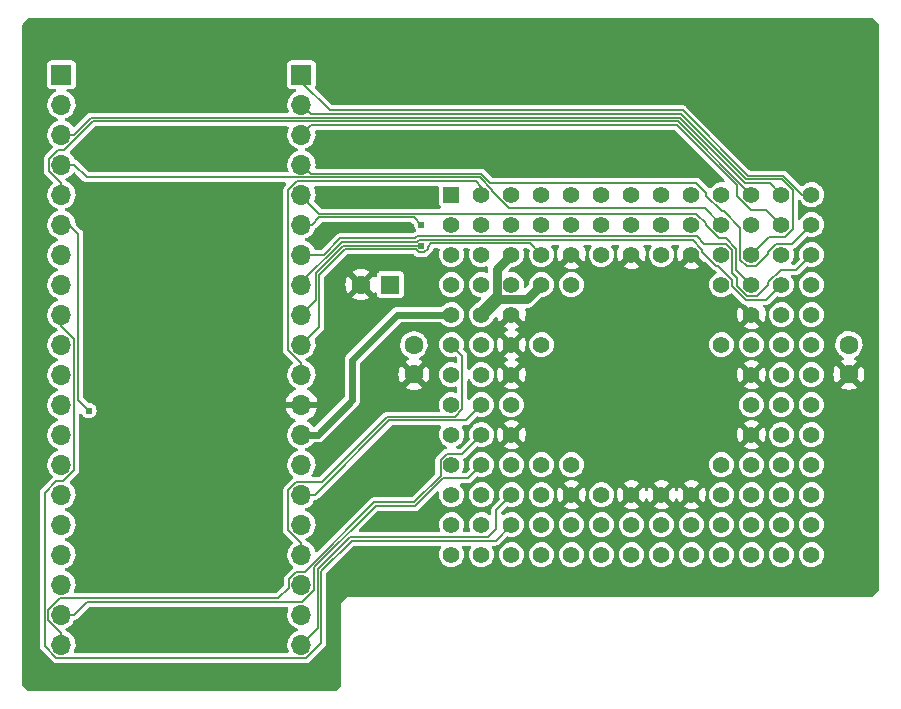
<source format=gbl>
G04 #@! TF.GenerationSoftware,KiCad,Pcbnew,(6.0.10-0)*
G04 #@! TF.CreationDate,2022-12-27T17:00:43+09:00*
G04 #@! TF.ProjectId,MEZ68030,4d455a36-3830-4333-902e-6b696361645f,A*
G04 #@! TF.SameCoordinates,PX5f5e100PY8f0d180*
G04 #@! TF.FileFunction,Copper,L2,Bot*
G04 #@! TF.FilePolarity,Positive*
%FSLAX46Y46*%
G04 Gerber Fmt 4.6, Leading zero omitted, Abs format (unit mm)*
G04 Created by KiCad (PCBNEW (6.0.10-0)) date 2022-12-27 17:00:43*
%MOMM*%
%LPD*%
G01*
G04 APERTURE LIST*
G04 #@! TA.AperFunction,ComponentPad*
%ADD10R,1.397000X1.397000*%
G04 #@! TD*
G04 #@! TA.AperFunction,ComponentPad*
%ADD11C,1.397000*%
G04 #@! TD*
G04 #@! TA.AperFunction,ComponentPad*
%ADD12R,1.600000X1.600000*%
G04 #@! TD*
G04 #@! TA.AperFunction,ComponentPad*
%ADD13C,1.600000*%
G04 #@! TD*
G04 #@! TA.AperFunction,ComponentPad*
%ADD14R,1.700000X1.700000*%
G04 #@! TD*
G04 #@! TA.AperFunction,ComponentPad*
%ADD15O,1.700000X1.700000*%
G04 #@! TD*
G04 #@! TA.AperFunction,ViaPad*
%ADD16C,0.605000*%
G04 #@! TD*
G04 #@! TA.AperFunction,Conductor*
%ADD17C,1.200000*%
G04 #@! TD*
G04 #@! TA.AperFunction,Conductor*
%ADD18C,0.800000*%
G04 #@! TD*
G04 #@! TA.AperFunction,Conductor*
%ADD19C,0.152400*%
G04 #@! TD*
G04 #@! TA.AperFunction,Conductor*
%ADD20C,0.600000*%
G04 #@! TD*
G04 APERTURE END LIST*
D10*
X36830000Y42545000D03*
D11*
X39370000Y42545000D03*
X41910000Y42545000D03*
X44450000Y42545000D03*
X46990000Y42545000D03*
X49530000Y42545000D03*
X52070000Y42545000D03*
X54610000Y42545000D03*
X57150000Y42545000D03*
X59690000Y42545000D03*
X62230000Y42545000D03*
X64770000Y42545000D03*
X67310000Y42545000D03*
X36830000Y40005000D03*
X39370000Y40005000D03*
X41910000Y40005000D03*
X44450000Y40005000D03*
X46990000Y40005000D03*
X49530000Y40005000D03*
X52070000Y40005000D03*
X54610000Y40005000D03*
X57150000Y40005000D03*
X59690000Y40005000D03*
X62230000Y40005000D03*
X64770000Y40005000D03*
X67310000Y40005000D03*
X36830000Y37465000D03*
X39370000Y37465000D03*
X41910000Y37465000D03*
X44450000Y37465000D03*
X46990000Y37465000D03*
X49530000Y37465000D03*
X52070000Y37465000D03*
X54610000Y37465000D03*
X57150000Y37465000D03*
X59690000Y37465000D03*
X62230000Y37465000D03*
X64770000Y37465000D03*
X67310000Y37465000D03*
X36830000Y34925000D03*
X39370000Y34925000D03*
X41910000Y34925000D03*
X44450000Y34925000D03*
X46990000Y34925000D03*
X59690000Y34925000D03*
X62230000Y34925000D03*
X64770000Y34925000D03*
X67310000Y34925000D03*
X36830000Y32385000D03*
X39370000Y32385000D03*
X41910000Y32385000D03*
X62230000Y32385000D03*
X64770000Y32385000D03*
X67310000Y32385000D03*
X36830000Y29845000D03*
X39370000Y29845000D03*
X41910000Y29845000D03*
X44450000Y29845000D03*
X59690000Y29845000D03*
X62230000Y29845000D03*
X64770000Y29845000D03*
X67310000Y29845000D03*
X36830000Y27305000D03*
X39370000Y27305000D03*
X41910000Y27305000D03*
X62230000Y27305000D03*
X64770000Y27305000D03*
X67310000Y27305000D03*
X36830000Y24765000D03*
X39370000Y24765000D03*
X41910000Y24765000D03*
X62230000Y24765000D03*
X64770000Y24765000D03*
X67310000Y24765000D03*
X36830000Y22225000D03*
X39370000Y22225000D03*
X41910000Y22225000D03*
X62230000Y22225000D03*
X64770000Y22225000D03*
X67310000Y22225000D03*
X36830000Y19685000D03*
X39370000Y19685000D03*
X41910000Y19685000D03*
X44450000Y19685000D03*
X46990000Y19685000D03*
X59690000Y19685000D03*
X62230000Y19685000D03*
X64770000Y19685000D03*
X67310000Y19685000D03*
X36830000Y17145000D03*
X39370000Y17145000D03*
X41910000Y17145000D03*
X44450000Y17145000D03*
X46990000Y17145000D03*
X49530000Y17145000D03*
X52070000Y17145000D03*
X54610000Y17145000D03*
X57150000Y17145000D03*
X59690000Y17145000D03*
X62230000Y17145000D03*
X64770000Y17145000D03*
X67310000Y17145000D03*
X36830000Y14605000D03*
X39370000Y14605000D03*
X41910000Y14605000D03*
X44450000Y14605000D03*
X46990000Y14605000D03*
X49530000Y14605000D03*
X52070000Y14605000D03*
X54610000Y14605000D03*
X57150000Y14605000D03*
X59690000Y14605000D03*
X62230000Y14605000D03*
X64770000Y14605000D03*
X67310000Y14605000D03*
X36830000Y12065000D03*
X39370000Y12065000D03*
X41910000Y12065000D03*
X44450000Y12065000D03*
X46990000Y12065000D03*
X49530000Y12065000D03*
X52070000Y12065000D03*
X54610000Y12065000D03*
X57150000Y12065000D03*
X59690000Y12065000D03*
X62230000Y12065000D03*
X64770000Y12065000D03*
X67310000Y12065000D03*
D12*
X31662380Y34925000D03*
D13*
X29162380Y34925000D03*
X70485000Y29845000D03*
X70485000Y27345000D03*
X33655000Y29825000D03*
X33655000Y27325000D03*
D14*
X24130000Y52705000D03*
D15*
X24130000Y50165000D03*
X24130000Y47625000D03*
X24130000Y45085000D03*
X24130000Y42545000D03*
X24130000Y40005000D03*
X24130000Y37465000D03*
X24130000Y34925000D03*
X24130000Y32385000D03*
X24130000Y29845000D03*
X24130000Y27305000D03*
X24130000Y24765000D03*
X24130000Y22225000D03*
X24130000Y19685000D03*
X24130000Y17145000D03*
X24130000Y14605000D03*
X24130000Y12065000D03*
X24130000Y9525000D03*
X24130000Y6985000D03*
X24130000Y4445000D03*
D14*
X3810000Y52705000D03*
D15*
X3810000Y50165000D03*
X3810000Y47625000D03*
X3810000Y45085000D03*
X3810000Y42545000D03*
X3810000Y40005000D03*
X3810000Y37465000D03*
X3810000Y34925000D03*
X3810000Y32385000D03*
X3810000Y29845000D03*
X3810000Y27305000D03*
X3810000Y24765000D03*
X3810000Y22225000D03*
X3810000Y19685000D03*
X3810000Y17145000D03*
X3810000Y14605000D03*
X3810000Y12065000D03*
X3810000Y9525000D03*
X3810000Y6985000D03*
X3810000Y4445000D03*
D16*
X20320000Y12065000D03*
X7620000Y5715000D03*
X43180000Y13335000D03*
X34290000Y42545000D03*
X57150000Y44450000D03*
X26670000Y1270000D03*
X1270000Y38735000D03*
X27940000Y22225000D03*
X6985000Y53975000D03*
X6985000Y29845000D03*
X49530000Y23495000D03*
X33655000Y22225000D03*
X71755000Y56515000D03*
X20320000Y46355000D03*
X49530000Y32385000D03*
X57150000Y23495000D03*
X40640000Y56515000D03*
X31115000Y12065000D03*
X40640000Y44450000D03*
X31115000Y14605000D03*
X71755000Y9525000D03*
X20320000Y17780000D03*
X26035000Y39370000D03*
X20320000Y29845000D03*
X1270000Y1270000D03*
X27940000Y17780000D03*
X27305000Y46355000D03*
X1270000Y56515000D03*
X20320000Y5715000D03*
X57150000Y32385000D03*
X20320000Y9525000D03*
X6985000Y46355000D03*
X20320000Y38735000D03*
X7620000Y9525000D03*
X20320000Y22225000D03*
X6985000Y38735000D03*
X17145000Y53975000D03*
X57150000Y56515000D03*
X45720000Y23495000D03*
X27305000Y42545000D03*
X1270000Y21590000D03*
X33655000Y17780000D03*
X71755000Y42545000D03*
X34290000Y40005000D03*
X34290000Y38188600D03*
X6127543Y24257000D03*
D17*
X40659000Y33674000D02*
X39370000Y32385000D01*
D18*
X40659000Y36214000D02*
X40659000Y33674000D01*
X43199000Y33674000D02*
X44450000Y34925000D01*
X40659000Y33674000D02*
X43199000Y33674000D01*
X41910000Y37465000D02*
X40659000Y36214000D01*
D19*
X6324300Y49060400D02*
X4888900Y47625000D01*
X4888900Y47625000D02*
X3810000Y47625000D01*
X64770000Y42545000D02*
X63779400Y43535600D01*
X63779400Y43535600D02*
X61670452Y43535600D01*
X56145652Y49060400D02*
X6324300Y49060400D01*
X61670452Y43535600D02*
X56145652Y49060400D01*
X58292400Y41402600D02*
X59690000Y40005000D01*
X41741282Y41402600D02*
X58292400Y41402600D01*
X3810000Y45085000D02*
X4888900Y45085000D01*
X5967800Y44006100D02*
X39220018Y44006100D01*
X39220018Y44006100D02*
X40297100Y42929018D01*
X40297100Y42929018D02*
X40297100Y42846782D01*
X40297100Y42846782D02*
X41741282Y41402600D01*
X4888900Y45085000D02*
X5967800Y44006100D01*
X4065371Y46355000D02*
X6465571Y48755200D01*
X2725900Y44573100D02*
X2725900Y45568600D01*
X3810000Y43489000D02*
X2725900Y44573100D01*
X3810000Y42545000D02*
X3810000Y43489000D01*
X56019800Y48755200D02*
X62230000Y42545000D01*
X2725900Y45568600D02*
X3512300Y46355000D01*
X3512300Y46355000D02*
X4065371Y46355000D01*
X6465571Y48755200D02*
X56019800Y48755200D01*
D20*
X24130000Y22225000D02*
X25527000Y22225000D01*
X28448000Y28575000D02*
X32258000Y32385000D01*
X28448000Y25146000D02*
X28448000Y28575000D01*
X25527000Y22225000D02*
X28448000Y25146000D01*
X32258000Y32385000D02*
X36830000Y32385000D01*
D19*
X4891100Y19228900D02*
X3959900Y18297700D01*
X3959900Y18297700D02*
X3366700Y18297700D01*
X28371800Y13258800D02*
X40563800Y13258800D01*
X4891100Y30359900D02*
X4891100Y19228900D01*
X2385800Y4298100D02*
X3359300Y3324600D01*
X24541500Y3324600D02*
X25818200Y4601300D01*
X25818200Y4601300D02*
X25818200Y10705200D01*
X3810000Y31441000D02*
X4891100Y30359900D01*
X2385800Y17316800D02*
X2385800Y4298100D01*
X3810000Y32385000D02*
X3810000Y31441000D01*
X3366700Y18297700D02*
X2385800Y17316800D01*
X40563800Y13258800D02*
X41910000Y14605000D01*
X3359300Y3324600D02*
X24541500Y3324600D01*
X25818200Y10705200D02*
X28371800Y13258800D01*
X25843600Y18223600D02*
X31356400Y23736400D01*
X37757100Y28917900D02*
X36830000Y29845000D01*
X31356400Y23736400D02*
X37112518Y23736400D01*
X23683229Y18223600D02*
X25843600Y18223600D01*
X23017500Y14121500D02*
X23017500Y17557871D01*
X23017500Y17557871D02*
X23683229Y18223600D01*
X24130000Y13009000D02*
X23017500Y14121500D01*
X24130000Y12065000D02*
X24130000Y13009000D01*
X37757100Y24380982D02*
X37757100Y28917900D01*
X37112518Y23736400D02*
X37757100Y24380982D01*
X61922956Y44145200D02*
X64911970Y44145200D01*
X26581423Y49670000D02*
X56398156Y49670000D01*
X56398156Y49670000D02*
X61922956Y44145200D01*
X64911970Y44145200D02*
X66512170Y42545000D01*
X24130000Y52121423D02*
X26581423Y49670000D01*
X24130000Y52705000D02*
X24130000Y52121423D01*
X66512170Y42545000D02*
X67310000Y42545000D01*
X61796704Y43840400D02*
X64785718Y43840400D01*
X63748600Y38983600D02*
X62230000Y37465000D01*
X65719000Y39618900D02*
X65083700Y38983600D01*
X24130000Y50165000D02*
X24929800Y49365200D01*
X24929800Y49365200D02*
X56271904Y49365200D01*
X56271904Y49365200D02*
X61796704Y43840400D01*
X65083700Y38983600D02*
X63748600Y38983600D01*
X64785718Y43840400D02*
X65719000Y42907118D01*
X65719000Y42907118D02*
X65719000Y39618900D01*
X64770000Y40005000D02*
X63500000Y41275000D01*
X63500000Y41275000D02*
X62161800Y41275000D01*
X60985900Y42450900D02*
X60985900Y43358048D01*
X55893548Y48450400D02*
X24955400Y48450400D01*
X60985900Y43358048D02*
X55893548Y48450400D01*
X62161800Y41275000D02*
X60985900Y42450900D01*
X24955400Y48450400D02*
X24130000Y47625000D01*
X62586718Y36510600D02*
X61832400Y36510600D01*
X61302500Y39749700D02*
X59885200Y41167000D01*
X58420100Y42707600D02*
X57566700Y43561000D01*
X59885200Y41167000D02*
X59705700Y41167000D01*
X24904100Y44310900D02*
X24130000Y45085000D01*
X59705700Y41167000D02*
X58420100Y42452600D01*
X65697500Y38392500D02*
X64314100Y38392500D01*
X40096170Y43561000D02*
X39346270Y44310900D01*
X39346270Y44310900D02*
X24904100Y44310900D01*
X57566700Y43561000D02*
X40096170Y43561000D01*
X64314100Y38392500D02*
X63627000Y37705400D01*
X61302500Y37040500D02*
X61302500Y39749700D01*
X58420100Y42452600D02*
X58420100Y42707600D01*
X61832400Y36510600D02*
X61302500Y37040500D01*
X67310000Y40005000D02*
X65697500Y38392500D01*
X63627000Y37705400D02*
X63627000Y37550882D01*
X63627000Y37550882D02*
X62586718Y36510600D01*
X58382700Y39955200D02*
X59494800Y38843100D01*
X59494800Y38843100D02*
X60055100Y38843100D01*
X57560700Y40932600D02*
X58382700Y40110600D01*
X60055100Y38843100D02*
X60960000Y37938200D01*
X60960000Y36195000D02*
X62230000Y34925000D01*
X58382700Y40110600D02*
X58382700Y39955200D01*
X24130000Y42545000D02*
X24130000Y42449450D01*
X60960000Y37938200D02*
X60960000Y36195000D01*
X24130000Y42449450D02*
X25646850Y40932600D01*
X25646850Y40932600D02*
X57560700Y40932600D01*
X33667200Y40627800D02*
X25641800Y40627800D01*
X25019000Y40005000D02*
X24130000Y40005000D01*
X25641800Y40627800D02*
X25019000Y40005000D01*
X34290000Y40005000D02*
X33667200Y40627800D01*
X66040000Y36195000D02*
X64690500Y36195000D01*
X60074200Y38392400D02*
X58219200Y38392400D01*
X27406600Y38836600D02*
X26035000Y37465000D01*
X33755859Y38836600D02*
X27406600Y38836600D01*
X64690500Y36195000D02*
X63627000Y35131500D01*
X63627000Y35131500D02*
X63627000Y34925000D01*
X57583800Y39027800D02*
X33947059Y39027800D01*
X67310000Y37465000D02*
X66040000Y36195000D01*
X61030300Y35492500D02*
X60617400Y35905400D01*
X58219200Y38392400D02*
X57583800Y39027800D01*
X26035000Y37465000D02*
X24130000Y37465000D01*
X33947059Y39027800D02*
X33755859Y38836600D01*
X60617400Y35905400D02*
X60617400Y37849200D01*
X62661800Y33959800D02*
X61872700Y33959800D01*
X63627000Y34925000D02*
X62661800Y33959800D01*
X61872700Y33959800D02*
X61030300Y34802200D01*
X61030300Y34802200D02*
X61030300Y35492500D01*
X60617400Y37849200D02*
X60074200Y38392400D01*
X61731700Y33654600D02*
X63499600Y33654600D01*
X63499600Y33654600D02*
X64770000Y34925000D01*
X60617500Y34768800D02*
X61731700Y33654600D01*
X59234700Y36537500D02*
X59394100Y36537500D01*
X60617500Y35314100D02*
X60617500Y34768800D01*
X27532852Y38531800D02*
X33882111Y38531800D01*
X34073311Y38723000D02*
X57249100Y38723000D01*
X58077500Y37894600D02*
X58077500Y37694700D01*
X57249100Y38723000D02*
X58077500Y37894600D01*
X33882111Y38531800D02*
X34073311Y38723000D01*
X24130000Y34925000D02*
X24130000Y35128948D01*
X58077500Y37694700D02*
X59234700Y36537500D01*
X24130000Y35128948D02*
X27532852Y38531800D01*
X59394100Y36537500D02*
X60617500Y35314100D01*
X34290000Y38188600D02*
X34251600Y38227000D01*
X27659104Y38227000D02*
X25335152Y35903048D01*
X25335152Y35903048D02*
X25335152Y33590152D01*
X25335152Y33590152D02*
X24130000Y32385000D01*
X34251600Y38227000D02*
X27659104Y38227000D01*
X27785356Y37922200D02*
X33805311Y37922200D01*
X35116200Y38418200D02*
X43496800Y38418200D01*
X34821100Y38123100D02*
X35116200Y38418200D01*
X24130000Y29845000D02*
X25639952Y31354952D01*
X34821100Y37968611D02*
X34821100Y38123100D01*
X33805311Y37922200D02*
X34070011Y37657500D01*
X25639952Y35776796D02*
X27785356Y37922200D01*
X34070011Y37657500D02*
X34509989Y37657500D01*
X43496800Y38418200D02*
X44450000Y37465000D01*
X34509989Y37657500D02*
X34821100Y37968611D01*
X25639952Y31354952D02*
X25639952Y35776796D01*
X23015800Y42961200D02*
X23734200Y43679600D01*
X38870400Y43679600D02*
X39370000Y43180000D01*
X39370000Y43180000D02*
X39370000Y42545000D01*
X24130000Y27305000D02*
X24130000Y28249000D01*
X24130000Y28249000D02*
X23015800Y29363200D01*
X23015800Y29363200D02*
X23015800Y42961200D01*
X23734200Y43679600D02*
X38870400Y43679600D01*
X25513400Y10858348D02*
X28218652Y13563600D01*
X39928800Y13563600D02*
X40640000Y14274800D01*
X40640000Y14274800D02*
X40640000Y15875000D01*
X40640000Y15875000D02*
X41910000Y17145000D01*
X25513400Y5828400D02*
X25513400Y10858348D01*
X28218652Y13563600D02*
X39928800Y13563600D01*
X24130000Y4445000D02*
X25513400Y5828400D01*
X35902900Y20069018D02*
X36445982Y20612100D01*
X2690900Y7413600D02*
X3646400Y8369100D01*
X37757100Y20612100D02*
X39370000Y22225000D01*
X24396548Y10603600D02*
X30277548Y16484600D01*
X3646400Y8369100D02*
X22162048Y8369100D01*
X3810000Y5428900D02*
X2690900Y6548000D01*
X3810000Y4445000D02*
X3810000Y5428900D01*
X23051400Y9258452D02*
X23051400Y9971771D01*
X22162048Y8369100D02*
X23051400Y9258452D01*
X30277548Y16484600D02*
X33629600Y16484600D01*
X23683229Y10603600D02*
X24396548Y10603600D01*
X23051400Y9971771D02*
X23683229Y10603600D01*
X35902900Y18757900D02*
X35902900Y20069018D01*
X36445982Y20612100D02*
X37757100Y20612100D01*
X33629600Y16484600D02*
X35902900Y18757900D01*
X2690900Y6548000D02*
X2690900Y7413600D01*
X4888900Y6985000D02*
X5967800Y8063900D01*
X36099052Y18523000D02*
X38208000Y18523000D01*
X5967800Y8063900D02*
X24194271Y8063900D01*
X25208600Y9078229D02*
X25208600Y10984600D01*
X38208000Y18523000D02*
X39370000Y19685000D01*
X25208600Y10984600D02*
X30403800Y16179800D01*
X3810000Y6985000D02*
X4888900Y6985000D01*
X30403800Y16179800D02*
X33755852Y16179800D01*
X24194271Y8063900D02*
X25208600Y9078229D01*
X33755852Y16179800D02*
X36099052Y18523000D01*
X25277600Y17145000D02*
X31564200Y23431600D01*
X38036600Y23431600D02*
X39370000Y24765000D01*
X24130000Y17145000D02*
X25277600Y17145000D01*
X31564200Y23431600D02*
X38036600Y23431600D01*
X4445000Y40005000D02*
X3810000Y40005000D01*
X6127543Y24257000D02*
X5232400Y25152143D01*
X5232400Y25152143D02*
X5232400Y39217600D01*
X5232400Y39217600D02*
X4445000Y40005000D01*
G04 #@! TA.AperFunction,Conductor*
G36*
X72515931Y57479998D02*
G01*
X72536905Y57463095D01*
X72963095Y57036905D01*
X72997121Y56974593D01*
X73000000Y56947810D01*
X73000000Y9052190D01*
X72979998Y8984069D01*
X72963095Y8963095D01*
X72536905Y8536905D01*
X72474593Y8502879D01*
X72447810Y8500000D01*
X28000000Y8500000D01*
X27500000Y8000000D01*
X27500000Y1052190D01*
X27479998Y984069D01*
X27463095Y963095D01*
X27036905Y536905D01*
X26974593Y502879D01*
X26947810Y500000D01*
X1052190Y500000D01*
X984069Y520002D01*
X963095Y536905D01*
X536905Y963095D01*
X502879Y1025407D01*
X500000Y1052190D01*
X500000Y4284545D01*
X1954492Y4284545D01*
X1956184Y4275283D01*
X1956184Y4275274D01*
X1964463Y4229948D01*
X1965114Y4226040D01*
X1973356Y4171216D01*
X1976316Y4165052D01*
X1977545Y4158323D01*
X2003122Y4109085D01*
X2004879Y4105569D01*
X2024820Y4064041D01*
X2024822Y4064037D01*
X2028898Y4055550D01*
X2033541Y4050528D01*
X2036693Y4044459D01*
X2040774Y4039681D01*
X2075949Y4004506D01*
X2079378Y4000941D01*
X2115995Y3961329D01*
X2122087Y3957790D01*
X2127624Y3952831D01*
X3034377Y3046078D01*
X3044232Y3034988D01*
X3058071Y3017433D01*
X3058075Y3017430D01*
X3063904Y3010035D01*
X3071651Y3004681D01*
X3071655Y3004677D01*
X3109551Y2978485D01*
X3112771Y2976185D01*
X3125674Y2966655D01*
X3157379Y2943237D01*
X3163831Y2940971D01*
X3169457Y2937083D01*
X3178434Y2934244D01*
X3178436Y2934243D01*
X3222361Y2920352D01*
X3226091Y2919107D01*
X3278441Y2900723D01*
X3285277Y2900454D01*
X3291795Y2898393D01*
X3298059Y2897900D01*
X3347820Y2897900D01*
X3352766Y2897803D01*
X3406652Y2895686D01*
X3413463Y2897492D01*
X3420878Y2897900D01*
X24508690Y2897900D01*
X24523498Y2897027D01*
X24555055Y2893292D01*
X24564317Y2894984D01*
X24564326Y2894984D01*
X24609652Y2903263D01*
X24613560Y2903914D01*
X24615589Y2904219D01*
X24668384Y2912156D01*
X24674548Y2915116D01*
X24681277Y2916345D01*
X24730515Y2941922D01*
X24734031Y2943679D01*
X24775559Y2963620D01*
X24775563Y2963622D01*
X24784050Y2967698D01*
X24789072Y2972341D01*
X24795141Y2975493D01*
X24799919Y2979574D01*
X24835094Y3014749D01*
X24838660Y3018179D01*
X24871356Y3048403D01*
X24878271Y3054795D01*
X24881810Y3060887D01*
X24886769Y3066424D01*
X26096722Y4276377D01*
X26107812Y4286232D01*
X26125366Y4300070D01*
X26125370Y4300074D01*
X26132765Y4305904D01*
X26164311Y4351548D01*
X26166606Y4354760D01*
X26183940Y4378228D01*
X26199562Y4399378D01*
X26201828Y4405829D01*
X26205717Y4411457D01*
X26222464Y4464413D01*
X26223700Y4468115D01*
X26238954Y4511551D01*
X26242076Y4520441D01*
X26242344Y4527273D01*
X26244407Y4533795D01*
X26244900Y4540059D01*
X26244900Y4589830D01*
X26244997Y4594777D01*
X26246744Y4639239D01*
X26247114Y4648652D01*
X26245308Y4655463D01*
X26244900Y4662877D01*
X26244900Y10476265D01*
X26264902Y10544386D01*
X26281805Y10565360D01*
X28511639Y12795195D01*
X28573951Y12829220D01*
X28600734Y12832100D01*
X35841542Y12832100D01*
X35909663Y12812098D01*
X35956156Y12758442D01*
X35966260Y12688168D01*
X35951956Y12645399D01*
X35861161Y12480245D01*
X35798958Y12284155D01*
X35798272Y12278038D01*
X35798271Y12278034D01*
X35778559Y12102295D01*
X35776027Y12079717D01*
X35793241Y11874719D01*
X35849945Y11676969D01*
X35852760Y11671492D01*
X35852761Y11671489D01*
X35905136Y11569578D01*
X35943979Y11493998D01*
X36071761Y11332777D01*
X36228425Y11199446D01*
X36408002Y11099084D01*
X36603653Y11035513D01*
X36807925Y11011155D01*
X36814060Y11011627D01*
X36814062Y11011627D01*
X37006897Y11026465D01*
X37006902Y11026466D01*
X37013038Y11026938D01*
X37018968Y11028594D01*
X37018970Y11028594D01*
X37162158Y11068573D01*
X37211180Y11082260D01*
X37250439Y11102091D01*
X37389301Y11172235D01*
X37389303Y11172236D01*
X37394802Y11175014D01*
X37556911Y11301668D01*
X37560937Y11306332D01*
X37560940Y11306335D01*
X37687305Y11452731D01*
X37691333Y11457397D01*
X37694376Y11462754D01*
X37694379Y11462758D01*
X37761034Y11580093D01*
X37792946Y11636269D01*
X37857882Y11831471D01*
X37883665Y12035568D01*
X37884076Y12065000D01*
X37864001Y12269738D01*
X37862220Y12275637D01*
X37862219Y12275642D01*
X37806323Y12460777D01*
X37804542Y12466677D01*
X37800451Y12474372D01*
X37708691Y12646946D01*
X37694371Y12716484D01*
X37719919Y12782724D01*
X37777223Y12824637D01*
X37819942Y12832100D01*
X38381542Y12832100D01*
X38449663Y12812098D01*
X38496156Y12758442D01*
X38506260Y12688168D01*
X38491956Y12645399D01*
X38401161Y12480245D01*
X38338958Y12284155D01*
X38338272Y12278038D01*
X38338271Y12278034D01*
X38318559Y12102295D01*
X38316027Y12079717D01*
X38333241Y11874719D01*
X38389945Y11676969D01*
X38392760Y11671492D01*
X38392761Y11671489D01*
X38445136Y11569578D01*
X38483979Y11493998D01*
X38611761Y11332777D01*
X38768425Y11199446D01*
X38948002Y11099084D01*
X39143653Y11035513D01*
X39347925Y11011155D01*
X39354060Y11011627D01*
X39354062Y11011627D01*
X39546897Y11026465D01*
X39546902Y11026466D01*
X39553038Y11026938D01*
X39558968Y11028594D01*
X39558970Y11028594D01*
X39702158Y11068573D01*
X39751180Y11082260D01*
X39790439Y11102091D01*
X39929301Y11172235D01*
X39929303Y11172236D01*
X39934802Y11175014D01*
X40096911Y11301668D01*
X40100937Y11306332D01*
X40100940Y11306335D01*
X40227305Y11452731D01*
X40231333Y11457397D01*
X40234376Y11462754D01*
X40234379Y11462758D01*
X40301034Y11580093D01*
X40332946Y11636269D01*
X40397882Y11831471D01*
X40423665Y12035568D01*
X40424076Y12065000D01*
X40422633Y12079717D01*
X40856027Y12079717D01*
X40873241Y11874719D01*
X40929945Y11676969D01*
X40932760Y11671492D01*
X40932761Y11671489D01*
X40985136Y11569578D01*
X41023979Y11493998D01*
X41151761Y11332777D01*
X41308425Y11199446D01*
X41488002Y11099084D01*
X41683653Y11035513D01*
X41887925Y11011155D01*
X41894060Y11011627D01*
X41894062Y11011627D01*
X42086897Y11026465D01*
X42086902Y11026466D01*
X42093038Y11026938D01*
X42098968Y11028594D01*
X42098970Y11028594D01*
X42242158Y11068573D01*
X42291180Y11082260D01*
X42330439Y11102091D01*
X42469301Y11172235D01*
X42469303Y11172236D01*
X42474802Y11175014D01*
X42636911Y11301668D01*
X42640937Y11306332D01*
X42640940Y11306335D01*
X42767305Y11452731D01*
X42771333Y11457397D01*
X42774376Y11462754D01*
X42774379Y11462758D01*
X42841034Y11580093D01*
X42872946Y11636269D01*
X42937882Y11831471D01*
X42963665Y12035568D01*
X42964076Y12065000D01*
X42962633Y12079717D01*
X43396027Y12079717D01*
X43413241Y11874719D01*
X43469945Y11676969D01*
X43472760Y11671492D01*
X43472761Y11671489D01*
X43525136Y11569578D01*
X43563979Y11493998D01*
X43691761Y11332777D01*
X43848425Y11199446D01*
X44028002Y11099084D01*
X44223653Y11035513D01*
X44427925Y11011155D01*
X44434060Y11011627D01*
X44434062Y11011627D01*
X44626897Y11026465D01*
X44626902Y11026466D01*
X44633038Y11026938D01*
X44638968Y11028594D01*
X44638970Y11028594D01*
X44782158Y11068573D01*
X44831180Y11082260D01*
X44870439Y11102091D01*
X45009301Y11172235D01*
X45009303Y11172236D01*
X45014802Y11175014D01*
X45176911Y11301668D01*
X45180937Y11306332D01*
X45180940Y11306335D01*
X45307305Y11452731D01*
X45311333Y11457397D01*
X45314376Y11462754D01*
X45314379Y11462758D01*
X45381034Y11580093D01*
X45412946Y11636269D01*
X45477882Y11831471D01*
X45503665Y12035568D01*
X45504076Y12065000D01*
X45502633Y12079717D01*
X45936027Y12079717D01*
X45953241Y11874719D01*
X46009945Y11676969D01*
X46012760Y11671492D01*
X46012761Y11671489D01*
X46065136Y11569578D01*
X46103979Y11493998D01*
X46231761Y11332777D01*
X46388425Y11199446D01*
X46568002Y11099084D01*
X46763653Y11035513D01*
X46967925Y11011155D01*
X46974060Y11011627D01*
X46974062Y11011627D01*
X47166897Y11026465D01*
X47166902Y11026466D01*
X47173038Y11026938D01*
X47178968Y11028594D01*
X47178970Y11028594D01*
X47322158Y11068573D01*
X47371180Y11082260D01*
X47410439Y11102091D01*
X47549301Y11172235D01*
X47549303Y11172236D01*
X47554802Y11175014D01*
X47716911Y11301668D01*
X47720937Y11306332D01*
X47720940Y11306335D01*
X47847305Y11452731D01*
X47851333Y11457397D01*
X47854376Y11462754D01*
X47854379Y11462758D01*
X47921034Y11580093D01*
X47952946Y11636269D01*
X48017882Y11831471D01*
X48043665Y12035568D01*
X48044076Y12065000D01*
X48042633Y12079717D01*
X48476027Y12079717D01*
X48493241Y11874719D01*
X48549945Y11676969D01*
X48552760Y11671492D01*
X48552761Y11671489D01*
X48605136Y11569578D01*
X48643979Y11493998D01*
X48771761Y11332777D01*
X48928425Y11199446D01*
X49108002Y11099084D01*
X49303653Y11035513D01*
X49507925Y11011155D01*
X49514060Y11011627D01*
X49514062Y11011627D01*
X49706897Y11026465D01*
X49706902Y11026466D01*
X49713038Y11026938D01*
X49718968Y11028594D01*
X49718970Y11028594D01*
X49862158Y11068573D01*
X49911180Y11082260D01*
X49950439Y11102091D01*
X50089301Y11172235D01*
X50089303Y11172236D01*
X50094802Y11175014D01*
X50256911Y11301668D01*
X50260937Y11306332D01*
X50260940Y11306335D01*
X50387305Y11452731D01*
X50391333Y11457397D01*
X50394376Y11462754D01*
X50394379Y11462758D01*
X50461034Y11580093D01*
X50492946Y11636269D01*
X50557882Y11831471D01*
X50583665Y12035568D01*
X50584076Y12065000D01*
X50582633Y12079717D01*
X51016027Y12079717D01*
X51033241Y11874719D01*
X51089945Y11676969D01*
X51092760Y11671492D01*
X51092761Y11671489D01*
X51145136Y11569578D01*
X51183979Y11493998D01*
X51311761Y11332777D01*
X51468425Y11199446D01*
X51648002Y11099084D01*
X51843653Y11035513D01*
X52047925Y11011155D01*
X52054060Y11011627D01*
X52054062Y11011627D01*
X52246897Y11026465D01*
X52246902Y11026466D01*
X52253038Y11026938D01*
X52258968Y11028594D01*
X52258970Y11028594D01*
X52402158Y11068573D01*
X52451180Y11082260D01*
X52490439Y11102091D01*
X52629301Y11172235D01*
X52629303Y11172236D01*
X52634802Y11175014D01*
X52796911Y11301668D01*
X52800937Y11306332D01*
X52800940Y11306335D01*
X52927305Y11452731D01*
X52931333Y11457397D01*
X52934376Y11462754D01*
X52934379Y11462758D01*
X53001034Y11580093D01*
X53032946Y11636269D01*
X53097882Y11831471D01*
X53123665Y12035568D01*
X53124076Y12065000D01*
X53122633Y12079717D01*
X53556027Y12079717D01*
X53573241Y11874719D01*
X53629945Y11676969D01*
X53632760Y11671492D01*
X53632761Y11671489D01*
X53685136Y11569578D01*
X53723979Y11493998D01*
X53851761Y11332777D01*
X54008425Y11199446D01*
X54188002Y11099084D01*
X54383653Y11035513D01*
X54587925Y11011155D01*
X54594060Y11011627D01*
X54594062Y11011627D01*
X54786897Y11026465D01*
X54786902Y11026466D01*
X54793038Y11026938D01*
X54798968Y11028594D01*
X54798970Y11028594D01*
X54942158Y11068573D01*
X54991180Y11082260D01*
X55030439Y11102091D01*
X55169301Y11172235D01*
X55169303Y11172236D01*
X55174802Y11175014D01*
X55336911Y11301668D01*
X55340937Y11306332D01*
X55340940Y11306335D01*
X55467305Y11452731D01*
X55471333Y11457397D01*
X55474376Y11462754D01*
X55474379Y11462758D01*
X55541034Y11580093D01*
X55572946Y11636269D01*
X55637882Y11831471D01*
X55663665Y12035568D01*
X55664076Y12065000D01*
X55662633Y12079717D01*
X56096027Y12079717D01*
X56113241Y11874719D01*
X56169945Y11676969D01*
X56172760Y11671492D01*
X56172761Y11671489D01*
X56225136Y11569578D01*
X56263979Y11493998D01*
X56391761Y11332777D01*
X56548425Y11199446D01*
X56728002Y11099084D01*
X56923653Y11035513D01*
X57127925Y11011155D01*
X57134060Y11011627D01*
X57134062Y11011627D01*
X57326897Y11026465D01*
X57326902Y11026466D01*
X57333038Y11026938D01*
X57338968Y11028594D01*
X57338970Y11028594D01*
X57482158Y11068573D01*
X57531180Y11082260D01*
X57570439Y11102091D01*
X57709301Y11172235D01*
X57709303Y11172236D01*
X57714802Y11175014D01*
X57876911Y11301668D01*
X57880937Y11306332D01*
X57880940Y11306335D01*
X58007305Y11452731D01*
X58011333Y11457397D01*
X58014376Y11462754D01*
X58014379Y11462758D01*
X58081034Y11580093D01*
X58112946Y11636269D01*
X58177882Y11831471D01*
X58203665Y12035568D01*
X58204076Y12065000D01*
X58202633Y12079717D01*
X58636027Y12079717D01*
X58653241Y11874719D01*
X58709945Y11676969D01*
X58712760Y11671492D01*
X58712761Y11671489D01*
X58765136Y11569578D01*
X58803979Y11493998D01*
X58931761Y11332777D01*
X59088425Y11199446D01*
X59268002Y11099084D01*
X59463653Y11035513D01*
X59667925Y11011155D01*
X59674060Y11011627D01*
X59674062Y11011627D01*
X59866897Y11026465D01*
X59866902Y11026466D01*
X59873038Y11026938D01*
X59878968Y11028594D01*
X59878970Y11028594D01*
X60022158Y11068573D01*
X60071180Y11082260D01*
X60110439Y11102091D01*
X60249301Y11172235D01*
X60249303Y11172236D01*
X60254802Y11175014D01*
X60416911Y11301668D01*
X60420937Y11306332D01*
X60420940Y11306335D01*
X60547305Y11452731D01*
X60551333Y11457397D01*
X60554376Y11462754D01*
X60554379Y11462758D01*
X60621034Y11580093D01*
X60652946Y11636269D01*
X60717882Y11831471D01*
X60743665Y12035568D01*
X60744076Y12065000D01*
X60742633Y12079717D01*
X61176027Y12079717D01*
X61193241Y11874719D01*
X61249945Y11676969D01*
X61252760Y11671492D01*
X61252761Y11671489D01*
X61305136Y11569578D01*
X61343979Y11493998D01*
X61471761Y11332777D01*
X61628425Y11199446D01*
X61808002Y11099084D01*
X62003653Y11035513D01*
X62207925Y11011155D01*
X62214060Y11011627D01*
X62214062Y11011627D01*
X62406897Y11026465D01*
X62406902Y11026466D01*
X62413038Y11026938D01*
X62418968Y11028594D01*
X62418970Y11028594D01*
X62562158Y11068573D01*
X62611180Y11082260D01*
X62650439Y11102091D01*
X62789301Y11172235D01*
X62789303Y11172236D01*
X62794802Y11175014D01*
X62956911Y11301668D01*
X62960937Y11306332D01*
X62960940Y11306335D01*
X63087305Y11452731D01*
X63091333Y11457397D01*
X63094376Y11462754D01*
X63094379Y11462758D01*
X63161034Y11580093D01*
X63192946Y11636269D01*
X63257882Y11831471D01*
X63283665Y12035568D01*
X63284076Y12065000D01*
X63282633Y12079717D01*
X63716027Y12079717D01*
X63733241Y11874719D01*
X63789945Y11676969D01*
X63792760Y11671492D01*
X63792761Y11671489D01*
X63845136Y11569578D01*
X63883979Y11493998D01*
X64011761Y11332777D01*
X64168425Y11199446D01*
X64348002Y11099084D01*
X64543653Y11035513D01*
X64747925Y11011155D01*
X64754060Y11011627D01*
X64754062Y11011627D01*
X64946897Y11026465D01*
X64946902Y11026466D01*
X64953038Y11026938D01*
X64958968Y11028594D01*
X64958970Y11028594D01*
X65102158Y11068573D01*
X65151180Y11082260D01*
X65190439Y11102091D01*
X65329301Y11172235D01*
X65329303Y11172236D01*
X65334802Y11175014D01*
X65496911Y11301668D01*
X65500937Y11306332D01*
X65500940Y11306335D01*
X65627305Y11452731D01*
X65631333Y11457397D01*
X65634376Y11462754D01*
X65634379Y11462758D01*
X65701034Y11580093D01*
X65732946Y11636269D01*
X65797882Y11831471D01*
X65823665Y12035568D01*
X65824076Y12065000D01*
X65822633Y12079717D01*
X66256027Y12079717D01*
X66273241Y11874719D01*
X66329945Y11676969D01*
X66332760Y11671492D01*
X66332761Y11671489D01*
X66385136Y11569578D01*
X66423979Y11493998D01*
X66551761Y11332777D01*
X66708425Y11199446D01*
X66888002Y11099084D01*
X67083653Y11035513D01*
X67287925Y11011155D01*
X67294060Y11011627D01*
X67294062Y11011627D01*
X67486897Y11026465D01*
X67486902Y11026466D01*
X67493038Y11026938D01*
X67498968Y11028594D01*
X67498970Y11028594D01*
X67642158Y11068573D01*
X67691180Y11082260D01*
X67730439Y11102091D01*
X67869301Y11172235D01*
X67869303Y11172236D01*
X67874802Y11175014D01*
X68036911Y11301668D01*
X68040937Y11306332D01*
X68040940Y11306335D01*
X68167305Y11452731D01*
X68171333Y11457397D01*
X68174376Y11462754D01*
X68174379Y11462758D01*
X68241034Y11580093D01*
X68272946Y11636269D01*
X68337882Y11831471D01*
X68363665Y12035568D01*
X68364076Y12065000D01*
X68344001Y12269738D01*
X68342220Y12275637D01*
X68342219Y12275642D01*
X68286323Y12460777D01*
X68284542Y12466677D01*
X68281649Y12472118D01*
X68190858Y12642871D01*
X68190856Y12642873D01*
X68187962Y12648317D01*
X68068171Y12795195D01*
X68061836Y12802963D01*
X68061833Y12802966D01*
X68057941Y12807738D01*
X68032018Y12829184D01*
X67944122Y12901898D01*
X67899432Y12938869D01*
X67718471Y13036714D01*
X67521951Y13097547D01*
X67515826Y13098191D01*
X67515825Y13098191D01*
X67323488Y13118406D01*
X67323486Y13118406D01*
X67317359Y13119050D01*
X67231851Y13111268D01*
X67118625Y13100964D01*
X67118622Y13100963D01*
X67112486Y13100405D01*
X67106580Y13098667D01*
X67106576Y13098666D01*
X67002128Y13067925D01*
X66915136Y13042322D01*
X66732827Y12947013D01*
X66728027Y12943153D01*
X66728026Y12943153D01*
X66722698Y12938869D01*
X66572502Y12818109D01*
X66440268Y12660518D01*
X66437299Y12655117D01*
X66437298Y12655116D01*
X66431956Y12645399D01*
X66341161Y12480245D01*
X66278958Y12284155D01*
X66278272Y12278038D01*
X66278271Y12278034D01*
X66258559Y12102295D01*
X66256027Y12079717D01*
X65822633Y12079717D01*
X65804001Y12269738D01*
X65802220Y12275637D01*
X65802219Y12275642D01*
X65746323Y12460777D01*
X65744542Y12466677D01*
X65741649Y12472118D01*
X65650858Y12642871D01*
X65650856Y12642873D01*
X65647962Y12648317D01*
X65528171Y12795195D01*
X65521836Y12802963D01*
X65521833Y12802966D01*
X65517941Y12807738D01*
X65492018Y12829184D01*
X65404122Y12901898D01*
X65359432Y12938869D01*
X65178471Y13036714D01*
X64981951Y13097547D01*
X64975826Y13098191D01*
X64975825Y13098191D01*
X64783488Y13118406D01*
X64783486Y13118406D01*
X64777359Y13119050D01*
X64691851Y13111268D01*
X64578625Y13100964D01*
X64578622Y13100963D01*
X64572486Y13100405D01*
X64566580Y13098667D01*
X64566576Y13098666D01*
X64462128Y13067925D01*
X64375136Y13042322D01*
X64192827Y12947013D01*
X64188027Y12943153D01*
X64188026Y12943153D01*
X64182698Y12938869D01*
X64032502Y12818109D01*
X63900268Y12660518D01*
X63897299Y12655117D01*
X63897298Y12655116D01*
X63891956Y12645399D01*
X63801161Y12480245D01*
X63738958Y12284155D01*
X63738272Y12278038D01*
X63738271Y12278034D01*
X63718559Y12102295D01*
X63716027Y12079717D01*
X63282633Y12079717D01*
X63264001Y12269738D01*
X63262220Y12275637D01*
X63262219Y12275642D01*
X63206323Y12460777D01*
X63204542Y12466677D01*
X63201649Y12472118D01*
X63110858Y12642871D01*
X63110856Y12642873D01*
X63107962Y12648317D01*
X62988171Y12795195D01*
X62981836Y12802963D01*
X62981833Y12802966D01*
X62977941Y12807738D01*
X62952018Y12829184D01*
X62864122Y12901898D01*
X62819432Y12938869D01*
X62638471Y13036714D01*
X62441951Y13097547D01*
X62435826Y13098191D01*
X62435825Y13098191D01*
X62243488Y13118406D01*
X62243486Y13118406D01*
X62237359Y13119050D01*
X62151851Y13111268D01*
X62038625Y13100964D01*
X62038622Y13100963D01*
X62032486Y13100405D01*
X62026580Y13098667D01*
X62026576Y13098666D01*
X61922128Y13067925D01*
X61835136Y13042322D01*
X61652827Y12947013D01*
X61648027Y12943153D01*
X61648026Y12943153D01*
X61642698Y12938869D01*
X61492502Y12818109D01*
X61360268Y12660518D01*
X61357299Y12655117D01*
X61357298Y12655116D01*
X61351956Y12645399D01*
X61261161Y12480245D01*
X61198958Y12284155D01*
X61198272Y12278038D01*
X61198271Y12278034D01*
X61178559Y12102295D01*
X61176027Y12079717D01*
X60742633Y12079717D01*
X60724001Y12269738D01*
X60722220Y12275637D01*
X60722219Y12275642D01*
X60666323Y12460777D01*
X60664542Y12466677D01*
X60661649Y12472118D01*
X60570858Y12642871D01*
X60570856Y12642873D01*
X60567962Y12648317D01*
X60448171Y12795195D01*
X60441836Y12802963D01*
X60441833Y12802966D01*
X60437941Y12807738D01*
X60412018Y12829184D01*
X60324122Y12901898D01*
X60279432Y12938869D01*
X60098471Y13036714D01*
X59901951Y13097547D01*
X59895826Y13098191D01*
X59895825Y13098191D01*
X59703488Y13118406D01*
X59703486Y13118406D01*
X59697359Y13119050D01*
X59611851Y13111268D01*
X59498625Y13100964D01*
X59498622Y13100963D01*
X59492486Y13100405D01*
X59486580Y13098667D01*
X59486576Y13098666D01*
X59382128Y13067925D01*
X59295136Y13042322D01*
X59112827Y12947013D01*
X59108027Y12943153D01*
X59108026Y12943153D01*
X59102698Y12938869D01*
X58952502Y12818109D01*
X58820268Y12660518D01*
X58817299Y12655117D01*
X58817298Y12655116D01*
X58811956Y12645399D01*
X58721161Y12480245D01*
X58658958Y12284155D01*
X58658272Y12278038D01*
X58658271Y12278034D01*
X58638559Y12102295D01*
X58636027Y12079717D01*
X58202633Y12079717D01*
X58184001Y12269738D01*
X58182220Y12275637D01*
X58182219Y12275642D01*
X58126323Y12460777D01*
X58124542Y12466677D01*
X58121649Y12472118D01*
X58030858Y12642871D01*
X58030856Y12642873D01*
X58027962Y12648317D01*
X57908171Y12795195D01*
X57901836Y12802963D01*
X57901833Y12802966D01*
X57897941Y12807738D01*
X57872018Y12829184D01*
X57784122Y12901898D01*
X57739432Y12938869D01*
X57558471Y13036714D01*
X57361951Y13097547D01*
X57355826Y13098191D01*
X57355825Y13098191D01*
X57163488Y13118406D01*
X57163486Y13118406D01*
X57157359Y13119050D01*
X57071851Y13111268D01*
X56958625Y13100964D01*
X56958622Y13100963D01*
X56952486Y13100405D01*
X56946580Y13098667D01*
X56946576Y13098666D01*
X56842128Y13067925D01*
X56755136Y13042322D01*
X56572827Y12947013D01*
X56568027Y12943153D01*
X56568026Y12943153D01*
X56562698Y12938869D01*
X56412502Y12818109D01*
X56280268Y12660518D01*
X56277299Y12655117D01*
X56277298Y12655116D01*
X56271956Y12645399D01*
X56181161Y12480245D01*
X56118958Y12284155D01*
X56118272Y12278038D01*
X56118271Y12278034D01*
X56098559Y12102295D01*
X56096027Y12079717D01*
X55662633Y12079717D01*
X55644001Y12269738D01*
X55642220Y12275637D01*
X55642219Y12275642D01*
X55586323Y12460777D01*
X55584542Y12466677D01*
X55581649Y12472118D01*
X55490858Y12642871D01*
X55490856Y12642873D01*
X55487962Y12648317D01*
X55368171Y12795195D01*
X55361836Y12802963D01*
X55361833Y12802966D01*
X55357941Y12807738D01*
X55332018Y12829184D01*
X55244122Y12901898D01*
X55199432Y12938869D01*
X55018471Y13036714D01*
X54821951Y13097547D01*
X54815826Y13098191D01*
X54815825Y13098191D01*
X54623488Y13118406D01*
X54623486Y13118406D01*
X54617359Y13119050D01*
X54531851Y13111268D01*
X54418625Y13100964D01*
X54418622Y13100963D01*
X54412486Y13100405D01*
X54406580Y13098667D01*
X54406576Y13098666D01*
X54302128Y13067925D01*
X54215136Y13042322D01*
X54032827Y12947013D01*
X54028027Y12943153D01*
X54028026Y12943153D01*
X54022698Y12938869D01*
X53872502Y12818109D01*
X53740268Y12660518D01*
X53737299Y12655117D01*
X53737298Y12655116D01*
X53731956Y12645399D01*
X53641161Y12480245D01*
X53578958Y12284155D01*
X53578272Y12278038D01*
X53578271Y12278034D01*
X53558559Y12102295D01*
X53556027Y12079717D01*
X53122633Y12079717D01*
X53104001Y12269738D01*
X53102220Y12275637D01*
X53102219Y12275642D01*
X53046323Y12460777D01*
X53044542Y12466677D01*
X53041649Y12472118D01*
X52950858Y12642871D01*
X52950856Y12642873D01*
X52947962Y12648317D01*
X52828171Y12795195D01*
X52821836Y12802963D01*
X52821833Y12802966D01*
X52817941Y12807738D01*
X52792018Y12829184D01*
X52704122Y12901898D01*
X52659432Y12938869D01*
X52478471Y13036714D01*
X52281951Y13097547D01*
X52275826Y13098191D01*
X52275825Y13098191D01*
X52083488Y13118406D01*
X52083486Y13118406D01*
X52077359Y13119050D01*
X51991851Y13111268D01*
X51878625Y13100964D01*
X51878622Y13100963D01*
X51872486Y13100405D01*
X51866580Y13098667D01*
X51866576Y13098666D01*
X51762128Y13067925D01*
X51675136Y13042322D01*
X51492827Y12947013D01*
X51488027Y12943153D01*
X51488026Y12943153D01*
X51482698Y12938869D01*
X51332502Y12818109D01*
X51200268Y12660518D01*
X51197299Y12655117D01*
X51197298Y12655116D01*
X51191956Y12645399D01*
X51101161Y12480245D01*
X51038958Y12284155D01*
X51038272Y12278038D01*
X51038271Y12278034D01*
X51018559Y12102295D01*
X51016027Y12079717D01*
X50582633Y12079717D01*
X50564001Y12269738D01*
X50562220Y12275637D01*
X50562219Y12275642D01*
X50506323Y12460777D01*
X50504542Y12466677D01*
X50501649Y12472118D01*
X50410858Y12642871D01*
X50410856Y12642873D01*
X50407962Y12648317D01*
X50288171Y12795195D01*
X50281836Y12802963D01*
X50281833Y12802966D01*
X50277941Y12807738D01*
X50252018Y12829184D01*
X50164122Y12901898D01*
X50119432Y12938869D01*
X49938471Y13036714D01*
X49741951Y13097547D01*
X49735826Y13098191D01*
X49735825Y13098191D01*
X49543488Y13118406D01*
X49543486Y13118406D01*
X49537359Y13119050D01*
X49451851Y13111268D01*
X49338625Y13100964D01*
X49338622Y13100963D01*
X49332486Y13100405D01*
X49326580Y13098667D01*
X49326576Y13098666D01*
X49222128Y13067925D01*
X49135136Y13042322D01*
X48952827Y12947013D01*
X48948027Y12943153D01*
X48948026Y12943153D01*
X48942698Y12938869D01*
X48792502Y12818109D01*
X48660268Y12660518D01*
X48657299Y12655117D01*
X48657298Y12655116D01*
X48651956Y12645399D01*
X48561161Y12480245D01*
X48498958Y12284155D01*
X48498272Y12278038D01*
X48498271Y12278034D01*
X48478559Y12102295D01*
X48476027Y12079717D01*
X48042633Y12079717D01*
X48024001Y12269738D01*
X48022220Y12275637D01*
X48022219Y12275642D01*
X47966323Y12460777D01*
X47964542Y12466677D01*
X47961649Y12472118D01*
X47870858Y12642871D01*
X47870856Y12642873D01*
X47867962Y12648317D01*
X47748171Y12795195D01*
X47741836Y12802963D01*
X47741833Y12802966D01*
X47737941Y12807738D01*
X47712018Y12829184D01*
X47624122Y12901898D01*
X47579432Y12938869D01*
X47398471Y13036714D01*
X47201951Y13097547D01*
X47195826Y13098191D01*
X47195825Y13098191D01*
X47003488Y13118406D01*
X47003486Y13118406D01*
X46997359Y13119050D01*
X46911851Y13111268D01*
X46798625Y13100964D01*
X46798622Y13100963D01*
X46792486Y13100405D01*
X46786580Y13098667D01*
X46786576Y13098666D01*
X46682128Y13067925D01*
X46595136Y13042322D01*
X46412827Y12947013D01*
X46408027Y12943153D01*
X46408026Y12943153D01*
X46402698Y12938869D01*
X46252502Y12818109D01*
X46120268Y12660518D01*
X46117299Y12655117D01*
X46117298Y12655116D01*
X46111956Y12645399D01*
X46021161Y12480245D01*
X45958958Y12284155D01*
X45958272Y12278038D01*
X45958271Y12278034D01*
X45938559Y12102295D01*
X45936027Y12079717D01*
X45502633Y12079717D01*
X45484001Y12269738D01*
X45482220Y12275637D01*
X45482219Y12275642D01*
X45426323Y12460777D01*
X45424542Y12466677D01*
X45421649Y12472118D01*
X45330858Y12642871D01*
X45330856Y12642873D01*
X45327962Y12648317D01*
X45208171Y12795195D01*
X45201836Y12802963D01*
X45201833Y12802966D01*
X45197941Y12807738D01*
X45172018Y12829184D01*
X45084122Y12901898D01*
X45039432Y12938869D01*
X44858471Y13036714D01*
X44661951Y13097547D01*
X44655826Y13098191D01*
X44655825Y13098191D01*
X44463488Y13118406D01*
X44463486Y13118406D01*
X44457359Y13119050D01*
X44371851Y13111268D01*
X44258625Y13100964D01*
X44258622Y13100963D01*
X44252486Y13100405D01*
X44246580Y13098667D01*
X44246576Y13098666D01*
X44142128Y13067925D01*
X44055136Y13042322D01*
X43872827Y12947013D01*
X43868027Y12943153D01*
X43868026Y12943153D01*
X43862698Y12938869D01*
X43712502Y12818109D01*
X43580268Y12660518D01*
X43577299Y12655117D01*
X43577298Y12655116D01*
X43571956Y12645399D01*
X43481161Y12480245D01*
X43418958Y12284155D01*
X43418272Y12278038D01*
X43418271Y12278034D01*
X43398559Y12102295D01*
X43396027Y12079717D01*
X42962633Y12079717D01*
X42944001Y12269738D01*
X42942220Y12275637D01*
X42942219Y12275642D01*
X42886323Y12460777D01*
X42884542Y12466677D01*
X42881649Y12472118D01*
X42790858Y12642871D01*
X42790856Y12642873D01*
X42787962Y12648317D01*
X42668171Y12795195D01*
X42661836Y12802963D01*
X42661833Y12802966D01*
X42657941Y12807738D01*
X42632018Y12829184D01*
X42544122Y12901898D01*
X42499432Y12938869D01*
X42318471Y13036714D01*
X42121951Y13097547D01*
X42115826Y13098191D01*
X42115825Y13098191D01*
X41923488Y13118406D01*
X41923486Y13118406D01*
X41917359Y13119050D01*
X41831851Y13111268D01*
X41718625Y13100964D01*
X41718622Y13100963D01*
X41712486Y13100405D01*
X41706580Y13098667D01*
X41706576Y13098666D01*
X41602128Y13067925D01*
X41515136Y13042322D01*
X41332827Y12947013D01*
X41328027Y12943153D01*
X41328026Y12943153D01*
X41322698Y12938869D01*
X41172502Y12818109D01*
X41040268Y12660518D01*
X41037299Y12655117D01*
X41037298Y12655116D01*
X41031956Y12645399D01*
X40941161Y12480245D01*
X40878958Y12284155D01*
X40878272Y12278038D01*
X40878271Y12278034D01*
X40858559Y12102295D01*
X40856027Y12079717D01*
X40422633Y12079717D01*
X40404001Y12269738D01*
X40402220Y12275637D01*
X40402219Y12275642D01*
X40346323Y12460777D01*
X40344542Y12466677D01*
X40340451Y12474372D01*
X40248691Y12646946D01*
X40234371Y12716484D01*
X40259919Y12782724D01*
X40317223Y12824637D01*
X40359942Y12832100D01*
X40530990Y12832100D01*
X40545798Y12831227D01*
X40577355Y12827492D01*
X40586617Y12829184D01*
X40586626Y12829184D01*
X40631952Y12837463D01*
X40635860Y12838114D01*
X40637889Y12838419D01*
X40690684Y12846356D01*
X40696848Y12849316D01*
X40703577Y12850545D01*
X40752815Y12876122D01*
X40756331Y12877879D01*
X40797859Y12897820D01*
X40797863Y12897822D01*
X40806350Y12901898D01*
X40811372Y12906541D01*
X40817441Y12909693D01*
X40822219Y12913774D01*
X40857394Y12948949D01*
X40860960Y12952379D01*
X40893656Y12982603D01*
X40900571Y12988995D01*
X40904110Y12995087D01*
X40909069Y13000624D01*
X41478333Y13569888D01*
X41540645Y13603914D01*
X41606364Y13600626D01*
X41683653Y13575513D01*
X41887925Y13551155D01*
X41894060Y13551627D01*
X41894062Y13551627D01*
X42086897Y13566465D01*
X42086902Y13566466D01*
X42093038Y13566938D01*
X42098968Y13568594D01*
X42098970Y13568594D01*
X42218563Y13601985D01*
X42291180Y13622260D01*
X42330439Y13642091D01*
X42469301Y13712235D01*
X42469303Y13712236D01*
X42474802Y13715014D01*
X42636911Y13841668D01*
X42640937Y13846332D01*
X42640940Y13846335D01*
X42755007Y13978483D01*
X42771333Y13997397D01*
X42774376Y14002754D01*
X42774379Y14002758D01*
X42841034Y14120093D01*
X42872946Y14176269D01*
X42937882Y14371471D01*
X42963665Y14575568D01*
X42964076Y14605000D01*
X42962633Y14619717D01*
X43396027Y14619717D01*
X43413241Y14414719D01*
X43469945Y14216969D01*
X43472760Y14211492D01*
X43472761Y14211489D01*
X43554034Y14053348D01*
X43563979Y14033998D01*
X43691761Y13872777D01*
X43848425Y13739446D01*
X44028002Y13639084D01*
X44223653Y13575513D01*
X44427925Y13551155D01*
X44434060Y13551627D01*
X44434062Y13551627D01*
X44626897Y13566465D01*
X44626902Y13566466D01*
X44633038Y13566938D01*
X44638968Y13568594D01*
X44638970Y13568594D01*
X44758563Y13601985D01*
X44831180Y13622260D01*
X44870439Y13642091D01*
X45009301Y13712235D01*
X45009303Y13712236D01*
X45014802Y13715014D01*
X45176911Y13841668D01*
X45180937Y13846332D01*
X45180940Y13846335D01*
X45295007Y13978483D01*
X45311333Y13997397D01*
X45314376Y14002754D01*
X45314379Y14002758D01*
X45381034Y14120093D01*
X45412946Y14176269D01*
X45477882Y14371471D01*
X45503665Y14575568D01*
X45504076Y14605000D01*
X45502633Y14619717D01*
X45936027Y14619717D01*
X45953241Y14414719D01*
X46009945Y14216969D01*
X46012760Y14211492D01*
X46012761Y14211489D01*
X46094034Y14053348D01*
X46103979Y14033998D01*
X46231761Y13872777D01*
X46388425Y13739446D01*
X46568002Y13639084D01*
X46763653Y13575513D01*
X46967925Y13551155D01*
X46974060Y13551627D01*
X46974062Y13551627D01*
X47166897Y13566465D01*
X47166902Y13566466D01*
X47173038Y13566938D01*
X47178968Y13568594D01*
X47178970Y13568594D01*
X47298563Y13601985D01*
X47371180Y13622260D01*
X47410439Y13642091D01*
X47549301Y13712235D01*
X47549303Y13712236D01*
X47554802Y13715014D01*
X47716911Y13841668D01*
X47720937Y13846332D01*
X47720940Y13846335D01*
X47835007Y13978483D01*
X47851333Y13997397D01*
X47854376Y14002754D01*
X47854379Y14002758D01*
X47921034Y14120093D01*
X47952946Y14176269D01*
X48017882Y14371471D01*
X48043665Y14575568D01*
X48044076Y14605000D01*
X48042633Y14619717D01*
X48476027Y14619717D01*
X48493241Y14414719D01*
X48549945Y14216969D01*
X48552760Y14211492D01*
X48552761Y14211489D01*
X48634034Y14053348D01*
X48643979Y14033998D01*
X48771761Y13872777D01*
X48928425Y13739446D01*
X49108002Y13639084D01*
X49303653Y13575513D01*
X49507925Y13551155D01*
X49514060Y13551627D01*
X49514062Y13551627D01*
X49706897Y13566465D01*
X49706902Y13566466D01*
X49713038Y13566938D01*
X49718968Y13568594D01*
X49718970Y13568594D01*
X49838563Y13601985D01*
X49911180Y13622260D01*
X49950439Y13642091D01*
X50089301Y13712235D01*
X50089303Y13712236D01*
X50094802Y13715014D01*
X50256911Y13841668D01*
X50260937Y13846332D01*
X50260940Y13846335D01*
X50375007Y13978483D01*
X50391333Y13997397D01*
X50394376Y14002754D01*
X50394379Y14002758D01*
X50461034Y14120093D01*
X50492946Y14176269D01*
X50557882Y14371471D01*
X50583665Y14575568D01*
X50584076Y14605000D01*
X50582633Y14619717D01*
X51016027Y14619717D01*
X51033241Y14414719D01*
X51089945Y14216969D01*
X51092760Y14211492D01*
X51092761Y14211489D01*
X51174034Y14053348D01*
X51183979Y14033998D01*
X51311761Y13872777D01*
X51468425Y13739446D01*
X51648002Y13639084D01*
X51843653Y13575513D01*
X52047925Y13551155D01*
X52054060Y13551627D01*
X52054062Y13551627D01*
X52246897Y13566465D01*
X52246902Y13566466D01*
X52253038Y13566938D01*
X52258968Y13568594D01*
X52258970Y13568594D01*
X52378563Y13601985D01*
X52451180Y13622260D01*
X52490439Y13642091D01*
X52629301Y13712235D01*
X52629303Y13712236D01*
X52634802Y13715014D01*
X52796911Y13841668D01*
X52800937Y13846332D01*
X52800940Y13846335D01*
X52915007Y13978483D01*
X52931333Y13997397D01*
X52934376Y14002754D01*
X52934379Y14002758D01*
X53001034Y14120093D01*
X53032946Y14176269D01*
X53097882Y14371471D01*
X53123665Y14575568D01*
X53124076Y14605000D01*
X53122633Y14619717D01*
X53556027Y14619717D01*
X53573241Y14414719D01*
X53629945Y14216969D01*
X53632760Y14211492D01*
X53632761Y14211489D01*
X53714034Y14053348D01*
X53723979Y14033998D01*
X53851761Y13872777D01*
X54008425Y13739446D01*
X54188002Y13639084D01*
X54383653Y13575513D01*
X54587925Y13551155D01*
X54594060Y13551627D01*
X54594062Y13551627D01*
X54786897Y13566465D01*
X54786902Y13566466D01*
X54793038Y13566938D01*
X54798968Y13568594D01*
X54798970Y13568594D01*
X54918563Y13601985D01*
X54991180Y13622260D01*
X55030439Y13642091D01*
X55169301Y13712235D01*
X55169303Y13712236D01*
X55174802Y13715014D01*
X55336911Y13841668D01*
X55340937Y13846332D01*
X55340940Y13846335D01*
X55455007Y13978483D01*
X55471333Y13997397D01*
X55474376Y14002754D01*
X55474379Y14002758D01*
X55541034Y14120093D01*
X55572946Y14176269D01*
X55637882Y14371471D01*
X55663665Y14575568D01*
X55664076Y14605000D01*
X55662633Y14619717D01*
X56096027Y14619717D01*
X56113241Y14414719D01*
X56169945Y14216969D01*
X56172760Y14211492D01*
X56172761Y14211489D01*
X56254034Y14053348D01*
X56263979Y14033998D01*
X56391761Y13872777D01*
X56548425Y13739446D01*
X56728002Y13639084D01*
X56923653Y13575513D01*
X57127925Y13551155D01*
X57134060Y13551627D01*
X57134062Y13551627D01*
X57326897Y13566465D01*
X57326902Y13566466D01*
X57333038Y13566938D01*
X57338968Y13568594D01*
X57338970Y13568594D01*
X57458563Y13601985D01*
X57531180Y13622260D01*
X57570439Y13642091D01*
X57709301Y13712235D01*
X57709303Y13712236D01*
X57714802Y13715014D01*
X57876911Y13841668D01*
X57880937Y13846332D01*
X57880940Y13846335D01*
X57995007Y13978483D01*
X58011333Y13997397D01*
X58014376Y14002754D01*
X58014379Y14002758D01*
X58081034Y14120093D01*
X58112946Y14176269D01*
X58177882Y14371471D01*
X58203665Y14575568D01*
X58204076Y14605000D01*
X58202633Y14619717D01*
X58636027Y14619717D01*
X58653241Y14414719D01*
X58709945Y14216969D01*
X58712760Y14211492D01*
X58712761Y14211489D01*
X58794034Y14053348D01*
X58803979Y14033998D01*
X58931761Y13872777D01*
X59088425Y13739446D01*
X59268002Y13639084D01*
X59463653Y13575513D01*
X59667925Y13551155D01*
X59674060Y13551627D01*
X59674062Y13551627D01*
X59866897Y13566465D01*
X59866902Y13566466D01*
X59873038Y13566938D01*
X59878968Y13568594D01*
X59878970Y13568594D01*
X59998563Y13601985D01*
X60071180Y13622260D01*
X60110439Y13642091D01*
X60249301Y13712235D01*
X60249303Y13712236D01*
X60254802Y13715014D01*
X60416911Y13841668D01*
X60420937Y13846332D01*
X60420940Y13846335D01*
X60535007Y13978483D01*
X60551333Y13997397D01*
X60554376Y14002754D01*
X60554379Y14002758D01*
X60621034Y14120093D01*
X60652946Y14176269D01*
X60717882Y14371471D01*
X60743665Y14575568D01*
X60744076Y14605000D01*
X60742633Y14619717D01*
X61176027Y14619717D01*
X61193241Y14414719D01*
X61249945Y14216969D01*
X61252760Y14211492D01*
X61252761Y14211489D01*
X61334034Y14053348D01*
X61343979Y14033998D01*
X61471761Y13872777D01*
X61628425Y13739446D01*
X61808002Y13639084D01*
X62003653Y13575513D01*
X62207925Y13551155D01*
X62214060Y13551627D01*
X62214062Y13551627D01*
X62406897Y13566465D01*
X62406902Y13566466D01*
X62413038Y13566938D01*
X62418968Y13568594D01*
X62418970Y13568594D01*
X62538563Y13601985D01*
X62611180Y13622260D01*
X62650439Y13642091D01*
X62789301Y13712235D01*
X62789303Y13712236D01*
X62794802Y13715014D01*
X62956911Y13841668D01*
X62960937Y13846332D01*
X62960940Y13846335D01*
X63075007Y13978483D01*
X63091333Y13997397D01*
X63094376Y14002754D01*
X63094379Y14002758D01*
X63161034Y14120093D01*
X63192946Y14176269D01*
X63257882Y14371471D01*
X63283665Y14575568D01*
X63284076Y14605000D01*
X63282633Y14619717D01*
X63716027Y14619717D01*
X63733241Y14414719D01*
X63789945Y14216969D01*
X63792760Y14211492D01*
X63792761Y14211489D01*
X63874034Y14053348D01*
X63883979Y14033998D01*
X64011761Y13872777D01*
X64168425Y13739446D01*
X64348002Y13639084D01*
X64543653Y13575513D01*
X64747925Y13551155D01*
X64754060Y13551627D01*
X64754062Y13551627D01*
X64946897Y13566465D01*
X64946902Y13566466D01*
X64953038Y13566938D01*
X64958968Y13568594D01*
X64958970Y13568594D01*
X65078563Y13601985D01*
X65151180Y13622260D01*
X65190439Y13642091D01*
X65329301Y13712235D01*
X65329303Y13712236D01*
X65334802Y13715014D01*
X65496911Y13841668D01*
X65500937Y13846332D01*
X65500940Y13846335D01*
X65615007Y13978483D01*
X65631333Y13997397D01*
X65634376Y14002754D01*
X65634379Y14002758D01*
X65701034Y14120093D01*
X65732946Y14176269D01*
X65797882Y14371471D01*
X65823665Y14575568D01*
X65824076Y14605000D01*
X65822633Y14619717D01*
X66256027Y14619717D01*
X66273241Y14414719D01*
X66329945Y14216969D01*
X66332760Y14211492D01*
X66332761Y14211489D01*
X66414034Y14053348D01*
X66423979Y14033998D01*
X66551761Y13872777D01*
X66708425Y13739446D01*
X66888002Y13639084D01*
X67083653Y13575513D01*
X67287925Y13551155D01*
X67294060Y13551627D01*
X67294062Y13551627D01*
X67486897Y13566465D01*
X67486902Y13566466D01*
X67493038Y13566938D01*
X67498968Y13568594D01*
X67498970Y13568594D01*
X67618563Y13601985D01*
X67691180Y13622260D01*
X67730439Y13642091D01*
X67869301Y13712235D01*
X67869303Y13712236D01*
X67874802Y13715014D01*
X68036911Y13841668D01*
X68040937Y13846332D01*
X68040940Y13846335D01*
X68155007Y13978483D01*
X68171333Y13997397D01*
X68174376Y14002754D01*
X68174379Y14002758D01*
X68241034Y14120093D01*
X68272946Y14176269D01*
X68337882Y14371471D01*
X68363665Y14575568D01*
X68364076Y14605000D01*
X68344001Y14809738D01*
X68342220Y14815637D01*
X68342219Y14815642D01*
X68286323Y15000777D01*
X68284542Y15006677D01*
X68281649Y15012118D01*
X68190858Y15182871D01*
X68190856Y15182873D01*
X68187962Y15188317D01*
X68114052Y15278939D01*
X68061836Y15342963D01*
X68061833Y15342966D01*
X68057941Y15347738D01*
X67899432Y15478869D01*
X67718471Y15576714D01*
X67521951Y15637547D01*
X67515826Y15638191D01*
X67515825Y15638191D01*
X67323488Y15658406D01*
X67323486Y15658406D01*
X67317359Y15659050D01*
X67231851Y15651268D01*
X67118625Y15640964D01*
X67118622Y15640963D01*
X67112486Y15640405D01*
X67106580Y15638667D01*
X67106576Y15638666D01*
X66992757Y15605167D01*
X66915136Y15582322D01*
X66732827Y15487013D01*
X66728027Y15483153D01*
X66728026Y15483153D01*
X66722698Y15478869D01*
X66572502Y15358109D01*
X66440268Y15200518D01*
X66437299Y15195117D01*
X66437298Y15195116D01*
X66433560Y15188317D01*
X66341161Y15020245D01*
X66278958Y14824155D01*
X66278272Y14818038D01*
X66278271Y14818034D01*
X66256714Y14625842D01*
X66256027Y14619717D01*
X65822633Y14619717D01*
X65804001Y14809738D01*
X65802220Y14815637D01*
X65802219Y14815642D01*
X65746323Y15000777D01*
X65744542Y15006677D01*
X65741649Y15012118D01*
X65650858Y15182871D01*
X65650856Y15182873D01*
X65647962Y15188317D01*
X65574052Y15278939D01*
X65521836Y15342963D01*
X65521833Y15342966D01*
X65517941Y15347738D01*
X65359432Y15478869D01*
X65178471Y15576714D01*
X64981951Y15637547D01*
X64975826Y15638191D01*
X64975825Y15638191D01*
X64783488Y15658406D01*
X64783486Y15658406D01*
X64777359Y15659050D01*
X64691851Y15651268D01*
X64578625Y15640964D01*
X64578622Y15640963D01*
X64572486Y15640405D01*
X64566580Y15638667D01*
X64566576Y15638666D01*
X64452757Y15605167D01*
X64375136Y15582322D01*
X64192827Y15487013D01*
X64188027Y15483153D01*
X64188026Y15483153D01*
X64182698Y15478869D01*
X64032502Y15358109D01*
X63900268Y15200518D01*
X63897299Y15195117D01*
X63897298Y15195116D01*
X63893560Y15188317D01*
X63801161Y15020245D01*
X63738958Y14824155D01*
X63738272Y14818038D01*
X63738271Y14818034D01*
X63716714Y14625842D01*
X63716027Y14619717D01*
X63282633Y14619717D01*
X63264001Y14809738D01*
X63262220Y14815637D01*
X63262219Y14815642D01*
X63206323Y15000777D01*
X63204542Y15006677D01*
X63201649Y15012118D01*
X63110858Y15182871D01*
X63110856Y15182873D01*
X63107962Y15188317D01*
X63034052Y15278939D01*
X62981836Y15342963D01*
X62981833Y15342966D01*
X62977941Y15347738D01*
X62819432Y15478869D01*
X62638471Y15576714D01*
X62441951Y15637547D01*
X62435826Y15638191D01*
X62435825Y15638191D01*
X62243488Y15658406D01*
X62243486Y15658406D01*
X62237359Y15659050D01*
X62151851Y15651268D01*
X62038625Y15640964D01*
X62038622Y15640963D01*
X62032486Y15640405D01*
X62026580Y15638667D01*
X62026576Y15638666D01*
X61912757Y15605167D01*
X61835136Y15582322D01*
X61652827Y15487013D01*
X61648027Y15483153D01*
X61648026Y15483153D01*
X61642698Y15478869D01*
X61492502Y15358109D01*
X61360268Y15200518D01*
X61357299Y15195117D01*
X61357298Y15195116D01*
X61353560Y15188317D01*
X61261161Y15020245D01*
X61198958Y14824155D01*
X61198272Y14818038D01*
X61198271Y14818034D01*
X61176714Y14625842D01*
X61176027Y14619717D01*
X60742633Y14619717D01*
X60724001Y14809738D01*
X60722220Y14815637D01*
X60722219Y14815642D01*
X60666323Y15000777D01*
X60664542Y15006677D01*
X60661649Y15012118D01*
X60570858Y15182871D01*
X60570856Y15182873D01*
X60567962Y15188317D01*
X60494052Y15278939D01*
X60441836Y15342963D01*
X60441833Y15342966D01*
X60437941Y15347738D01*
X60279432Y15478869D01*
X60098471Y15576714D01*
X59901951Y15637547D01*
X59895826Y15638191D01*
X59895825Y15638191D01*
X59703488Y15658406D01*
X59703486Y15658406D01*
X59697359Y15659050D01*
X59611851Y15651268D01*
X59498625Y15640964D01*
X59498622Y15640963D01*
X59492486Y15640405D01*
X59486580Y15638667D01*
X59486576Y15638666D01*
X59372757Y15605167D01*
X59295136Y15582322D01*
X59112827Y15487013D01*
X59108027Y15483153D01*
X59108026Y15483153D01*
X59102698Y15478869D01*
X58952502Y15358109D01*
X58820268Y15200518D01*
X58817299Y15195117D01*
X58817298Y15195116D01*
X58813560Y15188317D01*
X58721161Y15020245D01*
X58658958Y14824155D01*
X58658272Y14818038D01*
X58658271Y14818034D01*
X58636714Y14625842D01*
X58636027Y14619717D01*
X58202633Y14619717D01*
X58184001Y14809738D01*
X58182220Y14815637D01*
X58182219Y14815642D01*
X58126323Y15000777D01*
X58124542Y15006677D01*
X58121649Y15012118D01*
X58030858Y15182871D01*
X58030856Y15182873D01*
X58027962Y15188317D01*
X57954052Y15278939D01*
X57901836Y15342963D01*
X57901833Y15342966D01*
X57897941Y15347738D01*
X57739432Y15478869D01*
X57558471Y15576714D01*
X57361951Y15637547D01*
X57355826Y15638191D01*
X57355825Y15638191D01*
X57163488Y15658406D01*
X57163486Y15658406D01*
X57157359Y15659050D01*
X57071851Y15651268D01*
X56958625Y15640964D01*
X56958622Y15640963D01*
X56952486Y15640405D01*
X56946580Y15638667D01*
X56946576Y15638666D01*
X56832757Y15605167D01*
X56755136Y15582322D01*
X56572827Y15487013D01*
X56568027Y15483153D01*
X56568026Y15483153D01*
X56562698Y15478869D01*
X56412502Y15358109D01*
X56280268Y15200518D01*
X56277299Y15195117D01*
X56277298Y15195116D01*
X56273560Y15188317D01*
X56181161Y15020245D01*
X56118958Y14824155D01*
X56118272Y14818038D01*
X56118271Y14818034D01*
X56096714Y14625842D01*
X56096027Y14619717D01*
X55662633Y14619717D01*
X55644001Y14809738D01*
X55642220Y14815637D01*
X55642219Y14815642D01*
X55586323Y15000777D01*
X55584542Y15006677D01*
X55581649Y15012118D01*
X55490858Y15182871D01*
X55490856Y15182873D01*
X55487962Y15188317D01*
X55414052Y15278939D01*
X55361836Y15342963D01*
X55361833Y15342966D01*
X55357941Y15347738D01*
X55199432Y15478869D01*
X55018471Y15576714D01*
X54821951Y15637547D01*
X54815826Y15638191D01*
X54815825Y15638191D01*
X54623488Y15658406D01*
X54623486Y15658406D01*
X54617359Y15659050D01*
X54531851Y15651268D01*
X54418625Y15640964D01*
X54418622Y15640963D01*
X54412486Y15640405D01*
X54406580Y15638667D01*
X54406576Y15638666D01*
X54292757Y15605167D01*
X54215136Y15582322D01*
X54032827Y15487013D01*
X54028027Y15483153D01*
X54028026Y15483153D01*
X54022698Y15478869D01*
X53872502Y15358109D01*
X53740268Y15200518D01*
X53737299Y15195117D01*
X53737298Y15195116D01*
X53733560Y15188317D01*
X53641161Y15020245D01*
X53578958Y14824155D01*
X53578272Y14818038D01*
X53578271Y14818034D01*
X53556714Y14625842D01*
X53556027Y14619717D01*
X53122633Y14619717D01*
X53104001Y14809738D01*
X53102220Y14815637D01*
X53102219Y14815642D01*
X53046323Y15000777D01*
X53044542Y15006677D01*
X53041649Y15012118D01*
X52950858Y15182871D01*
X52950856Y15182873D01*
X52947962Y15188317D01*
X52874052Y15278939D01*
X52821836Y15342963D01*
X52821833Y15342966D01*
X52817941Y15347738D01*
X52659432Y15478869D01*
X52478471Y15576714D01*
X52281951Y15637547D01*
X52275826Y15638191D01*
X52275825Y15638191D01*
X52083488Y15658406D01*
X52083486Y15658406D01*
X52077359Y15659050D01*
X51991851Y15651268D01*
X51878625Y15640964D01*
X51878622Y15640963D01*
X51872486Y15640405D01*
X51866580Y15638667D01*
X51866576Y15638666D01*
X51752757Y15605167D01*
X51675136Y15582322D01*
X51492827Y15487013D01*
X51488027Y15483153D01*
X51488026Y15483153D01*
X51482698Y15478869D01*
X51332502Y15358109D01*
X51200268Y15200518D01*
X51197299Y15195117D01*
X51197298Y15195116D01*
X51193560Y15188317D01*
X51101161Y15020245D01*
X51038958Y14824155D01*
X51038272Y14818038D01*
X51038271Y14818034D01*
X51016714Y14625842D01*
X51016027Y14619717D01*
X50582633Y14619717D01*
X50564001Y14809738D01*
X50562220Y14815637D01*
X50562219Y14815642D01*
X50506323Y15000777D01*
X50504542Y15006677D01*
X50501649Y15012118D01*
X50410858Y15182871D01*
X50410856Y15182873D01*
X50407962Y15188317D01*
X50334052Y15278939D01*
X50281836Y15342963D01*
X50281833Y15342966D01*
X50277941Y15347738D01*
X50119432Y15478869D01*
X49938471Y15576714D01*
X49741951Y15637547D01*
X49735826Y15638191D01*
X49735825Y15638191D01*
X49543488Y15658406D01*
X49543486Y15658406D01*
X49537359Y15659050D01*
X49451851Y15651268D01*
X49338625Y15640964D01*
X49338622Y15640963D01*
X49332486Y15640405D01*
X49326580Y15638667D01*
X49326576Y15638666D01*
X49212757Y15605167D01*
X49135136Y15582322D01*
X48952827Y15487013D01*
X48948027Y15483153D01*
X48948026Y15483153D01*
X48942698Y15478869D01*
X48792502Y15358109D01*
X48660268Y15200518D01*
X48657299Y15195117D01*
X48657298Y15195116D01*
X48653560Y15188317D01*
X48561161Y15020245D01*
X48498958Y14824155D01*
X48498272Y14818038D01*
X48498271Y14818034D01*
X48476714Y14625842D01*
X48476027Y14619717D01*
X48042633Y14619717D01*
X48024001Y14809738D01*
X48022220Y14815637D01*
X48022219Y14815642D01*
X47966323Y15000777D01*
X47964542Y15006677D01*
X47961649Y15012118D01*
X47870858Y15182871D01*
X47870856Y15182873D01*
X47867962Y15188317D01*
X47794052Y15278939D01*
X47741836Y15342963D01*
X47741833Y15342966D01*
X47737941Y15347738D01*
X47579432Y15478869D01*
X47398471Y15576714D01*
X47201951Y15637547D01*
X47195826Y15638191D01*
X47195825Y15638191D01*
X47003488Y15658406D01*
X47003486Y15658406D01*
X46997359Y15659050D01*
X46911851Y15651268D01*
X46798625Y15640964D01*
X46798622Y15640963D01*
X46792486Y15640405D01*
X46786580Y15638667D01*
X46786576Y15638666D01*
X46672757Y15605167D01*
X46595136Y15582322D01*
X46412827Y15487013D01*
X46408027Y15483153D01*
X46408026Y15483153D01*
X46402698Y15478869D01*
X46252502Y15358109D01*
X46120268Y15200518D01*
X46117299Y15195117D01*
X46117298Y15195116D01*
X46113560Y15188317D01*
X46021161Y15020245D01*
X45958958Y14824155D01*
X45958272Y14818038D01*
X45958271Y14818034D01*
X45936714Y14625842D01*
X45936027Y14619717D01*
X45502633Y14619717D01*
X45484001Y14809738D01*
X45482220Y14815637D01*
X45482219Y14815642D01*
X45426323Y15000777D01*
X45424542Y15006677D01*
X45421649Y15012118D01*
X45330858Y15182871D01*
X45330856Y15182873D01*
X45327962Y15188317D01*
X45254052Y15278939D01*
X45201836Y15342963D01*
X45201833Y15342966D01*
X45197941Y15347738D01*
X45039432Y15478869D01*
X44858471Y15576714D01*
X44661951Y15637547D01*
X44655826Y15638191D01*
X44655825Y15638191D01*
X44463488Y15658406D01*
X44463486Y15658406D01*
X44457359Y15659050D01*
X44371851Y15651268D01*
X44258625Y15640964D01*
X44258622Y15640963D01*
X44252486Y15640405D01*
X44246580Y15638667D01*
X44246576Y15638666D01*
X44132757Y15605167D01*
X44055136Y15582322D01*
X43872827Y15487013D01*
X43868027Y15483153D01*
X43868026Y15483153D01*
X43862698Y15478869D01*
X43712502Y15358109D01*
X43580268Y15200518D01*
X43577299Y15195117D01*
X43577298Y15195116D01*
X43573560Y15188317D01*
X43481161Y15020245D01*
X43418958Y14824155D01*
X43418272Y14818038D01*
X43418271Y14818034D01*
X43396714Y14625842D01*
X43396027Y14619717D01*
X42962633Y14619717D01*
X42944001Y14809738D01*
X42942220Y14815637D01*
X42942219Y14815642D01*
X42886323Y15000777D01*
X42884542Y15006677D01*
X42881649Y15012118D01*
X42790858Y15182871D01*
X42790856Y15182873D01*
X42787962Y15188317D01*
X42714052Y15278939D01*
X42661836Y15342963D01*
X42661833Y15342966D01*
X42657941Y15347738D01*
X42499432Y15478869D01*
X42318471Y15576714D01*
X42121951Y15637547D01*
X42115826Y15638191D01*
X42115825Y15638191D01*
X41923488Y15658406D01*
X41923486Y15658406D01*
X41917359Y15659050D01*
X41831851Y15651268D01*
X41718625Y15640964D01*
X41718622Y15640963D01*
X41712486Y15640405D01*
X41706580Y15638667D01*
X41706576Y15638666D01*
X41592757Y15605167D01*
X41515136Y15582322D01*
X41332827Y15487013D01*
X41328027Y15483153D01*
X41328026Y15483153D01*
X41271652Y15437827D01*
X41206030Y15410731D01*
X41136175Y15423414D01*
X41084267Y15471850D01*
X41066700Y15536024D01*
X41066700Y15646065D01*
X41086702Y15714186D01*
X41103605Y15735160D01*
X41478333Y16109888D01*
X41540645Y16143914D01*
X41606364Y16140626D01*
X41683653Y16115513D01*
X41887925Y16091155D01*
X41894060Y16091627D01*
X41894062Y16091627D01*
X42086897Y16106465D01*
X42086902Y16106466D01*
X42093038Y16106938D01*
X42098968Y16108594D01*
X42098970Y16108594D01*
X42218563Y16141985D01*
X42291180Y16162260D01*
X42346231Y16190068D01*
X42469301Y16252235D01*
X42469303Y16252236D01*
X42474802Y16255014D01*
X42636911Y16381668D01*
X42640937Y16386332D01*
X42640940Y16386335D01*
X42767305Y16532731D01*
X42771333Y16537397D01*
X42774376Y16542754D01*
X42774379Y16542758D01*
X42822139Y16626833D01*
X42872946Y16716269D01*
X42875623Y16724314D01*
X42912611Y16835506D01*
X42937882Y16911471D01*
X42963665Y17115568D01*
X42964076Y17145000D01*
X42962633Y17159717D01*
X43396027Y17159717D01*
X43413241Y16954719D01*
X43430550Y16894357D01*
X43468150Y16763230D01*
X43469945Y16756969D01*
X43472760Y16751492D01*
X43472761Y16751489D01*
X43523098Y16653544D01*
X43563979Y16573998D01*
X43691761Y16412777D01*
X43848425Y16279446D01*
X44028002Y16179084D01*
X44223653Y16115513D01*
X44427925Y16091155D01*
X44434060Y16091627D01*
X44434062Y16091627D01*
X44626897Y16106465D01*
X44626902Y16106466D01*
X44633038Y16106938D01*
X44638968Y16108594D01*
X44638970Y16108594D01*
X44725258Y16132686D01*
X46342046Y16132686D01*
X46351928Y16120197D01*
X46407041Y16083373D01*
X46417146Y16077886D01*
X46610267Y15994914D01*
X46621210Y15991359D01*
X46826209Y15944972D01*
X46837618Y15943470D01*
X47047645Y15935219D01*
X47059129Y15935821D01*
X47267145Y15965981D01*
X47278328Y15968666D01*
X47477362Y16036229D01*
X47487865Y16040905D01*
X47630404Y16120730D01*
X47640266Y16130806D01*
X47637311Y16138478D01*
X47002811Y16772979D01*
X46988868Y16780592D01*
X46987034Y16780461D01*
X46980420Y16776210D01*
X46348239Y16144028D01*
X46342046Y16132686D01*
X44725258Y16132686D01*
X44758563Y16141985D01*
X44831180Y16162260D01*
X44886231Y16190068D01*
X45009301Y16252235D01*
X45009303Y16252236D01*
X45014802Y16255014D01*
X45176911Y16381668D01*
X45180937Y16386332D01*
X45180940Y16386335D01*
X45307305Y16532731D01*
X45311333Y16537397D01*
X45314376Y16542754D01*
X45314379Y16542758D01*
X45362139Y16626833D01*
X45412946Y16716269D01*
X45415623Y16724314D01*
X45452611Y16835506D01*
X45477882Y16911471D01*
X45503665Y17115568D01*
X45504076Y17145000D01*
X45501531Y17170952D01*
X45779124Y17170952D01*
X45792871Y16961221D01*
X45794672Y16949851D01*
X45846409Y16746137D01*
X45850250Y16735290D01*
X45938247Y16544408D01*
X45943996Y16534451D01*
X45965112Y16504573D01*
X45975702Y16496184D01*
X45989001Y16503212D01*
X46617979Y17132189D01*
X46624356Y17143868D01*
X47354408Y17143868D01*
X47354539Y17142034D01*
X47358790Y17135420D01*
X47992611Y16501600D01*
X48004986Y16494843D01*
X48011566Y16499769D01*
X48094095Y16647135D01*
X48098771Y16657638D01*
X48166334Y16856672D01*
X48169019Y16867855D01*
X48199475Y17077912D01*
X48200105Y17085295D01*
X48201572Y17141296D01*
X48201329Y17148695D01*
X48200316Y17159717D01*
X48476027Y17159717D01*
X48493241Y16954719D01*
X48510550Y16894357D01*
X48548150Y16763230D01*
X48549945Y16756969D01*
X48552760Y16751492D01*
X48552761Y16751489D01*
X48603098Y16653544D01*
X48643979Y16573998D01*
X48771761Y16412777D01*
X48928425Y16279446D01*
X49108002Y16179084D01*
X49303653Y16115513D01*
X49507925Y16091155D01*
X49514060Y16091627D01*
X49514062Y16091627D01*
X49706897Y16106465D01*
X49706902Y16106466D01*
X49713038Y16106938D01*
X49718968Y16108594D01*
X49718970Y16108594D01*
X49805258Y16132686D01*
X51422046Y16132686D01*
X51431928Y16120197D01*
X51487041Y16083373D01*
X51497146Y16077886D01*
X51690267Y15994914D01*
X51701210Y15991359D01*
X51906209Y15944972D01*
X51917618Y15943470D01*
X52127645Y15935219D01*
X52139129Y15935821D01*
X52347145Y15965981D01*
X52358328Y15968666D01*
X52557362Y16036229D01*
X52567865Y16040905D01*
X52710404Y16120730D01*
X52720266Y16130806D01*
X52719542Y16132686D01*
X53962046Y16132686D01*
X53971928Y16120197D01*
X54027041Y16083373D01*
X54037146Y16077886D01*
X54230267Y15994914D01*
X54241210Y15991359D01*
X54446209Y15944972D01*
X54457618Y15943470D01*
X54667645Y15935219D01*
X54679129Y15935821D01*
X54887145Y15965981D01*
X54898328Y15968666D01*
X55097362Y16036229D01*
X55107865Y16040905D01*
X55250404Y16120730D01*
X55260266Y16130806D01*
X55259542Y16132686D01*
X56502046Y16132686D01*
X56511928Y16120197D01*
X56567041Y16083373D01*
X56577146Y16077886D01*
X56770267Y15994914D01*
X56781210Y15991359D01*
X56986209Y15944972D01*
X56997618Y15943470D01*
X57207645Y15935219D01*
X57219129Y15935821D01*
X57427145Y15965981D01*
X57438328Y15968666D01*
X57637362Y16036229D01*
X57647865Y16040905D01*
X57790404Y16120730D01*
X57800266Y16130806D01*
X57797311Y16138478D01*
X57162811Y16772979D01*
X57148868Y16780592D01*
X57147034Y16780461D01*
X57140420Y16776210D01*
X56508239Y16144028D01*
X56502046Y16132686D01*
X55259542Y16132686D01*
X55257311Y16138478D01*
X54622811Y16772979D01*
X54608868Y16780592D01*
X54607034Y16780461D01*
X54600420Y16776210D01*
X53968239Y16144028D01*
X53962046Y16132686D01*
X52719542Y16132686D01*
X52717311Y16138478D01*
X52082811Y16772979D01*
X52068868Y16780592D01*
X52067034Y16780461D01*
X52060420Y16776210D01*
X51428239Y16144028D01*
X51422046Y16132686D01*
X49805258Y16132686D01*
X49838563Y16141985D01*
X49911180Y16162260D01*
X49966231Y16190068D01*
X50089301Y16252235D01*
X50089303Y16252236D01*
X50094802Y16255014D01*
X50256911Y16381668D01*
X50260937Y16386332D01*
X50260940Y16386335D01*
X50387305Y16532731D01*
X50391333Y16537397D01*
X50394376Y16542754D01*
X50394379Y16542758D01*
X50442139Y16626833D01*
X50492946Y16716269D01*
X50495623Y16724314D01*
X50532611Y16835506D01*
X50557882Y16911471D01*
X50583665Y17115568D01*
X50584076Y17145000D01*
X50581531Y17170952D01*
X50859124Y17170952D01*
X50872871Y16961221D01*
X50874672Y16949851D01*
X50926409Y16746137D01*
X50930250Y16735290D01*
X51018247Y16544408D01*
X51023996Y16534451D01*
X51045112Y16504573D01*
X51055702Y16496184D01*
X51069001Y16503212D01*
X51697979Y17132189D01*
X51704356Y17143868D01*
X52434408Y17143868D01*
X52434539Y17142034D01*
X52438790Y17135420D01*
X53072611Y16501600D01*
X53084986Y16494843D01*
X53091566Y16499769D01*
X53174095Y16647135D01*
X53178771Y16657638D01*
X53219435Y16777430D01*
X53260272Y16835506D01*
X53326025Y16862285D01*
X53395817Y16849264D01*
X53447490Y16800577D01*
X53460872Y16767942D01*
X53466411Y16746131D01*
X53470250Y16735290D01*
X53558247Y16544408D01*
X53563996Y16534451D01*
X53585112Y16504573D01*
X53595702Y16496184D01*
X53609001Y16503212D01*
X54237979Y17132189D01*
X54244356Y17143868D01*
X54974408Y17143868D01*
X54974539Y17142034D01*
X54978790Y17135420D01*
X55612611Y16501600D01*
X55624986Y16494843D01*
X55631566Y16499769D01*
X55714095Y16647135D01*
X55718771Y16657638D01*
X55759435Y16777430D01*
X55800272Y16835506D01*
X55866025Y16862285D01*
X55935817Y16849264D01*
X55987490Y16800577D01*
X56000872Y16767942D01*
X56006411Y16746131D01*
X56010250Y16735290D01*
X56098247Y16544408D01*
X56103996Y16534451D01*
X56125112Y16504573D01*
X56135702Y16496184D01*
X56149001Y16503212D01*
X56777979Y17132189D01*
X56784356Y17143868D01*
X57514408Y17143868D01*
X57514539Y17142034D01*
X57518790Y17135420D01*
X58152611Y16501600D01*
X58164986Y16494843D01*
X58171566Y16499769D01*
X58254095Y16647135D01*
X58258771Y16657638D01*
X58326334Y16856672D01*
X58329019Y16867855D01*
X58359475Y17077912D01*
X58360105Y17085295D01*
X58361572Y17141296D01*
X58361329Y17148695D01*
X58360316Y17159717D01*
X58636027Y17159717D01*
X58653241Y16954719D01*
X58670550Y16894357D01*
X58708150Y16763230D01*
X58709945Y16756969D01*
X58712760Y16751492D01*
X58712761Y16751489D01*
X58763098Y16653544D01*
X58803979Y16573998D01*
X58931761Y16412777D01*
X59088425Y16279446D01*
X59268002Y16179084D01*
X59463653Y16115513D01*
X59667925Y16091155D01*
X59674060Y16091627D01*
X59674062Y16091627D01*
X59866897Y16106465D01*
X59866902Y16106466D01*
X59873038Y16106938D01*
X59878968Y16108594D01*
X59878970Y16108594D01*
X59998563Y16141985D01*
X60071180Y16162260D01*
X60126231Y16190068D01*
X60249301Y16252235D01*
X60249303Y16252236D01*
X60254802Y16255014D01*
X60416911Y16381668D01*
X60420937Y16386332D01*
X60420940Y16386335D01*
X60547305Y16532731D01*
X60551333Y16537397D01*
X60554376Y16542754D01*
X60554379Y16542758D01*
X60602139Y16626833D01*
X60652946Y16716269D01*
X60655623Y16724314D01*
X60692611Y16835506D01*
X60717882Y16911471D01*
X60743665Y17115568D01*
X60744076Y17145000D01*
X60742633Y17159717D01*
X61176027Y17159717D01*
X61193241Y16954719D01*
X61210550Y16894357D01*
X61248150Y16763230D01*
X61249945Y16756969D01*
X61252760Y16751492D01*
X61252761Y16751489D01*
X61303098Y16653544D01*
X61343979Y16573998D01*
X61471761Y16412777D01*
X61628425Y16279446D01*
X61808002Y16179084D01*
X62003653Y16115513D01*
X62207925Y16091155D01*
X62214060Y16091627D01*
X62214062Y16091627D01*
X62406897Y16106465D01*
X62406902Y16106466D01*
X62413038Y16106938D01*
X62418968Y16108594D01*
X62418970Y16108594D01*
X62538563Y16141985D01*
X62611180Y16162260D01*
X62666231Y16190068D01*
X62789301Y16252235D01*
X62789303Y16252236D01*
X62794802Y16255014D01*
X62956911Y16381668D01*
X62960937Y16386332D01*
X62960940Y16386335D01*
X63087305Y16532731D01*
X63091333Y16537397D01*
X63094376Y16542754D01*
X63094379Y16542758D01*
X63142139Y16626833D01*
X63192946Y16716269D01*
X63195623Y16724314D01*
X63232611Y16835506D01*
X63257882Y16911471D01*
X63283665Y17115568D01*
X63284076Y17145000D01*
X63282633Y17159717D01*
X63716027Y17159717D01*
X63733241Y16954719D01*
X63750550Y16894357D01*
X63788150Y16763230D01*
X63789945Y16756969D01*
X63792760Y16751492D01*
X63792761Y16751489D01*
X63843098Y16653544D01*
X63883979Y16573998D01*
X64011761Y16412777D01*
X64168425Y16279446D01*
X64348002Y16179084D01*
X64543653Y16115513D01*
X64747925Y16091155D01*
X64754060Y16091627D01*
X64754062Y16091627D01*
X64946897Y16106465D01*
X64946902Y16106466D01*
X64953038Y16106938D01*
X64958968Y16108594D01*
X64958970Y16108594D01*
X65078563Y16141985D01*
X65151180Y16162260D01*
X65206231Y16190068D01*
X65329301Y16252235D01*
X65329303Y16252236D01*
X65334802Y16255014D01*
X65496911Y16381668D01*
X65500937Y16386332D01*
X65500940Y16386335D01*
X65627305Y16532731D01*
X65631333Y16537397D01*
X65634376Y16542754D01*
X65634379Y16542758D01*
X65682139Y16626833D01*
X65732946Y16716269D01*
X65735623Y16724314D01*
X65772611Y16835506D01*
X65797882Y16911471D01*
X65823665Y17115568D01*
X65824076Y17145000D01*
X65822633Y17159717D01*
X66256027Y17159717D01*
X66273241Y16954719D01*
X66290550Y16894357D01*
X66328150Y16763230D01*
X66329945Y16756969D01*
X66332760Y16751492D01*
X66332761Y16751489D01*
X66383098Y16653544D01*
X66423979Y16573998D01*
X66551761Y16412777D01*
X66708425Y16279446D01*
X66888002Y16179084D01*
X67083653Y16115513D01*
X67287925Y16091155D01*
X67294060Y16091627D01*
X67294062Y16091627D01*
X67486897Y16106465D01*
X67486902Y16106466D01*
X67493038Y16106938D01*
X67498968Y16108594D01*
X67498970Y16108594D01*
X67618563Y16141985D01*
X67691180Y16162260D01*
X67746231Y16190068D01*
X67869301Y16252235D01*
X67869303Y16252236D01*
X67874802Y16255014D01*
X68036911Y16381668D01*
X68040937Y16386332D01*
X68040940Y16386335D01*
X68167305Y16532731D01*
X68171333Y16537397D01*
X68174376Y16542754D01*
X68174379Y16542758D01*
X68222139Y16626833D01*
X68272946Y16716269D01*
X68275623Y16724314D01*
X68312611Y16835506D01*
X68337882Y16911471D01*
X68363665Y17115568D01*
X68364076Y17145000D01*
X68344001Y17349738D01*
X68342220Y17355637D01*
X68342219Y17355642D01*
X68295794Y17509408D01*
X68284542Y17546677D01*
X68281649Y17552118D01*
X68190858Y17722871D01*
X68190856Y17722873D01*
X68187962Y17728317D01*
X68070011Y17872939D01*
X68061836Y17882963D01*
X68061833Y17882966D01*
X68057941Y17887738D01*
X67899432Y18018869D01*
X67718471Y18116714D01*
X67521951Y18177547D01*
X67515826Y18178191D01*
X67515825Y18178191D01*
X67323488Y18198406D01*
X67323486Y18198406D01*
X67317359Y18199050D01*
X67231851Y18191268D01*
X67118625Y18180964D01*
X67118622Y18180963D01*
X67112486Y18180405D01*
X67106580Y18178667D01*
X67106576Y18178666D01*
X67037012Y18158192D01*
X66915136Y18122322D01*
X66732827Y18027013D01*
X66572502Y17898109D01*
X66440268Y17740518D01*
X66437299Y17735117D01*
X66437298Y17735116D01*
X66433560Y17728317D01*
X66341161Y17560245D01*
X66278958Y17364155D01*
X66278272Y17358038D01*
X66278271Y17358034D01*
X66266739Y17255222D01*
X66256027Y17159717D01*
X65822633Y17159717D01*
X65804001Y17349738D01*
X65802220Y17355637D01*
X65802219Y17355642D01*
X65755794Y17509408D01*
X65744542Y17546677D01*
X65741649Y17552118D01*
X65650858Y17722871D01*
X65650856Y17722873D01*
X65647962Y17728317D01*
X65530011Y17872939D01*
X65521836Y17882963D01*
X65521833Y17882966D01*
X65517941Y17887738D01*
X65359432Y18018869D01*
X65178471Y18116714D01*
X64981951Y18177547D01*
X64975826Y18178191D01*
X64975825Y18178191D01*
X64783488Y18198406D01*
X64783486Y18198406D01*
X64777359Y18199050D01*
X64691851Y18191268D01*
X64578625Y18180964D01*
X64578622Y18180963D01*
X64572486Y18180405D01*
X64566580Y18178667D01*
X64566576Y18178666D01*
X64497012Y18158192D01*
X64375136Y18122322D01*
X64192827Y18027013D01*
X64032502Y17898109D01*
X63900268Y17740518D01*
X63897299Y17735117D01*
X63897298Y17735116D01*
X63893560Y17728317D01*
X63801161Y17560245D01*
X63738958Y17364155D01*
X63738272Y17358038D01*
X63738271Y17358034D01*
X63726739Y17255222D01*
X63716027Y17159717D01*
X63282633Y17159717D01*
X63264001Y17349738D01*
X63262220Y17355637D01*
X63262219Y17355642D01*
X63215794Y17509408D01*
X63204542Y17546677D01*
X63201649Y17552118D01*
X63110858Y17722871D01*
X63110856Y17722873D01*
X63107962Y17728317D01*
X62990011Y17872939D01*
X62981836Y17882963D01*
X62981833Y17882966D01*
X62977941Y17887738D01*
X62819432Y18018869D01*
X62638471Y18116714D01*
X62441951Y18177547D01*
X62435826Y18178191D01*
X62435825Y18178191D01*
X62243488Y18198406D01*
X62243486Y18198406D01*
X62237359Y18199050D01*
X62151851Y18191268D01*
X62038625Y18180964D01*
X62038622Y18180963D01*
X62032486Y18180405D01*
X62026580Y18178667D01*
X62026576Y18178666D01*
X61957012Y18158192D01*
X61835136Y18122322D01*
X61652827Y18027013D01*
X61492502Y17898109D01*
X61360268Y17740518D01*
X61357299Y17735117D01*
X61357298Y17735116D01*
X61353560Y17728317D01*
X61261161Y17560245D01*
X61198958Y17364155D01*
X61198272Y17358038D01*
X61198271Y17358034D01*
X61186739Y17255222D01*
X61176027Y17159717D01*
X60742633Y17159717D01*
X60724001Y17349738D01*
X60722220Y17355637D01*
X60722219Y17355642D01*
X60675794Y17509408D01*
X60664542Y17546677D01*
X60661649Y17552118D01*
X60570858Y17722871D01*
X60570856Y17722873D01*
X60567962Y17728317D01*
X60450011Y17872939D01*
X60441836Y17882963D01*
X60441833Y17882966D01*
X60437941Y17887738D01*
X60279432Y18018869D01*
X60098471Y18116714D01*
X59901951Y18177547D01*
X59895826Y18178191D01*
X59895825Y18178191D01*
X59703488Y18198406D01*
X59703486Y18198406D01*
X59697359Y18199050D01*
X59611851Y18191268D01*
X59498625Y18180964D01*
X59498622Y18180963D01*
X59492486Y18180405D01*
X59486580Y18178667D01*
X59486576Y18178666D01*
X59417012Y18158192D01*
X59295136Y18122322D01*
X59112827Y18027013D01*
X58952502Y17898109D01*
X58820268Y17740518D01*
X58817299Y17735117D01*
X58817298Y17735116D01*
X58813560Y17728317D01*
X58721161Y17560245D01*
X58658958Y17364155D01*
X58658272Y17358038D01*
X58658271Y17358034D01*
X58646739Y17255222D01*
X58636027Y17159717D01*
X58360316Y17159717D01*
X58341908Y17360055D01*
X58339811Y17371370D01*
X58282758Y17573664D01*
X58278636Y17584403D01*
X58185671Y17772917D01*
X58179665Y17782719D01*
X58176510Y17786944D01*
X58165251Y17795394D01*
X58152834Y17788623D01*
X57522021Y17157811D01*
X57514408Y17143868D01*
X56784356Y17143868D01*
X56785592Y17146132D01*
X56785461Y17147966D01*
X56781210Y17154580D01*
X56145603Y17790186D01*
X56133228Y17796943D01*
X56127262Y17792477D01*
X56033256Y17613802D01*
X56028848Y17603161D01*
X56000707Y17512534D01*
X55961404Y17453409D01*
X55896375Y17424919D01*
X55826266Y17436109D01*
X55773336Y17483426D01*
X55759106Y17515698D01*
X55742759Y17573662D01*
X55738636Y17584403D01*
X55645671Y17772917D01*
X55639665Y17782719D01*
X55636510Y17786944D01*
X55625251Y17795394D01*
X55612834Y17788623D01*
X54982021Y17157811D01*
X54974408Y17143868D01*
X54244356Y17143868D01*
X54245592Y17146132D01*
X54245461Y17147966D01*
X54241210Y17154580D01*
X53605603Y17790186D01*
X53593228Y17796943D01*
X53587262Y17792477D01*
X53493256Y17613802D01*
X53488848Y17603161D01*
X53460707Y17512534D01*
X53421404Y17453409D01*
X53356375Y17424919D01*
X53286266Y17436109D01*
X53233336Y17483426D01*
X53219106Y17515698D01*
X53202759Y17573662D01*
X53198636Y17584403D01*
X53105671Y17772917D01*
X53099665Y17782719D01*
X53096510Y17786944D01*
X53085251Y17795394D01*
X53072834Y17788623D01*
X52442021Y17157811D01*
X52434408Y17143868D01*
X51704356Y17143868D01*
X51705592Y17146132D01*
X51705461Y17147966D01*
X51701210Y17154580D01*
X51065603Y17790186D01*
X51053228Y17796943D01*
X51047262Y17792477D01*
X50953256Y17613802D01*
X50948851Y17603168D01*
X50886522Y17402437D01*
X50884130Y17391183D01*
X50859425Y17182453D01*
X50859124Y17170952D01*
X50581531Y17170952D01*
X50564001Y17349738D01*
X50562220Y17355637D01*
X50562219Y17355642D01*
X50515794Y17509408D01*
X50504542Y17546677D01*
X50501649Y17552118D01*
X50410858Y17722871D01*
X50410856Y17722873D01*
X50407962Y17728317D01*
X50290011Y17872939D01*
X50281836Y17882963D01*
X50281833Y17882966D01*
X50277941Y17887738D01*
X50119432Y18018869D01*
X49938471Y18116714D01*
X49804477Y18158192D01*
X51420921Y18158192D01*
X51424407Y18149804D01*
X52057189Y17517021D01*
X52071132Y17509408D01*
X52072966Y17509539D01*
X52079580Y17513790D01*
X52711700Y18145911D01*
X52718406Y18158192D01*
X53960921Y18158192D01*
X53964407Y18149804D01*
X54597189Y17517021D01*
X54611132Y17509408D01*
X54612966Y17509539D01*
X54619580Y17513790D01*
X55251700Y18145911D01*
X55258406Y18158192D01*
X56500921Y18158192D01*
X56504407Y18149804D01*
X57137189Y17517021D01*
X57151132Y17509408D01*
X57152966Y17509539D01*
X57159580Y17513790D01*
X57791700Y18145911D01*
X57798457Y18158286D01*
X57792427Y18166342D01*
X57704972Y18221522D01*
X57694721Y18226746D01*
X57499497Y18304632D01*
X57488469Y18307899D01*
X57282322Y18348904D01*
X57270875Y18350107D01*
X57060716Y18352858D01*
X57049236Y18351955D01*
X56842087Y18316360D01*
X56830979Y18313383D01*
X56633782Y18240634D01*
X56623400Y18235682D01*
X56510519Y18168525D01*
X56500921Y18158192D01*
X55258406Y18158192D01*
X55258457Y18158286D01*
X55252427Y18166342D01*
X55164972Y18221522D01*
X55154721Y18226746D01*
X54959497Y18304632D01*
X54948469Y18307899D01*
X54742322Y18348904D01*
X54730875Y18350107D01*
X54520716Y18352858D01*
X54509236Y18351955D01*
X54302087Y18316360D01*
X54290979Y18313383D01*
X54093782Y18240634D01*
X54083400Y18235682D01*
X53970519Y18168525D01*
X53960921Y18158192D01*
X52718406Y18158192D01*
X52718457Y18158286D01*
X52712427Y18166342D01*
X52624972Y18221522D01*
X52614721Y18226746D01*
X52419497Y18304632D01*
X52408469Y18307899D01*
X52202322Y18348904D01*
X52190875Y18350107D01*
X51980716Y18352858D01*
X51969236Y18351955D01*
X51762087Y18316360D01*
X51750979Y18313383D01*
X51553782Y18240634D01*
X51543400Y18235682D01*
X51430519Y18168525D01*
X51420921Y18158192D01*
X49804477Y18158192D01*
X49741951Y18177547D01*
X49735826Y18178191D01*
X49735825Y18178191D01*
X49543488Y18198406D01*
X49543486Y18198406D01*
X49537359Y18199050D01*
X49451851Y18191268D01*
X49338625Y18180964D01*
X49338622Y18180963D01*
X49332486Y18180405D01*
X49326580Y18178667D01*
X49326576Y18178666D01*
X49257012Y18158192D01*
X49135136Y18122322D01*
X48952827Y18027013D01*
X48792502Y17898109D01*
X48660268Y17740518D01*
X48657299Y17735117D01*
X48657298Y17735116D01*
X48653560Y17728317D01*
X48561161Y17560245D01*
X48498958Y17364155D01*
X48498272Y17358038D01*
X48498271Y17358034D01*
X48486739Y17255222D01*
X48476027Y17159717D01*
X48200316Y17159717D01*
X48181908Y17360055D01*
X48179811Y17371370D01*
X48122758Y17573664D01*
X48118636Y17584403D01*
X48025671Y17772917D01*
X48019665Y17782719D01*
X48016510Y17786944D01*
X48005251Y17795394D01*
X47992834Y17788623D01*
X47362021Y17157811D01*
X47354408Y17143868D01*
X46624356Y17143868D01*
X46625592Y17146132D01*
X46625461Y17147966D01*
X46621210Y17154580D01*
X45985603Y17790186D01*
X45973228Y17796943D01*
X45967262Y17792477D01*
X45873256Y17613802D01*
X45868851Y17603168D01*
X45806522Y17402437D01*
X45804130Y17391183D01*
X45779425Y17182453D01*
X45779124Y17170952D01*
X45501531Y17170952D01*
X45484001Y17349738D01*
X45482220Y17355637D01*
X45482219Y17355642D01*
X45435794Y17509408D01*
X45424542Y17546677D01*
X45421649Y17552118D01*
X45330858Y17722871D01*
X45330856Y17722873D01*
X45327962Y17728317D01*
X45210011Y17872939D01*
X45201836Y17882963D01*
X45201833Y17882966D01*
X45197941Y17887738D01*
X45039432Y18018869D01*
X44858471Y18116714D01*
X44724477Y18158192D01*
X46340921Y18158192D01*
X46344407Y18149804D01*
X46977189Y17517021D01*
X46991132Y17509408D01*
X46992966Y17509539D01*
X46999580Y17513790D01*
X47631700Y18145911D01*
X47638457Y18158286D01*
X47632427Y18166342D01*
X47544972Y18221522D01*
X47534721Y18226746D01*
X47339497Y18304632D01*
X47328469Y18307899D01*
X47122322Y18348904D01*
X47110875Y18350107D01*
X46900716Y18352858D01*
X46889236Y18351955D01*
X46682087Y18316360D01*
X46670979Y18313383D01*
X46473782Y18240634D01*
X46463400Y18235682D01*
X46350519Y18168525D01*
X46340921Y18158192D01*
X44724477Y18158192D01*
X44661951Y18177547D01*
X44655826Y18178191D01*
X44655825Y18178191D01*
X44463488Y18198406D01*
X44463486Y18198406D01*
X44457359Y18199050D01*
X44371851Y18191268D01*
X44258625Y18180964D01*
X44258622Y18180963D01*
X44252486Y18180405D01*
X44246580Y18178667D01*
X44246576Y18178666D01*
X44177012Y18158192D01*
X44055136Y18122322D01*
X43872827Y18027013D01*
X43712502Y17898109D01*
X43580268Y17740518D01*
X43577299Y17735117D01*
X43577298Y17735116D01*
X43573560Y17728317D01*
X43481161Y17560245D01*
X43418958Y17364155D01*
X43418272Y17358038D01*
X43418271Y17358034D01*
X43406739Y17255222D01*
X43396027Y17159717D01*
X42962633Y17159717D01*
X42944001Y17349738D01*
X42942220Y17355637D01*
X42942219Y17355642D01*
X42895794Y17509408D01*
X42884542Y17546677D01*
X42881649Y17552118D01*
X42790858Y17722871D01*
X42790856Y17722873D01*
X42787962Y17728317D01*
X42670011Y17872939D01*
X42661836Y17882963D01*
X42661833Y17882966D01*
X42657941Y17887738D01*
X42499432Y18018869D01*
X42318471Y18116714D01*
X42121951Y18177547D01*
X42115826Y18178191D01*
X42115825Y18178191D01*
X41923488Y18198406D01*
X41923486Y18198406D01*
X41917359Y18199050D01*
X41831851Y18191268D01*
X41718625Y18180964D01*
X41718622Y18180963D01*
X41712486Y18180405D01*
X41706580Y18178667D01*
X41706576Y18178666D01*
X41637012Y18158192D01*
X41515136Y18122322D01*
X41332827Y18027013D01*
X41172502Y17898109D01*
X41040268Y17740518D01*
X41037299Y17735117D01*
X41037298Y17735116D01*
X41033560Y17728317D01*
X40941161Y17560245D01*
X40878958Y17364155D01*
X40878272Y17358038D01*
X40878271Y17358034D01*
X40866739Y17255222D01*
X40856027Y17159717D01*
X40873241Y16954719D01*
X40874940Y16948795D01*
X40906942Y16837188D01*
X40906491Y16766193D01*
X40874918Y16713363D01*
X40361478Y16199923D01*
X40350388Y16190068D01*
X40332834Y16176230D01*
X40332830Y16176226D01*
X40325435Y16170396D01*
X40293843Y16124685D01*
X40291610Y16121562D01*
X40258638Y16076921D01*
X40256373Y16070471D01*
X40252483Y16064843D01*
X40249645Y16055868D01*
X40249642Y16055863D01*
X40235756Y16011954D01*
X40234503Y16008197D01*
X40219243Y15964745D01*
X40219242Y15964742D01*
X40216123Y15955859D01*
X40215854Y15949023D01*
X40213793Y15942505D01*
X40213300Y15936241D01*
X40213300Y15886480D01*
X40213203Y15881534D01*
X40211086Y15827648D01*
X40212892Y15820837D01*
X40213300Y15813422D01*
X40213300Y15536614D01*
X40193298Y15468493D01*
X40139642Y15422000D01*
X40069368Y15411896D01*
X40006984Y15439530D01*
X39964181Y15474940D01*
X39959432Y15478869D01*
X39778471Y15576714D01*
X39581951Y15637547D01*
X39575826Y15638191D01*
X39575825Y15638191D01*
X39383488Y15658406D01*
X39383486Y15658406D01*
X39377359Y15659050D01*
X39291851Y15651268D01*
X39178625Y15640964D01*
X39178622Y15640963D01*
X39172486Y15640405D01*
X39166580Y15638667D01*
X39166576Y15638666D01*
X39052757Y15605167D01*
X38975136Y15582322D01*
X38792827Y15487013D01*
X38788027Y15483153D01*
X38788026Y15483153D01*
X38782698Y15478869D01*
X38632502Y15358109D01*
X38500268Y15200518D01*
X38497299Y15195117D01*
X38497298Y15195116D01*
X38493560Y15188317D01*
X38401161Y15020245D01*
X38338958Y14824155D01*
X38338272Y14818038D01*
X38338271Y14818034D01*
X38316714Y14625842D01*
X38316027Y14619717D01*
X38333241Y14414719D01*
X38389945Y14216969D01*
X38392761Y14211489D01*
X38392763Y14211485D01*
X38412082Y14173893D01*
X38425429Y14104162D01*
X38398958Y14038285D01*
X38341073Y13997177D01*
X38300015Y13990300D01*
X37903511Y13990300D01*
X37835390Y14010302D01*
X37788897Y14063958D01*
X37778793Y14134232D01*
X37788406Y14167552D01*
X37789900Y14170907D01*
X37792946Y14176269D01*
X37857882Y14371471D01*
X37883665Y14575568D01*
X37884076Y14605000D01*
X37864001Y14809738D01*
X37862220Y14815637D01*
X37862219Y14815642D01*
X37806323Y15000777D01*
X37804542Y15006677D01*
X37801649Y15012118D01*
X37710858Y15182871D01*
X37710856Y15182873D01*
X37707962Y15188317D01*
X37634052Y15278939D01*
X37581836Y15342963D01*
X37581833Y15342966D01*
X37577941Y15347738D01*
X37419432Y15478869D01*
X37238471Y15576714D01*
X37041951Y15637547D01*
X37035826Y15638191D01*
X37035825Y15638191D01*
X36843488Y15658406D01*
X36843486Y15658406D01*
X36837359Y15659050D01*
X36751851Y15651268D01*
X36638625Y15640964D01*
X36638622Y15640963D01*
X36632486Y15640405D01*
X36626580Y15638667D01*
X36626576Y15638666D01*
X36512757Y15605167D01*
X36435136Y15582322D01*
X36252827Y15487013D01*
X36248027Y15483153D01*
X36248026Y15483153D01*
X36242698Y15478869D01*
X36092502Y15358109D01*
X35960268Y15200518D01*
X35957299Y15195117D01*
X35957298Y15195116D01*
X35953560Y15188317D01*
X35861161Y15020245D01*
X35798958Y14824155D01*
X35798272Y14818038D01*
X35798271Y14818034D01*
X35776714Y14625842D01*
X35776027Y14619717D01*
X35793241Y14414719D01*
X35849945Y14216969D01*
X35852761Y14211489D01*
X35852763Y14211485D01*
X35872082Y14173893D01*
X35885429Y14104162D01*
X35858958Y14038285D01*
X35801073Y13997177D01*
X35760015Y13990300D01*
X29121935Y13990300D01*
X29053814Y14010302D01*
X29007321Y14063958D01*
X28997217Y14134232D01*
X29026711Y14198812D01*
X29032840Y14205395D01*
X30543640Y15716195D01*
X30605952Y15750221D01*
X30632735Y15753100D01*
X33723042Y15753100D01*
X33737850Y15752227D01*
X33769407Y15748492D01*
X33778669Y15750184D01*
X33778678Y15750184D01*
X33824004Y15758463D01*
X33827912Y15759114D01*
X33840417Y15760994D01*
X33882736Y15767356D01*
X33888900Y15770316D01*
X33895629Y15771545D01*
X33944867Y15797122D01*
X33948383Y15798879D01*
X33989911Y15818820D01*
X33989915Y15818822D01*
X33998402Y15822898D01*
X34003424Y15827541D01*
X34009493Y15830693D01*
X34014271Y15834774D01*
X34049446Y15869949D01*
X34053012Y15873379D01*
X34067185Y15886480D01*
X34092623Y15909995D01*
X34096162Y15916087D01*
X34101121Y15921624D01*
X35576797Y17397300D01*
X35639109Y17431326D01*
X35709924Y17426261D01*
X35766760Y17383714D01*
X35791571Y17317194D01*
X35791107Y17294161D01*
X35776027Y17159717D01*
X35793241Y16954719D01*
X35810550Y16894357D01*
X35848150Y16763230D01*
X35849945Y16756969D01*
X35852760Y16751492D01*
X35852761Y16751489D01*
X35903098Y16653544D01*
X35943979Y16573998D01*
X36071761Y16412777D01*
X36228425Y16279446D01*
X36408002Y16179084D01*
X36603653Y16115513D01*
X36807925Y16091155D01*
X36814060Y16091627D01*
X36814062Y16091627D01*
X37006897Y16106465D01*
X37006902Y16106466D01*
X37013038Y16106938D01*
X37018968Y16108594D01*
X37018970Y16108594D01*
X37138563Y16141985D01*
X37211180Y16162260D01*
X37266231Y16190068D01*
X37389301Y16252235D01*
X37389303Y16252236D01*
X37394802Y16255014D01*
X37556911Y16381668D01*
X37560937Y16386332D01*
X37560940Y16386335D01*
X37687305Y16532731D01*
X37691333Y16537397D01*
X37694376Y16542754D01*
X37694379Y16542758D01*
X37742139Y16626833D01*
X37792946Y16716269D01*
X37795623Y16724314D01*
X37832611Y16835506D01*
X37857882Y16911471D01*
X37883665Y17115568D01*
X37884076Y17145000D01*
X37882633Y17159717D01*
X38316027Y17159717D01*
X38333241Y16954719D01*
X38350550Y16894357D01*
X38388150Y16763230D01*
X38389945Y16756969D01*
X38392760Y16751492D01*
X38392761Y16751489D01*
X38443098Y16653544D01*
X38483979Y16573998D01*
X38611761Y16412777D01*
X38768425Y16279446D01*
X38948002Y16179084D01*
X39143653Y16115513D01*
X39347925Y16091155D01*
X39354060Y16091627D01*
X39354062Y16091627D01*
X39546897Y16106465D01*
X39546902Y16106466D01*
X39553038Y16106938D01*
X39558968Y16108594D01*
X39558970Y16108594D01*
X39678563Y16141985D01*
X39751180Y16162260D01*
X39806231Y16190068D01*
X39929301Y16252235D01*
X39929303Y16252236D01*
X39934802Y16255014D01*
X40096911Y16381668D01*
X40100937Y16386332D01*
X40100940Y16386335D01*
X40227305Y16532731D01*
X40231333Y16537397D01*
X40234376Y16542754D01*
X40234379Y16542758D01*
X40282139Y16626833D01*
X40332946Y16716269D01*
X40335623Y16724314D01*
X40372611Y16835506D01*
X40397882Y16911471D01*
X40423665Y17115568D01*
X40424076Y17145000D01*
X40404001Y17349738D01*
X40402220Y17355637D01*
X40402219Y17355642D01*
X40355794Y17509408D01*
X40344542Y17546677D01*
X40341649Y17552118D01*
X40250858Y17722871D01*
X40250856Y17722873D01*
X40247962Y17728317D01*
X40130011Y17872939D01*
X40121836Y17882963D01*
X40121833Y17882966D01*
X40117941Y17887738D01*
X39959432Y18018869D01*
X39778471Y18116714D01*
X39581951Y18177547D01*
X39575826Y18178191D01*
X39575825Y18178191D01*
X39383488Y18198406D01*
X39383486Y18198406D01*
X39377359Y18199050D01*
X39291851Y18191268D01*
X39178625Y18180964D01*
X39178622Y18180963D01*
X39172486Y18180405D01*
X39166580Y18178667D01*
X39166576Y18178666D01*
X39097012Y18158192D01*
X38975136Y18122322D01*
X38792827Y18027013D01*
X38632502Y17898109D01*
X38500268Y17740518D01*
X38497299Y17735117D01*
X38497298Y17735116D01*
X38493560Y17728317D01*
X38401161Y17560245D01*
X38338958Y17364155D01*
X38338272Y17358038D01*
X38338271Y17358034D01*
X38326739Y17255222D01*
X38316027Y17159717D01*
X37882633Y17159717D01*
X37864001Y17349738D01*
X37862220Y17355637D01*
X37862219Y17355642D01*
X37815794Y17509408D01*
X37804542Y17546677D01*
X37801649Y17552118D01*
X37710858Y17722871D01*
X37710856Y17722873D01*
X37707962Y17728317D01*
X37577941Y17887738D01*
X37579303Y17888849D01*
X37549466Y17943939D01*
X37554774Y18014737D01*
X37597515Y18071427D01*
X37664120Y18096009D01*
X37672678Y18096300D01*
X38175190Y18096300D01*
X38189998Y18095427D01*
X38221555Y18091692D01*
X38230817Y18093384D01*
X38230826Y18093384D01*
X38276152Y18101663D01*
X38280060Y18102314D01*
X38282089Y18102619D01*
X38334884Y18110556D01*
X38341048Y18113516D01*
X38347777Y18114745D01*
X38397015Y18140322D01*
X38400531Y18142079D01*
X38442059Y18162020D01*
X38442063Y18162022D01*
X38450550Y18166098D01*
X38455572Y18170741D01*
X38461641Y18173893D01*
X38466419Y18177974D01*
X38501594Y18213149D01*
X38505160Y18216579D01*
X38518990Y18229363D01*
X38544771Y18253195D01*
X38548310Y18259287D01*
X38553269Y18264824D01*
X38938333Y18649888D01*
X39000645Y18683914D01*
X39066364Y18680626D01*
X39143653Y18655513D01*
X39347925Y18631155D01*
X39354060Y18631627D01*
X39354062Y18631627D01*
X39546897Y18646465D01*
X39546902Y18646466D01*
X39553038Y18646938D01*
X39558968Y18648594D01*
X39558970Y18648594D01*
X39673695Y18680626D01*
X39751180Y18702260D01*
X39794135Y18723958D01*
X39929301Y18792235D01*
X39929303Y18792236D01*
X39934802Y18795014D01*
X40096911Y18921668D01*
X40100937Y18926332D01*
X40100940Y18926335D01*
X40227305Y19072731D01*
X40231333Y19077397D01*
X40234376Y19082754D01*
X40234379Y19082758D01*
X40301034Y19200093D01*
X40332946Y19256269D01*
X40397882Y19451471D01*
X40423665Y19655568D01*
X40424076Y19685000D01*
X40422633Y19699717D01*
X40856027Y19699717D01*
X40873241Y19494719D01*
X40874940Y19488795D01*
X40906943Y19377188D01*
X40929945Y19296969D01*
X40932760Y19291492D01*
X40932761Y19291489D01*
X41021164Y19119475D01*
X41023979Y19113998D01*
X41151761Y18952777D01*
X41308425Y18819446D01*
X41488002Y18719084D01*
X41683653Y18655513D01*
X41887925Y18631155D01*
X41894060Y18631627D01*
X41894062Y18631627D01*
X42086897Y18646465D01*
X42086902Y18646466D01*
X42093038Y18646938D01*
X42098968Y18648594D01*
X42098970Y18648594D01*
X42213695Y18680626D01*
X42291180Y18702260D01*
X42334135Y18723958D01*
X42469301Y18792235D01*
X42469303Y18792236D01*
X42474802Y18795014D01*
X42636911Y18921668D01*
X42640937Y18926332D01*
X42640940Y18926335D01*
X42767305Y19072731D01*
X42771333Y19077397D01*
X42774376Y19082754D01*
X42774379Y19082758D01*
X42841034Y19200093D01*
X42872946Y19256269D01*
X42937882Y19451471D01*
X42963665Y19655568D01*
X42964076Y19685000D01*
X42962633Y19699717D01*
X43396027Y19699717D01*
X43413241Y19494719D01*
X43414940Y19488795D01*
X43446943Y19377188D01*
X43469945Y19296969D01*
X43472760Y19291492D01*
X43472761Y19291489D01*
X43561164Y19119475D01*
X43563979Y19113998D01*
X43691761Y18952777D01*
X43848425Y18819446D01*
X44028002Y18719084D01*
X44223653Y18655513D01*
X44427925Y18631155D01*
X44434060Y18631627D01*
X44434062Y18631627D01*
X44626897Y18646465D01*
X44626902Y18646466D01*
X44633038Y18646938D01*
X44638968Y18648594D01*
X44638970Y18648594D01*
X44753695Y18680626D01*
X44831180Y18702260D01*
X44874135Y18723958D01*
X45009301Y18792235D01*
X45009303Y18792236D01*
X45014802Y18795014D01*
X45176911Y18921668D01*
X45180937Y18926332D01*
X45180940Y18926335D01*
X45307305Y19072731D01*
X45311333Y19077397D01*
X45314376Y19082754D01*
X45314379Y19082758D01*
X45381034Y19200093D01*
X45412946Y19256269D01*
X45477882Y19451471D01*
X45503665Y19655568D01*
X45504076Y19685000D01*
X45502633Y19699717D01*
X45936027Y19699717D01*
X45953241Y19494719D01*
X45954940Y19488795D01*
X45986943Y19377188D01*
X46009945Y19296969D01*
X46012760Y19291492D01*
X46012761Y19291489D01*
X46101164Y19119475D01*
X46103979Y19113998D01*
X46231761Y18952777D01*
X46388425Y18819446D01*
X46568002Y18719084D01*
X46763653Y18655513D01*
X46967925Y18631155D01*
X46974060Y18631627D01*
X46974062Y18631627D01*
X47166897Y18646465D01*
X47166902Y18646466D01*
X47173038Y18646938D01*
X47178968Y18648594D01*
X47178970Y18648594D01*
X47293695Y18680626D01*
X47371180Y18702260D01*
X47414135Y18723958D01*
X47549301Y18792235D01*
X47549303Y18792236D01*
X47554802Y18795014D01*
X47716911Y18921668D01*
X47720937Y18926332D01*
X47720940Y18926335D01*
X47847305Y19072731D01*
X47851333Y19077397D01*
X47854376Y19082754D01*
X47854379Y19082758D01*
X47921034Y19200093D01*
X47952946Y19256269D01*
X48017882Y19451471D01*
X48043665Y19655568D01*
X48044076Y19685000D01*
X48042633Y19699717D01*
X58636027Y19699717D01*
X58653241Y19494719D01*
X58654940Y19488795D01*
X58686943Y19377188D01*
X58709945Y19296969D01*
X58712760Y19291492D01*
X58712761Y19291489D01*
X58801164Y19119475D01*
X58803979Y19113998D01*
X58931761Y18952777D01*
X59088425Y18819446D01*
X59268002Y18719084D01*
X59463653Y18655513D01*
X59667925Y18631155D01*
X59674060Y18631627D01*
X59674062Y18631627D01*
X59866897Y18646465D01*
X59866902Y18646466D01*
X59873038Y18646938D01*
X59878968Y18648594D01*
X59878970Y18648594D01*
X59993695Y18680626D01*
X60071180Y18702260D01*
X60114135Y18723958D01*
X60249301Y18792235D01*
X60249303Y18792236D01*
X60254802Y18795014D01*
X60416911Y18921668D01*
X60420937Y18926332D01*
X60420940Y18926335D01*
X60547305Y19072731D01*
X60551333Y19077397D01*
X60554376Y19082754D01*
X60554379Y19082758D01*
X60621034Y19200093D01*
X60652946Y19256269D01*
X60717882Y19451471D01*
X60743665Y19655568D01*
X60744076Y19685000D01*
X60742633Y19699717D01*
X61176027Y19699717D01*
X61193241Y19494719D01*
X61194940Y19488795D01*
X61226943Y19377188D01*
X61249945Y19296969D01*
X61252760Y19291492D01*
X61252761Y19291489D01*
X61341164Y19119475D01*
X61343979Y19113998D01*
X61471761Y18952777D01*
X61628425Y18819446D01*
X61808002Y18719084D01*
X62003653Y18655513D01*
X62207925Y18631155D01*
X62214060Y18631627D01*
X62214062Y18631627D01*
X62406897Y18646465D01*
X62406902Y18646466D01*
X62413038Y18646938D01*
X62418968Y18648594D01*
X62418970Y18648594D01*
X62533695Y18680626D01*
X62611180Y18702260D01*
X62654135Y18723958D01*
X62789301Y18792235D01*
X62789303Y18792236D01*
X62794802Y18795014D01*
X62956911Y18921668D01*
X62960937Y18926332D01*
X62960940Y18926335D01*
X63087305Y19072731D01*
X63091333Y19077397D01*
X63094376Y19082754D01*
X63094379Y19082758D01*
X63161034Y19200093D01*
X63192946Y19256269D01*
X63257882Y19451471D01*
X63283665Y19655568D01*
X63284076Y19685000D01*
X63282633Y19699717D01*
X63716027Y19699717D01*
X63733241Y19494719D01*
X63734940Y19488795D01*
X63766943Y19377188D01*
X63789945Y19296969D01*
X63792760Y19291492D01*
X63792761Y19291489D01*
X63881164Y19119475D01*
X63883979Y19113998D01*
X64011761Y18952777D01*
X64168425Y18819446D01*
X64348002Y18719084D01*
X64543653Y18655513D01*
X64747925Y18631155D01*
X64754060Y18631627D01*
X64754062Y18631627D01*
X64946897Y18646465D01*
X64946902Y18646466D01*
X64953038Y18646938D01*
X64958968Y18648594D01*
X64958970Y18648594D01*
X65073695Y18680626D01*
X65151180Y18702260D01*
X65194135Y18723958D01*
X65329301Y18792235D01*
X65329303Y18792236D01*
X65334802Y18795014D01*
X65496911Y18921668D01*
X65500937Y18926332D01*
X65500940Y18926335D01*
X65627305Y19072731D01*
X65631333Y19077397D01*
X65634376Y19082754D01*
X65634379Y19082758D01*
X65701034Y19200093D01*
X65732946Y19256269D01*
X65797882Y19451471D01*
X65823665Y19655568D01*
X65824076Y19685000D01*
X65822633Y19699717D01*
X66256027Y19699717D01*
X66273241Y19494719D01*
X66274940Y19488795D01*
X66306943Y19377188D01*
X66329945Y19296969D01*
X66332760Y19291492D01*
X66332761Y19291489D01*
X66421164Y19119475D01*
X66423979Y19113998D01*
X66551761Y18952777D01*
X66708425Y18819446D01*
X66888002Y18719084D01*
X67083653Y18655513D01*
X67287925Y18631155D01*
X67294060Y18631627D01*
X67294062Y18631627D01*
X67486897Y18646465D01*
X67486902Y18646466D01*
X67493038Y18646938D01*
X67498968Y18648594D01*
X67498970Y18648594D01*
X67613695Y18680626D01*
X67691180Y18702260D01*
X67734135Y18723958D01*
X67869301Y18792235D01*
X67869303Y18792236D01*
X67874802Y18795014D01*
X68036911Y18921668D01*
X68040937Y18926332D01*
X68040940Y18926335D01*
X68167305Y19072731D01*
X68171333Y19077397D01*
X68174376Y19082754D01*
X68174379Y19082758D01*
X68241034Y19200093D01*
X68272946Y19256269D01*
X68337882Y19451471D01*
X68363665Y19655568D01*
X68364076Y19685000D01*
X68344001Y19889738D01*
X68342219Y19895641D01*
X68342219Y19895642D01*
X68287155Y20078021D01*
X68284542Y20086677D01*
X68281649Y20092118D01*
X68190858Y20262871D01*
X68190856Y20262873D01*
X68187962Y20268317D01*
X68124462Y20346176D01*
X68061836Y20422963D01*
X68061833Y20422966D01*
X68057941Y20427738D01*
X67899432Y20558869D01*
X67718471Y20656714D01*
X67521951Y20717547D01*
X67515826Y20718191D01*
X67515825Y20718191D01*
X67323488Y20738406D01*
X67323486Y20738406D01*
X67317359Y20739050D01*
X67231851Y20731268D01*
X67118625Y20720964D01*
X67118622Y20720963D01*
X67112486Y20720405D01*
X67106580Y20718667D01*
X67106576Y20718666D01*
X66959755Y20675454D01*
X66915136Y20662322D01*
X66732827Y20567013D01*
X66572502Y20438109D01*
X66440268Y20280518D01*
X66437299Y20275117D01*
X66437298Y20275116D01*
X66426348Y20255198D01*
X66341161Y20100245D01*
X66278958Y19904155D01*
X66278272Y19898038D01*
X66278271Y19898034D01*
X66258559Y19722295D01*
X66256027Y19699717D01*
X65822633Y19699717D01*
X65804001Y19889738D01*
X65802219Y19895641D01*
X65802219Y19895642D01*
X65747155Y20078021D01*
X65744542Y20086677D01*
X65741649Y20092118D01*
X65650858Y20262871D01*
X65650856Y20262873D01*
X65647962Y20268317D01*
X65584462Y20346176D01*
X65521836Y20422963D01*
X65521833Y20422966D01*
X65517941Y20427738D01*
X65359432Y20558869D01*
X65178471Y20656714D01*
X64981951Y20717547D01*
X64975826Y20718191D01*
X64975825Y20718191D01*
X64783488Y20738406D01*
X64783486Y20738406D01*
X64777359Y20739050D01*
X64691851Y20731268D01*
X64578625Y20720964D01*
X64578622Y20720963D01*
X64572486Y20720405D01*
X64566580Y20718667D01*
X64566576Y20718666D01*
X64419755Y20675454D01*
X64375136Y20662322D01*
X64192827Y20567013D01*
X64032502Y20438109D01*
X63900268Y20280518D01*
X63897299Y20275117D01*
X63897298Y20275116D01*
X63886348Y20255198D01*
X63801161Y20100245D01*
X63738958Y19904155D01*
X63738272Y19898038D01*
X63738271Y19898034D01*
X63718559Y19722295D01*
X63716027Y19699717D01*
X63282633Y19699717D01*
X63264001Y19889738D01*
X63262219Y19895641D01*
X63262219Y19895642D01*
X63207155Y20078021D01*
X63204542Y20086677D01*
X63201649Y20092118D01*
X63110858Y20262871D01*
X63110856Y20262873D01*
X63107962Y20268317D01*
X63044462Y20346176D01*
X62981836Y20422963D01*
X62981833Y20422966D01*
X62977941Y20427738D01*
X62819432Y20558869D01*
X62638471Y20656714D01*
X62441951Y20717547D01*
X62435826Y20718191D01*
X62435825Y20718191D01*
X62243488Y20738406D01*
X62243486Y20738406D01*
X62237359Y20739050D01*
X62151851Y20731268D01*
X62038625Y20720964D01*
X62038622Y20720963D01*
X62032486Y20720405D01*
X62026580Y20718667D01*
X62026576Y20718666D01*
X61879755Y20675454D01*
X61835136Y20662322D01*
X61652827Y20567013D01*
X61492502Y20438109D01*
X61360268Y20280518D01*
X61357299Y20275117D01*
X61357298Y20275116D01*
X61346348Y20255198D01*
X61261161Y20100245D01*
X61198958Y19904155D01*
X61198272Y19898038D01*
X61198271Y19898034D01*
X61178559Y19722295D01*
X61176027Y19699717D01*
X60742633Y19699717D01*
X60724001Y19889738D01*
X60722219Y19895641D01*
X60722219Y19895642D01*
X60667155Y20078021D01*
X60664542Y20086677D01*
X60661649Y20092118D01*
X60570858Y20262871D01*
X60570856Y20262873D01*
X60567962Y20268317D01*
X60504462Y20346176D01*
X60441836Y20422963D01*
X60441833Y20422966D01*
X60437941Y20427738D01*
X60279432Y20558869D01*
X60098471Y20656714D01*
X59901951Y20717547D01*
X59895826Y20718191D01*
X59895825Y20718191D01*
X59703488Y20738406D01*
X59703486Y20738406D01*
X59697359Y20739050D01*
X59611851Y20731268D01*
X59498625Y20720964D01*
X59498622Y20720963D01*
X59492486Y20720405D01*
X59486580Y20718667D01*
X59486576Y20718666D01*
X59339755Y20675454D01*
X59295136Y20662322D01*
X59112827Y20567013D01*
X58952502Y20438109D01*
X58820268Y20280518D01*
X58817299Y20275117D01*
X58817298Y20275116D01*
X58806348Y20255198D01*
X58721161Y20100245D01*
X58658958Y19904155D01*
X58658272Y19898038D01*
X58658271Y19898034D01*
X58638559Y19722295D01*
X58636027Y19699717D01*
X48042633Y19699717D01*
X48024001Y19889738D01*
X48022219Y19895641D01*
X48022219Y19895642D01*
X47967155Y20078021D01*
X47964542Y20086677D01*
X47961649Y20092118D01*
X47870858Y20262871D01*
X47870856Y20262873D01*
X47867962Y20268317D01*
X47804462Y20346176D01*
X47741836Y20422963D01*
X47741833Y20422966D01*
X47737941Y20427738D01*
X47579432Y20558869D01*
X47398471Y20656714D01*
X47201951Y20717547D01*
X47195826Y20718191D01*
X47195825Y20718191D01*
X47003488Y20738406D01*
X47003486Y20738406D01*
X46997359Y20739050D01*
X46911851Y20731268D01*
X46798625Y20720964D01*
X46798622Y20720963D01*
X46792486Y20720405D01*
X46786580Y20718667D01*
X46786576Y20718666D01*
X46639755Y20675454D01*
X46595136Y20662322D01*
X46412827Y20567013D01*
X46252502Y20438109D01*
X46120268Y20280518D01*
X46117299Y20275117D01*
X46117298Y20275116D01*
X46106348Y20255198D01*
X46021161Y20100245D01*
X45958958Y19904155D01*
X45958272Y19898038D01*
X45958271Y19898034D01*
X45938559Y19722295D01*
X45936027Y19699717D01*
X45502633Y19699717D01*
X45484001Y19889738D01*
X45482219Y19895641D01*
X45482219Y19895642D01*
X45427155Y20078021D01*
X45424542Y20086677D01*
X45421649Y20092118D01*
X45330858Y20262871D01*
X45330856Y20262873D01*
X45327962Y20268317D01*
X45264462Y20346176D01*
X45201836Y20422963D01*
X45201833Y20422966D01*
X45197941Y20427738D01*
X45039432Y20558869D01*
X44858471Y20656714D01*
X44661951Y20717547D01*
X44655826Y20718191D01*
X44655825Y20718191D01*
X44463488Y20738406D01*
X44463486Y20738406D01*
X44457359Y20739050D01*
X44371851Y20731268D01*
X44258625Y20720964D01*
X44258622Y20720963D01*
X44252486Y20720405D01*
X44246580Y20718667D01*
X44246576Y20718666D01*
X44099755Y20675454D01*
X44055136Y20662322D01*
X43872827Y20567013D01*
X43712502Y20438109D01*
X43580268Y20280518D01*
X43577299Y20275117D01*
X43577298Y20275116D01*
X43566348Y20255198D01*
X43481161Y20100245D01*
X43418958Y19904155D01*
X43418272Y19898038D01*
X43418271Y19898034D01*
X43398559Y19722295D01*
X43396027Y19699717D01*
X42962633Y19699717D01*
X42944001Y19889738D01*
X42942219Y19895641D01*
X42942219Y19895642D01*
X42887155Y20078021D01*
X42884542Y20086677D01*
X42881649Y20092118D01*
X42790858Y20262871D01*
X42790856Y20262873D01*
X42787962Y20268317D01*
X42724462Y20346176D01*
X42661836Y20422963D01*
X42661833Y20422966D01*
X42657941Y20427738D01*
X42499432Y20558869D01*
X42318471Y20656714D01*
X42121951Y20717547D01*
X42115826Y20718191D01*
X42115825Y20718191D01*
X41923488Y20738406D01*
X41923486Y20738406D01*
X41917359Y20739050D01*
X41831851Y20731268D01*
X41718625Y20720964D01*
X41718622Y20720963D01*
X41712486Y20720405D01*
X41706580Y20718667D01*
X41706576Y20718666D01*
X41559755Y20675454D01*
X41515136Y20662322D01*
X41332827Y20567013D01*
X41172502Y20438109D01*
X41040268Y20280518D01*
X41037299Y20275117D01*
X41037298Y20275116D01*
X41026348Y20255198D01*
X40941161Y20100245D01*
X40878958Y19904155D01*
X40878272Y19898038D01*
X40878271Y19898034D01*
X40858559Y19722295D01*
X40856027Y19699717D01*
X40422633Y19699717D01*
X40404001Y19889738D01*
X40402219Y19895641D01*
X40402219Y19895642D01*
X40347155Y20078021D01*
X40344542Y20086677D01*
X40341649Y20092118D01*
X40250858Y20262871D01*
X40250856Y20262873D01*
X40247962Y20268317D01*
X40184462Y20346176D01*
X40121836Y20422963D01*
X40121833Y20422966D01*
X40117941Y20427738D01*
X39959432Y20558869D01*
X39778471Y20656714D01*
X39581951Y20717547D01*
X39575826Y20718191D01*
X39575825Y20718191D01*
X39383488Y20738406D01*
X39383486Y20738406D01*
X39377359Y20739050D01*
X39291851Y20731268D01*
X39178625Y20720964D01*
X39178622Y20720963D01*
X39172486Y20720405D01*
X39166580Y20718667D01*
X39166576Y20718666D01*
X39019755Y20675454D01*
X38975136Y20662322D01*
X38792827Y20567013D01*
X38632502Y20438109D01*
X38500268Y20280518D01*
X38497299Y20275117D01*
X38497298Y20275116D01*
X38486348Y20255198D01*
X38401161Y20100245D01*
X38338958Y19904155D01*
X38338272Y19898038D01*
X38338271Y19898034D01*
X38318559Y19722295D01*
X38316027Y19699717D01*
X38333241Y19494719D01*
X38334940Y19488795D01*
X38366942Y19377188D01*
X38366491Y19306193D01*
X38334918Y19253363D01*
X38068160Y18986605D01*
X38005848Y18952579D01*
X37979065Y18949700D01*
X37835280Y18949700D01*
X37767159Y18969702D01*
X37720666Y19023358D01*
X37710562Y19093632D01*
X37725722Y19137933D01*
X37792946Y19256269D01*
X37857882Y19451471D01*
X37883665Y19655568D01*
X37884076Y19685000D01*
X37864001Y19889738D01*
X37862219Y19895642D01*
X37815905Y20049040D01*
X37815364Y20120035D01*
X37853292Y20180051D01*
X37884903Y20197732D01*
X37883980Y20199654D01*
X37886385Y20200809D01*
X37891318Y20202830D01*
X37896877Y20203845D01*
X37946115Y20229422D01*
X37949631Y20231179D01*
X37991159Y20251120D01*
X37991163Y20251122D01*
X37999650Y20255198D01*
X38004672Y20259841D01*
X38010741Y20262993D01*
X38015519Y20267074D01*
X38050694Y20302249D01*
X38054260Y20305679D01*
X38068409Y20318758D01*
X38093871Y20342295D01*
X38097410Y20348387D01*
X38102369Y20353924D01*
X38938333Y21189888D01*
X39000645Y21223914D01*
X39066364Y21220626D01*
X39143653Y21195513D01*
X39347925Y21171155D01*
X39354060Y21171627D01*
X39354062Y21171627D01*
X39546897Y21186465D01*
X39546902Y21186466D01*
X39553038Y21186938D01*
X39558968Y21188594D01*
X39558970Y21188594D01*
X39645257Y21212686D01*
X41262046Y21212686D01*
X41271928Y21200197D01*
X41327041Y21163373D01*
X41337146Y21157886D01*
X41530267Y21074914D01*
X41541210Y21071359D01*
X41746209Y21024972D01*
X41757618Y21023470D01*
X41967645Y21015219D01*
X41979129Y21015821D01*
X42187145Y21045981D01*
X42198328Y21048666D01*
X42397362Y21116229D01*
X42407865Y21120905D01*
X42550404Y21200730D01*
X42560266Y21210806D01*
X42559542Y21212686D01*
X61582046Y21212686D01*
X61591928Y21200197D01*
X61647041Y21163373D01*
X61657146Y21157886D01*
X61850267Y21074914D01*
X61861210Y21071359D01*
X62066209Y21024972D01*
X62077618Y21023470D01*
X62287645Y21015219D01*
X62299129Y21015821D01*
X62507145Y21045981D01*
X62518328Y21048666D01*
X62717362Y21116229D01*
X62727865Y21120905D01*
X62870404Y21200730D01*
X62880266Y21210806D01*
X62877311Y21218478D01*
X62242811Y21852979D01*
X62228868Y21860592D01*
X62227034Y21860461D01*
X62220420Y21856210D01*
X61588239Y21224028D01*
X61582046Y21212686D01*
X42559542Y21212686D01*
X42557311Y21218478D01*
X41922811Y21852979D01*
X41908868Y21860592D01*
X41907034Y21860461D01*
X41900420Y21856210D01*
X41268239Y21224028D01*
X41262046Y21212686D01*
X39645257Y21212686D01*
X39673695Y21220626D01*
X39751180Y21242260D01*
X39756680Y21245038D01*
X39929301Y21332235D01*
X39929303Y21332236D01*
X39934802Y21335014D01*
X40096911Y21461668D01*
X40100937Y21466332D01*
X40100940Y21466335D01*
X40227305Y21612731D01*
X40231333Y21617397D01*
X40234376Y21622754D01*
X40234379Y21622758D01*
X40290649Y21721812D01*
X40332946Y21796269D01*
X40397882Y21991471D01*
X40423665Y22195568D01*
X40424076Y22225000D01*
X40421531Y22250952D01*
X40699124Y22250952D01*
X40712871Y22041221D01*
X40714672Y22029851D01*
X40766409Y21826137D01*
X40770250Y21815290D01*
X40858247Y21624408D01*
X40863996Y21614451D01*
X40885112Y21584573D01*
X40895702Y21576184D01*
X40909001Y21583212D01*
X41537979Y22212189D01*
X41544356Y22223868D01*
X42274408Y22223868D01*
X42274539Y22222034D01*
X42278790Y22215420D01*
X42912611Y21581600D01*
X42924986Y21574843D01*
X42931566Y21579769D01*
X43014095Y21727135D01*
X43018771Y21737638D01*
X43086334Y21936672D01*
X43089019Y21947855D01*
X43119475Y22157912D01*
X43120105Y22165295D01*
X43121572Y22221296D01*
X43121329Y22228695D01*
X43119284Y22250952D01*
X61019124Y22250952D01*
X61032871Y22041221D01*
X61034672Y22029851D01*
X61086409Y21826137D01*
X61090250Y21815290D01*
X61178247Y21624408D01*
X61183996Y21614451D01*
X61205112Y21584573D01*
X61215702Y21576184D01*
X61229001Y21583212D01*
X61857979Y22212189D01*
X61864356Y22223868D01*
X62594408Y22223868D01*
X62594539Y22222034D01*
X62598790Y22215420D01*
X63232611Y21581600D01*
X63244986Y21574843D01*
X63251566Y21579769D01*
X63334095Y21727135D01*
X63338771Y21737638D01*
X63406334Y21936672D01*
X63409019Y21947855D01*
X63439475Y22157912D01*
X63440105Y22165295D01*
X63441572Y22221296D01*
X63441329Y22228695D01*
X63440316Y22239717D01*
X63716027Y22239717D01*
X63733241Y22034719D01*
X63734940Y22028795D01*
X63784428Y21856210D01*
X63789945Y21836969D01*
X63792760Y21831492D01*
X63792761Y21831489D01*
X63868701Y21683725D01*
X63883979Y21653998D01*
X64011761Y21492777D01*
X64168425Y21359446D01*
X64348002Y21259084D01*
X64543653Y21195513D01*
X64747925Y21171155D01*
X64754060Y21171627D01*
X64754062Y21171627D01*
X64946897Y21186465D01*
X64946902Y21186466D01*
X64953038Y21186938D01*
X64958968Y21188594D01*
X64958970Y21188594D01*
X65073695Y21220626D01*
X65151180Y21242260D01*
X65156680Y21245038D01*
X65329301Y21332235D01*
X65329303Y21332236D01*
X65334802Y21335014D01*
X65496911Y21461668D01*
X65500937Y21466332D01*
X65500940Y21466335D01*
X65627305Y21612731D01*
X65631333Y21617397D01*
X65634376Y21622754D01*
X65634379Y21622758D01*
X65690649Y21721812D01*
X65732946Y21796269D01*
X65797882Y21991471D01*
X65823665Y22195568D01*
X65824076Y22225000D01*
X65822633Y22239717D01*
X66256027Y22239717D01*
X66273241Y22034719D01*
X66274940Y22028795D01*
X66324428Y21856210D01*
X66329945Y21836969D01*
X66332760Y21831492D01*
X66332761Y21831489D01*
X66408701Y21683725D01*
X66423979Y21653998D01*
X66551761Y21492777D01*
X66708425Y21359446D01*
X66888002Y21259084D01*
X67083653Y21195513D01*
X67287925Y21171155D01*
X67294060Y21171627D01*
X67294062Y21171627D01*
X67486897Y21186465D01*
X67486902Y21186466D01*
X67493038Y21186938D01*
X67498968Y21188594D01*
X67498970Y21188594D01*
X67613695Y21220626D01*
X67691180Y21242260D01*
X67696680Y21245038D01*
X67869301Y21332235D01*
X67869303Y21332236D01*
X67874802Y21335014D01*
X68036911Y21461668D01*
X68040937Y21466332D01*
X68040940Y21466335D01*
X68167305Y21612731D01*
X68171333Y21617397D01*
X68174376Y21622754D01*
X68174379Y21622758D01*
X68230649Y21721812D01*
X68272946Y21796269D01*
X68337882Y21991471D01*
X68363665Y22195568D01*
X68364076Y22225000D01*
X68344001Y22429738D01*
X68342220Y22435637D01*
X68342219Y22435642D01*
X68295794Y22589408D01*
X68284542Y22626677D01*
X68281649Y22632118D01*
X68190858Y22802871D01*
X68190856Y22802874D01*
X68187962Y22808317D01*
X68128161Y22881640D01*
X68061836Y22962963D01*
X68061833Y22962966D01*
X68057941Y22967738D01*
X68037199Y22984898D01*
X67959823Y23048909D01*
X67899432Y23098869D01*
X67718471Y23196714D01*
X67521951Y23257547D01*
X67515826Y23258191D01*
X67515825Y23258191D01*
X67323488Y23278406D01*
X67323486Y23278406D01*
X67317359Y23279050D01*
X67231851Y23271268D01*
X67118625Y23260964D01*
X67118622Y23260963D01*
X67112486Y23260405D01*
X67106580Y23258667D01*
X67106576Y23258666D01*
X67008512Y23229804D01*
X66915136Y23202322D01*
X66732827Y23107013D01*
X66728027Y23103153D01*
X66728026Y23103153D01*
X66707406Y23086574D01*
X66572502Y22978109D01*
X66440268Y22820518D01*
X66437299Y22815117D01*
X66437298Y22815116D01*
X66434032Y22809175D01*
X66341161Y22640245D01*
X66278958Y22444155D01*
X66278272Y22438038D01*
X66278271Y22438034D01*
X66258577Y22262453D01*
X66256027Y22239717D01*
X65822633Y22239717D01*
X65804001Y22429738D01*
X65802220Y22435637D01*
X65802219Y22435642D01*
X65755794Y22589408D01*
X65744542Y22626677D01*
X65741649Y22632118D01*
X65650858Y22802871D01*
X65650856Y22802874D01*
X65647962Y22808317D01*
X65588161Y22881640D01*
X65521836Y22962963D01*
X65521833Y22962966D01*
X65517941Y22967738D01*
X65497199Y22984898D01*
X65419823Y23048909D01*
X65359432Y23098869D01*
X65178471Y23196714D01*
X64981951Y23257547D01*
X64975826Y23258191D01*
X64975825Y23258191D01*
X64783488Y23278406D01*
X64783486Y23278406D01*
X64777359Y23279050D01*
X64691851Y23271268D01*
X64578625Y23260964D01*
X64578622Y23260963D01*
X64572486Y23260405D01*
X64566580Y23258667D01*
X64566576Y23258666D01*
X64468512Y23229804D01*
X64375136Y23202322D01*
X64192827Y23107013D01*
X64188027Y23103153D01*
X64188026Y23103153D01*
X64167406Y23086574D01*
X64032502Y22978109D01*
X63900268Y22820518D01*
X63897299Y22815117D01*
X63897298Y22815116D01*
X63894032Y22809175D01*
X63801161Y22640245D01*
X63738958Y22444155D01*
X63738272Y22438038D01*
X63738271Y22438034D01*
X63718577Y22262453D01*
X63716027Y22239717D01*
X63440316Y22239717D01*
X63421908Y22440055D01*
X63419811Y22451370D01*
X63362758Y22653664D01*
X63358636Y22664403D01*
X63265671Y22852917D01*
X63259665Y22862719D01*
X63256510Y22866944D01*
X63245251Y22875394D01*
X63232834Y22868623D01*
X62602021Y22237811D01*
X62594408Y22223868D01*
X61864356Y22223868D01*
X61865592Y22226132D01*
X61865461Y22227966D01*
X61861210Y22234580D01*
X61225603Y22870186D01*
X61213228Y22876943D01*
X61207262Y22872477D01*
X61113256Y22693802D01*
X61108851Y22683168D01*
X61046522Y22482437D01*
X61044130Y22471183D01*
X61019425Y22262453D01*
X61019124Y22250952D01*
X43119284Y22250952D01*
X43101908Y22440055D01*
X43099811Y22451370D01*
X43042758Y22653664D01*
X43038636Y22664403D01*
X42945671Y22852917D01*
X42939665Y22862719D01*
X42936510Y22866944D01*
X42925251Y22875394D01*
X42912834Y22868623D01*
X42282021Y22237811D01*
X42274408Y22223868D01*
X41544356Y22223868D01*
X41545592Y22226132D01*
X41545461Y22227966D01*
X41541210Y22234580D01*
X40905603Y22870186D01*
X40893228Y22876943D01*
X40887262Y22872477D01*
X40793256Y22693802D01*
X40788851Y22683168D01*
X40726522Y22482437D01*
X40724130Y22471183D01*
X40699425Y22262453D01*
X40699124Y22250952D01*
X40421531Y22250952D01*
X40404001Y22429738D01*
X40402220Y22435637D01*
X40402219Y22435642D01*
X40355794Y22589408D01*
X40344542Y22626677D01*
X40341649Y22632118D01*
X40250858Y22802871D01*
X40250856Y22802874D01*
X40247962Y22808317D01*
X40188161Y22881640D01*
X40121836Y22962963D01*
X40121833Y22962966D01*
X40117941Y22967738D01*
X40097199Y22984898D01*
X40019823Y23048909D01*
X39959432Y23098869D01*
X39778471Y23196714D01*
X39644477Y23238192D01*
X41260921Y23238192D01*
X41264407Y23229804D01*
X41897189Y22597021D01*
X41911132Y22589408D01*
X41912966Y22589539D01*
X41919580Y22593790D01*
X42551700Y23225911D01*
X42558406Y23238192D01*
X61580921Y23238192D01*
X61584407Y23229804D01*
X62217189Y22597021D01*
X62231132Y22589408D01*
X62232966Y22589539D01*
X62239580Y22593790D01*
X62871700Y23225911D01*
X62878457Y23238286D01*
X62872427Y23246342D01*
X62784972Y23301522D01*
X62774721Y23306746D01*
X62579497Y23384632D01*
X62568469Y23387899D01*
X62362322Y23428904D01*
X62350875Y23430107D01*
X62140716Y23432858D01*
X62129236Y23431955D01*
X61922087Y23396360D01*
X61910979Y23393383D01*
X61713782Y23320634D01*
X61703400Y23315682D01*
X61590519Y23248525D01*
X61580921Y23238192D01*
X42558406Y23238192D01*
X42558457Y23238286D01*
X42552427Y23246342D01*
X42464972Y23301522D01*
X42454721Y23306746D01*
X42259497Y23384632D01*
X42248469Y23387899D01*
X42042322Y23428904D01*
X42030875Y23430107D01*
X41820716Y23432858D01*
X41809236Y23431955D01*
X41602087Y23396360D01*
X41590979Y23393383D01*
X41393782Y23320634D01*
X41383400Y23315682D01*
X41270519Y23248525D01*
X41260921Y23238192D01*
X39644477Y23238192D01*
X39581951Y23257547D01*
X39575826Y23258191D01*
X39575825Y23258191D01*
X39383488Y23278406D01*
X39383486Y23278406D01*
X39377359Y23279050D01*
X39291851Y23271268D01*
X39178625Y23260964D01*
X39178622Y23260963D01*
X39172486Y23260405D01*
X39166580Y23258667D01*
X39166576Y23258666D01*
X39068512Y23229804D01*
X38975136Y23202322D01*
X38792827Y23107013D01*
X38788027Y23103153D01*
X38788026Y23103153D01*
X38767406Y23086574D01*
X38632502Y22978109D01*
X38500268Y22820518D01*
X38497299Y22815117D01*
X38497298Y22815116D01*
X38494032Y22809175D01*
X38401161Y22640245D01*
X38338958Y22444155D01*
X38338272Y22438038D01*
X38338271Y22438034D01*
X38318577Y22262453D01*
X38316027Y22239717D01*
X38333241Y22034719D01*
X38334940Y22028795D01*
X38366942Y21917188D01*
X38366491Y21846193D01*
X38334918Y21793363D01*
X37617260Y21075705D01*
X37554948Y21041679D01*
X37528165Y21038800D01*
X37337290Y21038800D01*
X37269169Y21058802D01*
X37222676Y21112458D01*
X37212572Y21182732D01*
X37242066Y21247312D01*
X37280480Y21277266D01*
X37389301Y21332235D01*
X37389303Y21332236D01*
X37394802Y21335014D01*
X37556911Y21461668D01*
X37560937Y21466332D01*
X37560940Y21466335D01*
X37687305Y21612731D01*
X37691333Y21617397D01*
X37694376Y21622754D01*
X37694379Y21622758D01*
X37750649Y21721812D01*
X37792946Y21796269D01*
X37857882Y21991471D01*
X37883665Y22195568D01*
X37884076Y22225000D01*
X37864001Y22429738D01*
X37862220Y22435637D01*
X37862219Y22435642D01*
X37815794Y22589408D01*
X37804542Y22626677D01*
X37800451Y22634372D01*
X37710856Y22802874D01*
X37707962Y22808317D01*
X37706306Y22810347D01*
X37685635Y22876984D01*
X37704598Y22945401D01*
X37757541Y22992704D01*
X37811620Y23004900D01*
X38003790Y23004900D01*
X38018598Y23004027D01*
X38050155Y23000292D01*
X38059417Y23001984D01*
X38059426Y23001984D01*
X38104752Y23010263D01*
X38108660Y23010914D01*
X38110689Y23011219D01*
X38163484Y23019156D01*
X38169648Y23022116D01*
X38176377Y23023345D01*
X38225615Y23048922D01*
X38229131Y23050679D01*
X38270659Y23070620D01*
X38270663Y23070622D01*
X38279150Y23074698D01*
X38284172Y23079341D01*
X38290241Y23082493D01*
X38295019Y23086574D01*
X38330194Y23121749D01*
X38333760Y23125179D01*
X38366456Y23155403D01*
X38373371Y23161795D01*
X38376910Y23167887D01*
X38381869Y23173424D01*
X38938333Y23729888D01*
X39000645Y23763914D01*
X39066364Y23760626D01*
X39143653Y23735513D01*
X39347925Y23711155D01*
X39354060Y23711627D01*
X39354062Y23711627D01*
X39546897Y23726465D01*
X39546902Y23726466D01*
X39553038Y23726938D01*
X39558968Y23728594D01*
X39558970Y23728594D01*
X39673695Y23760626D01*
X39751180Y23782260D01*
X39762775Y23788117D01*
X39929301Y23872235D01*
X39929303Y23872236D01*
X39934802Y23875014D01*
X40096911Y24001668D01*
X40100937Y24006332D01*
X40100940Y24006335D01*
X40218100Y24142067D01*
X40231333Y24157397D01*
X40234376Y24162754D01*
X40234379Y24162758D01*
X40294350Y24268328D01*
X40332946Y24336269D01*
X40397882Y24531471D01*
X40423665Y24735568D01*
X40424076Y24765000D01*
X40422633Y24779717D01*
X40856027Y24779717D01*
X40857048Y24767553D01*
X40868705Y24628743D01*
X40873241Y24574719D01*
X40895517Y24497034D01*
X40921516Y24406366D01*
X40929945Y24376969D01*
X40932760Y24371492D01*
X40932761Y24371489D01*
X40989497Y24261093D01*
X41023979Y24193998D01*
X41151761Y24032777D01*
X41308425Y23899446D01*
X41313803Y23896440D01*
X41313805Y23896439D01*
X41352141Y23875014D01*
X41488002Y23799084D01*
X41683653Y23735513D01*
X41887925Y23711155D01*
X41894060Y23711627D01*
X41894062Y23711627D01*
X42086897Y23726465D01*
X42086902Y23726466D01*
X42093038Y23726938D01*
X42098968Y23728594D01*
X42098970Y23728594D01*
X42213695Y23760626D01*
X42291180Y23782260D01*
X42302775Y23788117D01*
X42469301Y23872235D01*
X42469303Y23872236D01*
X42474802Y23875014D01*
X42636911Y24001668D01*
X42640937Y24006332D01*
X42640940Y24006335D01*
X42758100Y24142067D01*
X42771333Y24157397D01*
X42774376Y24162754D01*
X42774379Y24162758D01*
X42834350Y24268328D01*
X42872946Y24336269D01*
X42937882Y24531471D01*
X42963665Y24735568D01*
X42964076Y24765000D01*
X42962633Y24779717D01*
X61176027Y24779717D01*
X61177048Y24767553D01*
X61188705Y24628743D01*
X61193241Y24574719D01*
X61215517Y24497034D01*
X61241516Y24406366D01*
X61249945Y24376969D01*
X61252760Y24371492D01*
X61252761Y24371489D01*
X61309497Y24261093D01*
X61343979Y24193998D01*
X61471761Y24032777D01*
X61628425Y23899446D01*
X61633803Y23896440D01*
X61633805Y23896439D01*
X61672141Y23875014D01*
X61808002Y23799084D01*
X62003653Y23735513D01*
X62207925Y23711155D01*
X62214060Y23711627D01*
X62214062Y23711627D01*
X62406897Y23726465D01*
X62406902Y23726466D01*
X62413038Y23726938D01*
X62418968Y23728594D01*
X62418970Y23728594D01*
X62533695Y23760626D01*
X62611180Y23782260D01*
X62622775Y23788117D01*
X62789301Y23872235D01*
X62789303Y23872236D01*
X62794802Y23875014D01*
X62956911Y24001668D01*
X62960937Y24006332D01*
X62960940Y24006335D01*
X63078100Y24142067D01*
X63091333Y24157397D01*
X63094376Y24162754D01*
X63094379Y24162758D01*
X63154350Y24268328D01*
X63192946Y24336269D01*
X63257882Y24531471D01*
X63283665Y24735568D01*
X63284076Y24765000D01*
X63282633Y24779717D01*
X63716027Y24779717D01*
X63717048Y24767553D01*
X63728705Y24628743D01*
X63733241Y24574719D01*
X63755517Y24497034D01*
X63781516Y24406366D01*
X63789945Y24376969D01*
X63792760Y24371492D01*
X63792761Y24371489D01*
X63849497Y24261093D01*
X63883979Y24193998D01*
X64011761Y24032777D01*
X64168425Y23899446D01*
X64173803Y23896440D01*
X64173805Y23896439D01*
X64212141Y23875014D01*
X64348002Y23799084D01*
X64543653Y23735513D01*
X64747925Y23711155D01*
X64754060Y23711627D01*
X64754062Y23711627D01*
X64946897Y23726465D01*
X64946902Y23726466D01*
X64953038Y23726938D01*
X64958968Y23728594D01*
X64958970Y23728594D01*
X65073695Y23760626D01*
X65151180Y23782260D01*
X65162775Y23788117D01*
X65329301Y23872235D01*
X65329303Y23872236D01*
X65334802Y23875014D01*
X65496911Y24001668D01*
X65500937Y24006332D01*
X65500940Y24006335D01*
X65618100Y24142067D01*
X65631333Y24157397D01*
X65634376Y24162754D01*
X65634379Y24162758D01*
X65694350Y24268328D01*
X65732946Y24336269D01*
X65797882Y24531471D01*
X65823665Y24735568D01*
X65824076Y24765000D01*
X65822633Y24779717D01*
X66256027Y24779717D01*
X66257048Y24767553D01*
X66268705Y24628743D01*
X66273241Y24574719D01*
X66295517Y24497034D01*
X66321516Y24406366D01*
X66329945Y24376969D01*
X66332760Y24371492D01*
X66332761Y24371489D01*
X66389497Y24261093D01*
X66423979Y24193998D01*
X66551761Y24032777D01*
X66708425Y23899446D01*
X66713803Y23896440D01*
X66713805Y23896439D01*
X66752141Y23875014D01*
X66888002Y23799084D01*
X67083653Y23735513D01*
X67287925Y23711155D01*
X67294060Y23711627D01*
X67294062Y23711627D01*
X67486897Y23726465D01*
X67486902Y23726466D01*
X67493038Y23726938D01*
X67498968Y23728594D01*
X67498970Y23728594D01*
X67613695Y23760626D01*
X67691180Y23782260D01*
X67702775Y23788117D01*
X67869301Y23872235D01*
X67869303Y23872236D01*
X67874802Y23875014D01*
X68036911Y24001668D01*
X68040937Y24006332D01*
X68040940Y24006335D01*
X68158100Y24142067D01*
X68171333Y24157397D01*
X68174376Y24162754D01*
X68174379Y24162758D01*
X68234350Y24268328D01*
X68272946Y24336269D01*
X68337882Y24531471D01*
X68363665Y24735568D01*
X68364076Y24765000D01*
X68344001Y24969738D01*
X68342220Y24975637D01*
X68342219Y24975642D01*
X68306242Y25094803D01*
X68284542Y25166677D01*
X68281649Y25172118D01*
X68190858Y25342871D01*
X68190856Y25342873D01*
X68187962Y25348317D01*
X68111270Y25442351D01*
X68061836Y25502963D01*
X68061833Y25502966D01*
X68057941Y25507738D01*
X67899432Y25638869D01*
X67718471Y25736714D01*
X67521951Y25797547D01*
X67515826Y25798191D01*
X67515825Y25798191D01*
X67323488Y25818406D01*
X67323486Y25818406D01*
X67317359Y25819050D01*
X67231851Y25811268D01*
X67118625Y25800964D01*
X67118622Y25800963D01*
X67112486Y25800405D01*
X67106580Y25798667D01*
X67106576Y25798666D01*
X66971103Y25758794D01*
X66915136Y25742322D01*
X66732827Y25647013D01*
X66572502Y25518109D01*
X66440268Y25360518D01*
X66437299Y25355117D01*
X66437298Y25355116D01*
X66433560Y25348317D01*
X66341161Y25180245D01*
X66278958Y24984155D01*
X66278272Y24978038D01*
X66278271Y24978034D01*
X66265879Y24867553D01*
X66256027Y24779717D01*
X65822633Y24779717D01*
X65804001Y24969738D01*
X65802220Y24975637D01*
X65802219Y24975642D01*
X65766242Y25094803D01*
X65744542Y25166677D01*
X65741649Y25172118D01*
X65650858Y25342871D01*
X65650856Y25342873D01*
X65647962Y25348317D01*
X65571270Y25442351D01*
X65521836Y25502963D01*
X65521833Y25502966D01*
X65517941Y25507738D01*
X65359432Y25638869D01*
X65178471Y25736714D01*
X64981951Y25797547D01*
X64975826Y25798191D01*
X64975825Y25798191D01*
X64783488Y25818406D01*
X64783486Y25818406D01*
X64777359Y25819050D01*
X64691851Y25811268D01*
X64578625Y25800964D01*
X64578622Y25800963D01*
X64572486Y25800405D01*
X64566580Y25798667D01*
X64566576Y25798666D01*
X64431103Y25758794D01*
X64375136Y25742322D01*
X64192827Y25647013D01*
X64032502Y25518109D01*
X63900268Y25360518D01*
X63897299Y25355117D01*
X63897298Y25355116D01*
X63893560Y25348317D01*
X63801161Y25180245D01*
X63738958Y24984155D01*
X63738272Y24978038D01*
X63738271Y24978034D01*
X63725879Y24867553D01*
X63716027Y24779717D01*
X63282633Y24779717D01*
X63264001Y24969738D01*
X63262220Y24975637D01*
X63262219Y24975642D01*
X63226242Y25094803D01*
X63204542Y25166677D01*
X63201649Y25172118D01*
X63110858Y25342871D01*
X63110856Y25342873D01*
X63107962Y25348317D01*
X63031270Y25442351D01*
X62981836Y25502963D01*
X62981833Y25502966D01*
X62977941Y25507738D01*
X62819432Y25638869D01*
X62638471Y25736714D01*
X62441951Y25797547D01*
X62435826Y25798191D01*
X62435825Y25798191D01*
X62243488Y25818406D01*
X62243486Y25818406D01*
X62237359Y25819050D01*
X62151851Y25811268D01*
X62038625Y25800964D01*
X62038622Y25800963D01*
X62032486Y25800405D01*
X62026580Y25798667D01*
X62026576Y25798666D01*
X61891103Y25758794D01*
X61835136Y25742322D01*
X61652827Y25647013D01*
X61492502Y25518109D01*
X61360268Y25360518D01*
X61357299Y25355117D01*
X61357298Y25355116D01*
X61353560Y25348317D01*
X61261161Y25180245D01*
X61198958Y24984155D01*
X61198272Y24978038D01*
X61198271Y24978034D01*
X61185879Y24867553D01*
X61176027Y24779717D01*
X42962633Y24779717D01*
X42944001Y24969738D01*
X42942220Y24975637D01*
X42942219Y24975642D01*
X42906242Y25094803D01*
X42884542Y25166677D01*
X42881649Y25172118D01*
X42790858Y25342871D01*
X42790856Y25342873D01*
X42787962Y25348317D01*
X42711270Y25442351D01*
X42661836Y25502963D01*
X42661833Y25502966D01*
X42657941Y25507738D01*
X42499432Y25638869D01*
X42318471Y25736714D01*
X42121951Y25797547D01*
X42115826Y25798191D01*
X42115825Y25798191D01*
X41923488Y25818406D01*
X41923486Y25818406D01*
X41917359Y25819050D01*
X41831851Y25811268D01*
X41718625Y25800964D01*
X41718622Y25800963D01*
X41712486Y25800405D01*
X41706580Y25798667D01*
X41706576Y25798666D01*
X41571103Y25758794D01*
X41515136Y25742322D01*
X41332827Y25647013D01*
X41172502Y25518109D01*
X41040268Y25360518D01*
X41037299Y25355117D01*
X41037298Y25355116D01*
X41033560Y25348317D01*
X40941161Y25180245D01*
X40878958Y24984155D01*
X40878272Y24978038D01*
X40878271Y24978034D01*
X40865879Y24867553D01*
X40856027Y24779717D01*
X40422633Y24779717D01*
X40404001Y24969738D01*
X40402220Y24975637D01*
X40402219Y24975642D01*
X40366242Y25094803D01*
X40344542Y25166677D01*
X40341649Y25172118D01*
X40250858Y25342871D01*
X40250856Y25342873D01*
X40247962Y25348317D01*
X40171270Y25442351D01*
X40121836Y25502963D01*
X40121833Y25502966D01*
X40117941Y25507738D01*
X39959432Y25638869D01*
X39778471Y25736714D01*
X39581951Y25797547D01*
X39575826Y25798191D01*
X39575825Y25798191D01*
X39383488Y25818406D01*
X39383486Y25818406D01*
X39377359Y25819050D01*
X39291851Y25811268D01*
X39178625Y25800964D01*
X39178622Y25800963D01*
X39172486Y25800405D01*
X39166580Y25798667D01*
X39166576Y25798666D01*
X39031103Y25758794D01*
X38975136Y25742322D01*
X38792827Y25647013D01*
X38632502Y25518109D01*
X38500268Y25360518D01*
X38423491Y25220862D01*
X38420214Y25214901D01*
X38369869Y25164843D01*
X38300452Y25149950D01*
X38234003Y25174951D01*
X38191619Y25231908D01*
X38183800Y25275603D01*
X38183800Y26797261D01*
X38203802Y26865382D01*
X38257458Y26911875D01*
X38327732Y26921979D01*
X38392312Y26892485D01*
X38421866Y26854855D01*
X38481159Y26739483D01*
X38481164Y26739475D01*
X38483979Y26733998D01*
X38611761Y26572777D01*
X38768425Y26439446D01*
X38948002Y26339084D01*
X39143653Y26275513D01*
X39347925Y26251155D01*
X39354060Y26251627D01*
X39354062Y26251627D01*
X39546897Y26266465D01*
X39546902Y26266466D01*
X39553038Y26266938D01*
X39558968Y26268594D01*
X39558970Y26268594D01*
X39645258Y26292686D01*
X41262046Y26292686D01*
X41271928Y26280197D01*
X41327041Y26243373D01*
X41337146Y26237886D01*
X41530267Y26154914D01*
X41541210Y26151359D01*
X41746209Y26104972D01*
X41757618Y26103470D01*
X41967645Y26095219D01*
X41979129Y26095821D01*
X42187145Y26125981D01*
X42198328Y26128666D01*
X42397362Y26196229D01*
X42407865Y26200905D01*
X42550404Y26280730D01*
X42560266Y26290806D01*
X42559542Y26292686D01*
X61582046Y26292686D01*
X61591928Y26280197D01*
X61647041Y26243373D01*
X61657146Y26237886D01*
X61850267Y26154914D01*
X61861210Y26151359D01*
X62066209Y26104972D01*
X62077618Y26103470D01*
X62287645Y26095219D01*
X62299129Y26095821D01*
X62507145Y26125981D01*
X62518328Y26128666D01*
X62717362Y26196229D01*
X62727865Y26200905D01*
X62870404Y26280730D01*
X62880266Y26290806D01*
X62877311Y26298478D01*
X62242811Y26932979D01*
X62228868Y26940592D01*
X62227034Y26940461D01*
X62220420Y26936210D01*
X61588239Y26304028D01*
X61582046Y26292686D01*
X42559542Y26292686D01*
X42557311Y26298478D01*
X41922811Y26932979D01*
X41908868Y26940592D01*
X41907034Y26940461D01*
X41900420Y26936210D01*
X41268239Y26304028D01*
X41262046Y26292686D01*
X39645258Y26292686D01*
X39685880Y26304028D01*
X39751180Y26322260D01*
X39790439Y26342091D01*
X39929301Y26412235D01*
X39929303Y26412236D01*
X39934802Y26415014D01*
X40096911Y26541668D01*
X40100937Y26546332D01*
X40100940Y26546335D01*
X40210696Y26673489D01*
X40231333Y26697397D01*
X40234376Y26702754D01*
X40234379Y26702758D01*
X40288063Y26797261D01*
X40332946Y26876269D01*
X40338341Y26892485D01*
X40367650Y26980592D01*
X40397882Y27071471D01*
X40423665Y27275568D01*
X40424076Y27305000D01*
X40421531Y27330952D01*
X40699124Y27330952D01*
X40712871Y27121221D01*
X40714672Y27109851D01*
X40766409Y26906137D01*
X40770250Y26895290D01*
X40858247Y26704408D01*
X40863996Y26694451D01*
X40885112Y26664573D01*
X40895702Y26656184D01*
X40909001Y26663212D01*
X41537979Y27292189D01*
X41544356Y27303868D01*
X42274408Y27303868D01*
X42274539Y27302034D01*
X42278790Y27295420D01*
X42912611Y26661600D01*
X42924986Y26654843D01*
X42931566Y26659769D01*
X43014095Y26807135D01*
X43018771Y26817638D01*
X43086334Y27016672D01*
X43089019Y27027855D01*
X43119475Y27237912D01*
X43120105Y27245295D01*
X43121572Y27301296D01*
X43121329Y27308695D01*
X43119284Y27330952D01*
X61019124Y27330952D01*
X61032871Y27121221D01*
X61034672Y27109851D01*
X61086409Y26906137D01*
X61090250Y26895290D01*
X61178247Y26704408D01*
X61183996Y26694451D01*
X61205112Y26664573D01*
X61215702Y26656184D01*
X61229001Y26663212D01*
X61857979Y27292189D01*
X61864356Y27303868D01*
X62594408Y27303868D01*
X62594539Y27302034D01*
X62598790Y27295420D01*
X63232611Y26661600D01*
X63244986Y26654843D01*
X63251566Y26659769D01*
X63334095Y26807135D01*
X63338771Y26817638D01*
X63406334Y27016672D01*
X63409019Y27027855D01*
X63439475Y27237912D01*
X63440105Y27245295D01*
X63441572Y27301296D01*
X63441329Y27308695D01*
X63440316Y27319717D01*
X63716027Y27319717D01*
X63733241Y27114719D01*
X63734940Y27108795D01*
X63784428Y26936210D01*
X63789945Y26916969D01*
X63792760Y26911492D01*
X63792761Y26911489D01*
X63845136Y26809578D01*
X63883979Y26733998D01*
X64011761Y26572777D01*
X64168425Y26439446D01*
X64348002Y26339084D01*
X64543653Y26275513D01*
X64747925Y26251155D01*
X64754060Y26251627D01*
X64754062Y26251627D01*
X64946897Y26266465D01*
X64946902Y26266466D01*
X64953038Y26266938D01*
X64958968Y26268594D01*
X64958970Y26268594D01*
X65085880Y26304028D01*
X65151180Y26322260D01*
X65190439Y26342091D01*
X65329301Y26412235D01*
X65329303Y26412236D01*
X65334802Y26415014D01*
X65496911Y26541668D01*
X65500937Y26546332D01*
X65500940Y26546335D01*
X65610696Y26673489D01*
X65631333Y26697397D01*
X65634376Y26702754D01*
X65634379Y26702758D01*
X65688063Y26797261D01*
X65732946Y26876269D01*
X65738341Y26892485D01*
X65767650Y26980592D01*
X65797882Y27071471D01*
X65823665Y27275568D01*
X65824076Y27305000D01*
X65822633Y27319717D01*
X66256027Y27319717D01*
X66273241Y27114719D01*
X66274940Y27108795D01*
X66324428Y26936210D01*
X66329945Y26916969D01*
X66332760Y26911492D01*
X66332761Y26911489D01*
X66385136Y26809578D01*
X66423979Y26733998D01*
X66551761Y26572777D01*
X66708425Y26439446D01*
X66888002Y26339084D01*
X67083653Y26275513D01*
X67287925Y26251155D01*
X67294060Y26251627D01*
X67294062Y26251627D01*
X67389076Y26258938D01*
X69763493Y26258938D01*
X69772789Y26246923D01*
X69823994Y26211069D01*
X69833489Y26205586D01*
X70030947Y26113510D01*
X70041239Y26109764D01*
X70251688Y26053375D01*
X70262481Y26051472D01*
X70479525Y26032483D01*
X70490475Y26032483D01*
X70707519Y26051472D01*
X70718312Y26053375D01*
X70928761Y26109764D01*
X70939053Y26113510D01*
X71136511Y26205586D01*
X71146006Y26211069D01*
X71198048Y26247509D01*
X71206424Y26257988D01*
X71199356Y26271434D01*
X70497812Y26972978D01*
X70483868Y26980592D01*
X70482035Y26980461D01*
X70475420Y26976210D01*
X69769923Y26270713D01*
X69763493Y26258938D01*
X67389076Y26258938D01*
X67486897Y26266465D01*
X67486902Y26266466D01*
X67493038Y26266938D01*
X67498968Y26268594D01*
X67498970Y26268594D01*
X67625880Y26304028D01*
X67691180Y26322260D01*
X67730439Y26342091D01*
X67869301Y26412235D01*
X67869303Y26412236D01*
X67874802Y26415014D01*
X68036911Y26541668D01*
X68040937Y26546332D01*
X68040940Y26546335D01*
X68150696Y26673489D01*
X68171333Y26697397D01*
X68174376Y26702754D01*
X68174379Y26702758D01*
X68228063Y26797261D01*
X68272946Y26876269D01*
X68278341Y26892485D01*
X68307650Y26980592D01*
X68337882Y27071471D01*
X68363665Y27275568D01*
X68364076Y27305000D01*
X68360691Y27339525D01*
X69172483Y27339525D01*
X69191472Y27122481D01*
X69193375Y27111688D01*
X69249764Y26901239D01*
X69253510Y26890947D01*
X69345586Y26693489D01*
X69351069Y26683994D01*
X69387509Y26631952D01*
X69397988Y26623576D01*
X69411434Y26630644D01*
X70112978Y27332188D01*
X70119356Y27343868D01*
X70849408Y27343868D01*
X70849539Y27342035D01*
X70853790Y27335420D01*
X71559287Y26629923D01*
X71571062Y26623493D01*
X71583077Y26632789D01*
X71618931Y26683994D01*
X71624414Y26693489D01*
X71716490Y26890947D01*
X71720236Y26901239D01*
X71776625Y27111688D01*
X71778528Y27122481D01*
X71797517Y27339525D01*
X71797517Y27350475D01*
X71778528Y27567519D01*
X71776625Y27578312D01*
X71720236Y27788761D01*
X71716490Y27799053D01*
X71624414Y27996511D01*
X71618931Y28006006D01*
X71582491Y28058048D01*
X71572012Y28066424D01*
X71558566Y28059356D01*
X70857022Y27357812D01*
X70849408Y27343868D01*
X70119356Y27343868D01*
X70120592Y27346132D01*
X70120461Y27347965D01*
X70116210Y27354580D01*
X69410713Y28060077D01*
X69398938Y28066507D01*
X69386923Y28057211D01*
X69351069Y28006006D01*
X69345586Y27996511D01*
X69253510Y27799053D01*
X69249764Y27788761D01*
X69193375Y27578312D01*
X69191472Y27567519D01*
X69172483Y27350475D01*
X69172483Y27339525D01*
X68360691Y27339525D01*
X68344001Y27509738D01*
X68342220Y27515637D01*
X68342219Y27515642D01*
X68295794Y27669408D01*
X68284542Y27706677D01*
X68280760Y27713790D01*
X68190858Y27882871D01*
X68190856Y27882873D01*
X68187962Y27888317D01*
X68066527Y28037211D01*
X68061836Y28042963D01*
X68061833Y28042966D01*
X68057941Y28047738D01*
X68045479Y28058048D01*
X67904181Y28174940D01*
X67899432Y28178869D01*
X67718471Y28276714D01*
X67521951Y28337547D01*
X67515826Y28338191D01*
X67515825Y28338191D01*
X67323488Y28358406D01*
X67323486Y28358406D01*
X67317359Y28359050D01*
X67231851Y28351268D01*
X67118625Y28340964D01*
X67118622Y28340963D01*
X67112486Y28340405D01*
X67106580Y28338667D01*
X67106576Y28338666D01*
X66971103Y28298794D01*
X66915136Y28282322D01*
X66732827Y28187013D01*
X66572502Y28058109D01*
X66440268Y27900518D01*
X66437299Y27895117D01*
X66437298Y27895116D01*
X66433560Y27888317D01*
X66341161Y27720245D01*
X66278958Y27524155D01*
X66278272Y27518038D01*
X66278271Y27518034D01*
X66260300Y27357812D01*
X66256027Y27319717D01*
X65822633Y27319717D01*
X65804001Y27509738D01*
X65802220Y27515637D01*
X65802219Y27515642D01*
X65755794Y27669408D01*
X65744542Y27706677D01*
X65740760Y27713790D01*
X65650858Y27882871D01*
X65650856Y27882873D01*
X65647962Y27888317D01*
X65526527Y28037211D01*
X65521836Y28042963D01*
X65521833Y28042966D01*
X65517941Y28047738D01*
X65505479Y28058048D01*
X65364181Y28174940D01*
X65359432Y28178869D01*
X65178471Y28276714D01*
X64981951Y28337547D01*
X64975826Y28338191D01*
X64975825Y28338191D01*
X64783488Y28358406D01*
X64783486Y28358406D01*
X64777359Y28359050D01*
X64691851Y28351268D01*
X64578625Y28340964D01*
X64578622Y28340963D01*
X64572486Y28340405D01*
X64566580Y28338667D01*
X64566576Y28338666D01*
X64431103Y28298794D01*
X64375136Y28282322D01*
X64192827Y28187013D01*
X64032502Y28058109D01*
X63900268Y27900518D01*
X63897299Y27895117D01*
X63897298Y27895116D01*
X63893560Y27888317D01*
X63801161Y27720245D01*
X63738958Y27524155D01*
X63738272Y27518038D01*
X63738271Y27518034D01*
X63720300Y27357812D01*
X63716027Y27319717D01*
X63440316Y27319717D01*
X63421908Y27520055D01*
X63419811Y27531370D01*
X63362758Y27733664D01*
X63358636Y27744403D01*
X63265671Y27932917D01*
X63259665Y27942719D01*
X63256510Y27946944D01*
X63245251Y27955394D01*
X63232834Y27948623D01*
X62602021Y27317811D01*
X62594408Y27303868D01*
X61864356Y27303868D01*
X61865592Y27306132D01*
X61865461Y27307966D01*
X61861210Y27314580D01*
X61225603Y27950186D01*
X61213228Y27956943D01*
X61207262Y27952477D01*
X61113256Y27773802D01*
X61108851Y27763168D01*
X61046522Y27562437D01*
X61044130Y27551183D01*
X61019425Y27342453D01*
X61019124Y27330952D01*
X43119284Y27330952D01*
X43101908Y27520055D01*
X43099811Y27531370D01*
X43042758Y27733664D01*
X43038636Y27744403D01*
X42945671Y27932917D01*
X42939665Y27942719D01*
X42936510Y27946944D01*
X42925251Y27955394D01*
X42912834Y27948623D01*
X42282021Y27317811D01*
X42274408Y27303868D01*
X41544356Y27303868D01*
X41545592Y27306132D01*
X41545461Y27307966D01*
X41541210Y27314580D01*
X40905603Y27950186D01*
X40893228Y27956943D01*
X40887262Y27952477D01*
X40793256Y27773802D01*
X40788851Y27763168D01*
X40726522Y27562437D01*
X40724130Y27551183D01*
X40699425Y27342453D01*
X40699124Y27330952D01*
X40421531Y27330952D01*
X40404001Y27509738D01*
X40402220Y27515637D01*
X40402219Y27515642D01*
X40355794Y27669408D01*
X40344542Y27706677D01*
X40340760Y27713790D01*
X40250858Y27882871D01*
X40250856Y27882873D01*
X40247962Y27888317D01*
X40126527Y28037211D01*
X40121836Y28042963D01*
X40121833Y28042966D01*
X40117941Y28047738D01*
X40105479Y28058048D01*
X39964181Y28174940D01*
X39959432Y28178869D01*
X39778471Y28276714D01*
X39644477Y28318192D01*
X41260921Y28318192D01*
X41264407Y28309804D01*
X41897189Y27677021D01*
X41911132Y27669408D01*
X41912966Y27669539D01*
X41919580Y27673790D01*
X42551700Y28305911D01*
X42558406Y28318192D01*
X61580921Y28318192D01*
X61584407Y28309804D01*
X62217189Y27677021D01*
X62231132Y27669408D01*
X62232966Y27669539D01*
X62239580Y27673790D01*
X62871700Y28305911D01*
X62878457Y28318286D01*
X62872427Y28326342D01*
X62784972Y28381522D01*
X62774721Y28386746D01*
X62579497Y28464632D01*
X62568469Y28467899D01*
X62362322Y28508904D01*
X62350875Y28510107D01*
X62140716Y28512858D01*
X62129236Y28511955D01*
X61922087Y28476360D01*
X61910979Y28473383D01*
X61713782Y28400634D01*
X61703400Y28395682D01*
X61590519Y28328525D01*
X61580921Y28318192D01*
X42558406Y28318192D01*
X42558457Y28318286D01*
X42552427Y28326342D01*
X42464972Y28381522D01*
X42454721Y28386746D01*
X42272286Y28459530D01*
X42216426Y28503351D01*
X42193126Y28570415D01*
X42209782Y28639430D01*
X42261106Y28688485D01*
X42278475Y28695873D01*
X42397363Y28736229D01*
X42407865Y28740905D01*
X42550404Y28820730D01*
X42560266Y28830806D01*
X42557311Y28838478D01*
X41922811Y29472979D01*
X41908868Y29480592D01*
X41907034Y29480461D01*
X41900420Y29476210D01*
X41268239Y28844028D01*
X41262046Y28832686D01*
X41271928Y28820197D01*
X41327041Y28783373D01*
X41337146Y28777886D01*
X41530272Y28694912D01*
X41536261Y28692966D01*
X41594867Y28652893D01*
X41622504Y28587496D01*
X41610397Y28517539D01*
X41562391Y28465233D01*
X41540935Y28454921D01*
X41393782Y28400634D01*
X41383400Y28395682D01*
X41270519Y28328525D01*
X41260921Y28318192D01*
X39644477Y28318192D01*
X39581951Y28337547D01*
X39575826Y28338191D01*
X39575825Y28338191D01*
X39383488Y28358406D01*
X39383486Y28358406D01*
X39377359Y28359050D01*
X39291851Y28351268D01*
X39178625Y28340964D01*
X39178622Y28340963D01*
X39172486Y28340405D01*
X39166580Y28338667D01*
X39166576Y28338666D01*
X39031103Y28298794D01*
X38975136Y28282322D01*
X38792827Y28187013D01*
X38632502Y28058109D01*
X38500268Y27900518D01*
X38423491Y27760862D01*
X38420214Y27754901D01*
X38369869Y27704843D01*
X38300452Y27689950D01*
X38234003Y27714951D01*
X38191619Y27771908D01*
X38183800Y27815603D01*
X38183800Y28885098D01*
X38184673Y28899908D01*
X38186112Y28912066D01*
X38188407Y28931455D01*
X38186715Y28940722D01*
X38178442Y28986022D01*
X38177792Y28989925D01*
X38170944Y29035475D01*
X38170943Y29035478D01*
X38169544Y29044784D01*
X38166584Y29050949D01*
X38165355Y29057677D01*
X38139778Y29106915D01*
X38138021Y29110431D01*
X38118080Y29151959D01*
X38118078Y29151963D01*
X38114002Y29160450D01*
X38109359Y29165472D01*
X38106207Y29171541D01*
X38102126Y29176319D01*
X38066951Y29211494D01*
X38063521Y29215060D01*
X38043872Y29236316D01*
X38026905Y29254671D01*
X38020813Y29258210D01*
X38015276Y29263169D01*
X37865254Y29413191D01*
X37831228Y29475503D01*
X37834791Y29542059D01*
X37841940Y29563548D01*
X37857882Y29611471D01*
X37883665Y29815568D01*
X37884076Y29845000D01*
X37882633Y29859717D01*
X38316027Y29859717D01*
X38317014Y29847966D01*
X38332441Y29664251D01*
X38333241Y29654719D01*
X38334940Y29648795D01*
X38384428Y29476210D01*
X38389945Y29456969D01*
X38392760Y29451492D01*
X38392761Y29451489D01*
X38444918Y29350002D01*
X38483979Y29273998D01*
X38611761Y29112777D01*
X38616454Y29108783D01*
X38616455Y29108782D01*
X38621116Y29104815D01*
X38768425Y28979446D01*
X38773803Y28976440D01*
X38773805Y28976439D01*
X38851094Y28933244D01*
X38948002Y28879084D01*
X39143653Y28815513D01*
X39347925Y28791155D01*
X39354060Y28791627D01*
X39354062Y28791627D01*
X39546897Y28806465D01*
X39546902Y28806466D01*
X39553038Y28806938D01*
X39558968Y28808594D01*
X39558970Y28808594D01*
X39702158Y28848573D01*
X39751180Y28862260D01*
X39766412Y28869954D01*
X39929301Y28952235D01*
X39929303Y28952236D01*
X39934802Y28955014D01*
X40096911Y29081668D01*
X40100937Y29086332D01*
X40100940Y29086335D01*
X40187065Y29186112D01*
X40231333Y29237397D01*
X40234376Y29242754D01*
X40234379Y29242758D01*
X40289832Y29340374D01*
X40332946Y29416269D01*
X40350228Y29468218D01*
X40379186Y29555270D01*
X40397882Y29611471D01*
X40423665Y29815568D01*
X40424076Y29845000D01*
X40421531Y29870952D01*
X40699124Y29870952D01*
X40712871Y29661221D01*
X40714672Y29649851D01*
X40766409Y29446137D01*
X40770250Y29435290D01*
X40858247Y29244408D01*
X40863996Y29234451D01*
X40885112Y29204573D01*
X40895702Y29196184D01*
X40909001Y29203212D01*
X41537979Y29832189D01*
X41544356Y29843868D01*
X42274408Y29843868D01*
X42274539Y29842034D01*
X42278790Y29835420D01*
X42912611Y29201600D01*
X42924986Y29194843D01*
X42931566Y29199769D01*
X43014095Y29347135D01*
X43018771Y29357638D01*
X43086334Y29556672D01*
X43089019Y29567855D01*
X43119475Y29777912D01*
X43120105Y29785295D01*
X43121572Y29841296D01*
X43121329Y29848695D01*
X43120316Y29859717D01*
X43396027Y29859717D01*
X43397014Y29847966D01*
X43412441Y29664251D01*
X43413241Y29654719D01*
X43414940Y29648795D01*
X43464428Y29476210D01*
X43469945Y29456969D01*
X43472760Y29451492D01*
X43472761Y29451489D01*
X43524918Y29350002D01*
X43563979Y29273998D01*
X43691761Y29112777D01*
X43696454Y29108783D01*
X43696455Y29108782D01*
X43701116Y29104815D01*
X43848425Y28979446D01*
X43853803Y28976440D01*
X43853805Y28976439D01*
X43931094Y28933244D01*
X44028002Y28879084D01*
X44223653Y28815513D01*
X44427925Y28791155D01*
X44434060Y28791627D01*
X44434062Y28791627D01*
X44626897Y28806465D01*
X44626902Y28806466D01*
X44633038Y28806938D01*
X44638968Y28808594D01*
X44638970Y28808594D01*
X44782158Y28848573D01*
X44831180Y28862260D01*
X44846412Y28869954D01*
X45009301Y28952235D01*
X45009303Y28952236D01*
X45014802Y28955014D01*
X45176911Y29081668D01*
X45180937Y29086332D01*
X45180940Y29086335D01*
X45267065Y29186112D01*
X45311333Y29237397D01*
X45314376Y29242754D01*
X45314379Y29242758D01*
X45369832Y29340374D01*
X45412946Y29416269D01*
X45430228Y29468218D01*
X45459186Y29555270D01*
X45477882Y29611471D01*
X45503665Y29815568D01*
X45504076Y29845000D01*
X45502633Y29859717D01*
X58636027Y29859717D01*
X58637014Y29847966D01*
X58652441Y29664251D01*
X58653241Y29654719D01*
X58654940Y29648795D01*
X58704428Y29476210D01*
X58709945Y29456969D01*
X58712760Y29451492D01*
X58712761Y29451489D01*
X58764918Y29350002D01*
X58803979Y29273998D01*
X58931761Y29112777D01*
X58936454Y29108783D01*
X58936455Y29108782D01*
X58941116Y29104815D01*
X59088425Y28979446D01*
X59093803Y28976440D01*
X59093805Y28976439D01*
X59171094Y28933244D01*
X59268002Y28879084D01*
X59463653Y28815513D01*
X59667925Y28791155D01*
X59674060Y28791627D01*
X59674062Y28791627D01*
X59866897Y28806465D01*
X59866902Y28806466D01*
X59873038Y28806938D01*
X59878968Y28808594D01*
X59878970Y28808594D01*
X60022158Y28848573D01*
X60071180Y28862260D01*
X60086412Y28869954D01*
X60249301Y28952235D01*
X60249303Y28952236D01*
X60254802Y28955014D01*
X60416911Y29081668D01*
X60420937Y29086332D01*
X60420940Y29086335D01*
X60507065Y29186112D01*
X60551333Y29237397D01*
X60554376Y29242754D01*
X60554379Y29242758D01*
X60609832Y29340374D01*
X60652946Y29416269D01*
X60670228Y29468218D01*
X60699186Y29555270D01*
X60717882Y29611471D01*
X60743665Y29815568D01*
X60744076Y29845000D01*
X60742633Y29859717D01*
X61176027Y29859717D01*
X61177014Y29847966D01*
X61192441Y29664251D01*
X61193241Y29654719D01*
X61194940Y29648795D01*
X61244428Y29476210D01*
X61249945Y29456969D01*
X61252760Y29451492D01*
X61252761Y29451489D01*
X61304918Y29350002D01*
X61343979Y29273998D01*
X61471761Y29112777D01*
X61476454Y29108783D01*
X61476455Y29108782D01*
X61481116Y29104815D01*
X61628425Y28979446D01*
X61633803Y28976440D01*
X61633805Y28976439D01*
X61711094Y28933244D01*
X61808002Y28879084D01*
X62003653Y28815513D01*
X62207925Y28791155D01*
X62214060Y28791627D01*
X62214062Y28791627D01*
X62406897Y28806465D01*
X62406902Y28806466D01*
X62413038Y28806938D01*
X62418968Y28808594D01*
X62418970Y28808594D01*
X62562158Y28848573D01*
X62611180Y28862260D01*
X62626412Y28869954D01*
X62789301Y28952235D01*
X62789303Y28952236D01*
X62794802Y28955014D01*
X62956911Y29081668D01*
X62960937Y29086332D01*
X62960940Y29086335D01*
X63047065Y29186112D01*
X63091333Y29237397D01*
X63094376Y29242754D01*
X63094379Y29242758D01*
X63149832Y29340374D01*
X63192946Y29416269D01*
X63210228Y29468218D01*
X63239186Y29555270D01*
X63257882Y29611471D01*
X63283665Y29815568D01*
X63284076Y29845000D01*
X63282633Y29859717D01*
X63716027Y29859717D01*
X63717014Y29847966D01*
X63732441Y29664251D01*
X63733241Y29654719D01*
X63734940Y29648795D01*
X63784428Y29476210D01*
X63789945Y29456969D01*
X63792760Y29451492D01*
X63792761Y29451489D01*
X63844918Y29350002D01*
X63883979Y29273998D01*
X64011761Y29112777D01*
X64016454Y29108783D01*
X64016455Y29108782D01*
X64021116Y29104815D01*
X64168425Y28979446D01*
X64173803Y28976440D01*
X64173805Y28976439D01*
X64251094Y28933244D01*
X64348002Y28879084D01*
X64543653Y28815513D01*
X64747925Y28791155D01*
X64754060Y28791627D01*
X64754062Y28791627D01*
X64946897Y28806465D01*
X64946902Y28806466D01*
X64953038Y28806938D01*
X64958968Y28808594D01*
X64958970Y28808594D01*
X65102158Y28848573D01*
X65151180Y28862260D01*
X65166412Y28869954D01*
X65329301Y28952235D01*
X65329303Y28952236D01*
X65334802Y28955014D01*
X65496911Y29081668D01*
X65500937Y29086332D01*
X65500940Y29086335D01*
X65587065Y29186112D01*
X65631333Y29237397D01*
X65634376Y29242754D01*
X65634379Y29242758D01*
X65689832Y29340374D01*
X65732946Y29416269D01*
X65750228Y29468218D01*
X65779186Y29555270D01*
X65797882Y29611471D01*
X65823665Y29815568D01*
X65824076Y29845000D01*
X65822633Y29859717D01*
X66256027Y29859717D01*
X66257014Y29847966D01*
X66272441Y29664251D01*
X66273241Y29654719D01*
X66274940Y29648795D01*
X66324428Y29476210D01*
X66329945Y29456969D01*
X66332760Y29451492D01*
X66332761Y29451489D01*
X66384918Y29350002D01*
X66423979Y29273998D01*
X66551761Y29112777D01*
X66556454Y29108783D01*
X66556455Y29108782D01*
X66561116Y29104815D01*
X66708425Y28979446D01*
X66713803Y28976440D01*
X66713805Y28976439D01*
X66791094Y28933244D01*
X66888002Y28879084D01*
X67083653Y28815513D01*
X67287925Y28791155D01*
X67294060Y28791627D01*
X67294062Y28791627D01*
X67486897Y28806465D01*
X67486902Y28806466D01*
X67493038Y28806938D01*
X67498968Y28808594D01*
X67498970Y28808594D01*
X67642158Y28848573D01*
X67691180Y28862260D01*
X67706412Y28869954D01*
X67869301Y28952235D01*
X67869303Y28952236D01*
X67874802Y28955014D01*
X68036911Y29081668D01*
X68040937Y29086332D01*
X68040940Y29086335D01*
X68127065Y29186112D01*
X68171333Y29237397D01*
X68174376Y29242754D01*
X68174379Y29242758D01*
X68229832Y29340374D01*
X68272946Y29416269D01*
X68290228Y29468218D01*
X68319186Y29555270D01*
X68337882Y29611471D01*
X68363665Y29815568D01*
X68364076Y29845000D01*
X68361110Y29875246D01*
X69329967Y29875246D01*
X69343796Y29664251D01*
X69345217Y29658655D01*
X69345218Y29658650D01*
X69371118Y29556672D01*
X69395845Y29459310D01*
X69398262Y29454067D01*
X69446401Y29349645D01*
X69484369Y29267286D01*
X69606405Y29094609D01*
X69623584Y29077874D01*
X69717873Y28986022D01*
X69757865Y28947063D01*
X69762661Y28943858D01*
X69762664Y28943856D01*
X69885913Y28861504D01*
X69933677Y28829589D01*
X69938980Y28827310D01*
X69938985Y28827308D01*
X69962008Y28817417D01*
X70008299Y28797529D01*
X70062991Y28752263D01*
X70084529Y28684612D01*
X70066072Y28616056D01*
X70011811Y28567567D01*
X69833489Y28484414D01*
X69823994Y28478931D01*
X69771952Y28442491D01*
X69763576Y28432012D01*
X69770644Y28418566D01*
X70472188Y27717022D01*
X70486132Y27709408D01*
X70487965Y27709539D01*
X70494580Y27713790D01*
X71200077Y28419287D01*
X71206507Y28431062D01*
X71197211Y28443077D01*
X71146006Y28478931D01*
X71136511Y28484414D01*
X70963120Y28565267D01*
X70909835Y28612184D01*
X70890374Y28680462D01*
X70910916Y28748421D01*
X70956320Y28787026D01*
X70954955Y28789463D01*
X71134395Y28889954D01*
X71134399Y28889957D01*
X71139442Y28892781D01*
X71302012Y29027988D01*
X71437219Y29190558D01*
X71440043Y29195601D01*
X71440046Y29195605D01*
X71537713Y29370002D01*
X71537714Y29370004D01*
X71540537Y29375045D01*
X71542393Y29380512D01*
X71542395Y29380517D01*
X71605987Y29567855D01*
X71608504Y29575270D01*
X71612906Y29605625D01*
X71638314Y29780860D01*
X71638314Y29780862D01*
X71638846Y29784530D01*
X71640429Y29845000D01*
X71621081Y30055560D01*
X71563686Y30259069D01*
X71560444Y30265645D01*
X71472719Y30443531D01*
X71470165Y30448710D01*
X71363414Y30591667D01*
X71347104Y30613509D01*
X71347103Y30613510D01*
X71343651Y30618133D01*
X71188381Y30761663D01*
X71089487Y30824061D01*
X71014434Y30871416D01*
X71014433Y30871416D01*
X71009554Y30874495D01*
X70813160Y30952848D01*
X70807503Y30953973D01*
X70807497Y30953975D01*
X70611442Y30992972D01*
X70611440Y30992972D01*
X70605775Y30994099D01*
X70600000Y30994175D01*
X70599996Y30994175D01*
X70493976Y30995563D01*
X70394346Y30996867D01*
X70388649Y30995888D01*
X70388648Y30995888D01*
X70191650Y30962038D01*
X70191649Y30962038D01*
X70185953Y30961059D01*
X69987575Y30887873D01*
X69982614Y30884921D01*
X69982613Y30884921D01*
X69871030Y30818536D01*
X69805856Y30779762D01*
X69646881Y30640345D01*
X69515976Y30474292D01*
X69513287Y30469181D01*
X69513285Y30469178D01*
X69491994Y30428710D01*
X69417523Y30287164D01*
X69354820Y30085227D01*
X69329967Y29875246D01*
X68361110Y29875246D01*
X68344001Y30049738D01*
X68342220Y30055637D01*
X68342219Y30055642D01*
X68295794Y30209408D01*
X68284542Y30246677D01*
X68280912Y30253504D01*
X68190858Y30422871D01*
X68190856Y30422873D01*
X68187962Y30428317D01*
X68124462Y30506176D01*
X68061836Y30582963D01*
X68061833Y30582966D01*
X68057941Y30587738D01*
X68026790Y30613509D01*
X67904181Y30714940D01*
X67899432Y30718869D01*
X67718471Y30816714D01*
X67521951Y30877547D01*
X67515826Y30878191D01*
X67515825Y30878191D01*
X67323488Y30898406D01*
X67323486Y30898406D01*
X67317359Y30899050D01*
X67231851Y30891268D01*
X67118625Y30880964D01*
X67118622Y30880963D01*
X67112486Y30880405D01*
X67106580Y30878667D01*
X67106576Y30878666D01*
X67013989Y30851416D01*
X66915136Y30822322D01*
X66732827Y30727013D01*
X66572502Y30598109D01*
X66440268Y30440518D01*
X66437299Y30435117D01*
X66437298Y30435116D01*
X66433776Y30428710D01*
X66341161Y30260245D01*
X66278958Y30064155D01*
X66278272Y30058038D01*
X66278271Y30058034D01*
X66275105Y30029803D01*
X66256027Y29859717D01*
X65822633Y29859717D01*
X65804001Y30049738D01*
X65802220Y30055637D01*
X65802219Y30055642D01*
X65755794Y30209408D01*
X65744542Y30246677D01*
X65740912Y30253504D01*
X65650858Y30422871D01*
X65650856Y30422873D01*
X65647962Y30428317D01*
X65584462Y30506176D01*
X65521836Y30582963D01*
X65521833Y30582966D01*
X65517941Y30587738D01*
X65486790Y30613509D01*
X65364181Y30714940D01*
X65359432Y30718869D01*
X65178471Y30816714D01*
X64981951Y30877547D01*
X64975826Y30878191D01*
X64975825Y30878191D01*
X64783488Y30898406D01*
X64783486Y30898406D01*
X64777359Y30899050D01*
X64691851Y30891268D01*
X64578625Y30880964D01*
X64578622Y30880963D01*
X64572486Y30880405D01*
X64566580Y30878667D01*
X64566576Y30878666D01*
X64473989Y30851416D01*
X64375136Y30822322D01*
X64192827Y30727013D01*
X64032502Y30598109D01*
X63900268Y30440518D01*
X63897299Y30435117D01*
X63897298Y30435116D01*
X63893776Y30428710D01*
X63801161Y30260245D01*
X63738958Y30064155D01*
X63738272Y30058038D01*
X63738271Y30058034D01*
X63735105Y30029803D01*
X63716027Y29859717D01*
X63282633Y29859717D01*
X63264001Y30049738D01*
X63262220Y30055637D01*
X63262219Y30055642D01*
X63215794Y30209408D01*
X63204542Y30246677D01*
X63200912Y30253504D01*
X63110858Y30422871D01*
X63110856Y30422873D01*
X63107962Y30428317D01*
X63044462Y30506176D01*
X62981836Y30582963D01*
X62981833Y30582966D01*
X62977941Y30587738D01*
X62946790Y30613509D01*
X62824181Y30714940D01*
X62819432Y30718869D01*
X62638471Y30816714D01*
X62441951Y30877547D01*
X62435826Y30878191D01*
X62435825Y30878191D01*
X62243488Y30898406D01*
X62243486Y30898406D01*
X62237359Y30899050D01*
X62151851Y30891268D01*
X62038625Y30880964D01*
X62038622Y30880963D01*
X62032486Y30880405D01*
X62026580Y30878667D01*
X62026576Y30878666D01*
X61933989Y30851416D01*
X61835136Y30822322D01*
X61652827Y30727013D01*
X61492502Y30598109D01*
X61360268Y30440518D01*
X61357299Y30435117D01*
X61357298Y30435116D01*
X61353776Y30428710D01*
X61261161Y30260245D01*
X61198958Y30064155D01*
X61198272Y30058038D01*
X61198271Y30058034D01*
X61195105Y30029803D01*
X61176027Y29859717D01*
X60742633Y29859717D01*
X60724001Y30049738D01*
X60722220Y30055637D01*
X60722219Y30055642D01*
X60675794Y30209408D01*
X60664542Y30246677D01*
X60660912Y30253504D01*
X60570858Y30422871D01*
X60570856Y30422873D01*
X60567962Y30428317D01*
X60504462Y30506176D01*
X60441836Y30582963D01*
X60441833Y30582966D01*
X60437941Y30587738D01*
X60406790Y30613509D01*
X60284181Y30714940D01*
X60279432Y30718869D01*
X60098471Y30816714D01*
X59901951Y30877547D01*
X59895826Y30878191D01*
X59895825Y30878191D01*
X59703488Y30898406D01*
X59703486Y30898406D01*
X59697359Y30899050D01*
X59611851Y30891268D01*
X59498625Y30880964D01*
X59498622Y30880963D01*
X59492486Y30880405D01*
X59486580Y30878667D01*
X59486576Y30878666D01*
X59393989Y30851416D01*
X59295136Y30822322D01*
X59112827Y30727013D01*
X58952502Y30598109D01*
X58820268Y30440518D01*
X58817299Y30435117D01*
X58817298Y30435116D01*
X58813776Y30428710D01*
X58721161Y30260245D01*
X58658958Y30064155D01*
X58658272Y30058038D01*
X58658271Y30058034D01*
X58655105Y30029803D01*
X58636027Y29859717D01*
X45502633Y29859717D01*
X45484001Y30049738D01*
X45482220Y30055637D01*
X45482219Y30055642D01*
X45435794Y30209408D01*
X45424542Y30246677D01*
X45420912Y30253504D01*
X45330858Y30422871D01*
X45330856Y30422873D01*
X45327962Y30428317D01*
X45264462Y30506176D01*
X45201836Y30582963D01*
X45201833Y30582966D01*
X45197941Y30587738D01*
X45166790Y30613509D01*
X45044181Y30714940D01*
X45039432Y30718869D01*
X44858471Y30816714D01*
X44661951Y30877547D01*
X44655826Y30878191D01*
X44655825Y30878191D01*
X44463488Y30898406D01*
X44463486Y30898406D01*
X44457359Y30899050D01*
X44371851Y30891268D01*
X44258625Y30880964D01*
X44258622Y30880963D01*
X44252486Y30880405D01*
X44246580Y30878667D01*
X44246576Y30878666D01*
X44153989Y30851416D01*
X44055136Y30822322D01*
X43872827Y30727013D01*
X43712502Y30598109D01*
X43580268Y30440518D01*
X43577299Y30435117D01*
X43577298Y30435116D01*
X43573776Y30428710D01*
X43481161Y30260245D01*
X43418958Y30064155D01*
X43418272Y30058038D01*
X43418271Y30058034D01*
X43415105Y30029803D01*
X43396027Y29859717D01*
X43120316Y29859717D01*
X43101908Y30060055D01*
X43099811Y30071370D01*
X43042758Y30273664D01*
X43038636Y30284403D01*
X42945671Y30472917D01*
X42939665Y30482719D01*
X42936510Y30486944D01*
X42925251Y30495394D01*
X42912834Y30488623D01*
X42282021Y29857811D01*
X42274408Y29843868D01*
X41544356Y29843868D01*
X41545592Y29846132D01*
X41545461Y29847966D01*
X41541210Y29854580D01*
X40905603Y30490186D01*
X40893228Y30496943D01*
X40887262Y30492477D01*
X40793256Y30313802D01*
X40788851Y30303168D01*
X40726522Y30102437D01*
X40724130Y30091183D01*
X40699425Y29882453D01*
X40699124Y29870952D01*
X40421531Y29870952D01*
X40404001Y30049738D01*
X40402220Y30055637D01*
X40402219Y30055642D01*
X40355794Y30209408D01*
X40344542Y30246677D01*
X40340912Y30253504D01*
X40250858Y30422871D01*
X40250856Y30422873D01*
X40247962Y30428317D01*
X40184462Y30506176D01*
X40121836Y30582963D01*
X40121833Y30582966D01*
X40117941Y30587738D01*
X40086790Y30613509D01*
X39964181Y30714940D01*
X39959432Y30718869D01*
X39778471Y30816714D01*
X39644477Y30858192D01*
X41260921Y30858192D01*
X41264407Y30849804D01*
X41897189Y30217021D01*
X41911132Y30209408D01*
X41912966Y30209539D01*
X41919580Y30213790D01*
X42551700Y30845911D01*
X42558457Y30858286D01*
X42552427Y30866342D01*
X42464972Y30921522D01*
X42454721Y30926746D01*
X42272286Y30999530D01*
X42216426Y31043351D01*
X42193126Y31110415D01*
X42209782Y31179430D01*
X42261106Y31228485D01*
X42278475Y31235873D01*
X42397363Y31276229D01*
X42407865Y31280905D01*
X42550404Y31360730D01*
X42560266Y31370806D01*
X42559542Y31372686D01*
X61582046Y31372686D01*
X61591928Y31360197D01*
X61647041Y31323373D01*
X61657146Y31317886D01*
X61850267Y31234914D01*
X61861210Y31231359D01*
X62066209Y31184972D01*
X62077618Y31183470D01*
X62287645Y31175219D01*
X62299129Y31175821D01*
X62507145Y31205981D01*
X62518328Y31208666D01*
X62717362Y31276229D01*
X62727865Y31280905D01*
X62870404Y31360730D01*
X62880266Y31370806D01*
X62877311Y31378478D01*
X62242811Y32012979D01*
X62228868Y32020592D01*
X62227034Y32020461D01*
X62220420Y32016210D01*
X61588239Y31384028D01*
X61582046Y31372686D01*
X42559542Y31372686D01*
X42557311Y31378478D01*
X41922811Y32012979D01*
X41908868Y32020592D01*
X41907034Y32020461D01*
X41900420Y32016210D01*
X41268239Y31384028D01*
X41262046Y31372686D01*
X41271928Y31360197D01*
X41327041Y31323373D01*
X41337146Y31317886D01*
X41530272Y31234912D01*
X41536261Y31232966D01*
X41594867Y31192893D01*
X41622504Y31127496D01*
X41610397Y31057539D01*
X41562391Y31005233D01*
X41540935Y30994921D01*
X41393782Y30940634D01*
X41383400Y30935682D01*
X41270519Y30868525D01*
X41260921Y30858192D01*
X39644477Y30858192D01*
X39581951Y30877547D01*
X39575826Y30878191D01*
X39575825Y30878191D01*
X39383488Y30898406D01*
X39383486Y30898406D01*
X39377359Y30899050D01*
X39291851Y30891268D01*
X39178625Y30880964D01*
X39178622Y30880963D01*
X39172486Y30880405D01*
X39166580Y30878667D01*
X39166576Y30878666D01*
X39073989Y30851416D01*
X38975136Y30822322D01*
X38792827Y30727013D01*
X38632502Y30598109D01*
X38500268Y30440518D01*
X38497299Y30435117D01*
X38497298Y30435116D01*
X38493776Y30428710D01*
X38401161Y30260245D01*
X38338958Y30064155D01*
X38338272Y30058038D01*
X38338271Y30058034D01*
X38335105Y30029803D01*
X38316027Y29859717D01*
X37882633Y29859717D01*
X37864001Y30049738D01*
X37862220Y30055637D01*
X37862219Y30055642D01*
X37815794Y30209408D01*
X37804542Y30246677D01*
X37800912Y30253504D01*
X37710858Y30422871D01*
X37710856Y30422873D01*
X37707962Y30428317D01*
X37644462Y30506176D01*
X37581836Y30582963D01*
X37581833Y30582966D01*
X37577941Y30587738D01*
X37546790Y30613509D01*
X37424181Y30714940D01*
X37419432Y30718869D01*
X37238471Y30816714D01*
X37041951Y30877547D01*
X37035826Y30878191D01*
X37035825Y30878191D01*
X36843488Y30898406D01*
X36843486Y30898406D01*
X36837359Y30899050D01*
X36751851Y30891268D01*
X36638625Y30880964D01*
X36638622Y30880963D01*
X36632486Y30880405D01*
X36626580Y30878667D01*
X36626576Y30878666D01*
X36533989Y30851416D01*
X36435136Y30822322D01*
X36252827Y30727013D01*
X36092502Y30598109D01*
X35960268Y30440518D01*
X35957299Y30435117D01*
X35957298Y30435116D01*
X35953776Y30428710D01*
X35861161Y30260245D01*
X35798958Y30064155D01*
X35798272Y30058038D01*
X35798271Y30058034D01*
X35795105Y30029803D01*
X35776027Y29859717D01*
X35777014Y29847966D01*
X35792441Y29664251D01*
X35793241Y29654719D01*
X35794940Y29648795D01*
X35844428Y29476210D01*
X35849945Y29456969D01*
X35852760Y29451492D01*
X35852761Y29451489D01*
X35904918Y29350002D01*
X35943979Y29273998D01*
X36071761Y29112777D01*
X36076454Y29108783D01*
X36076455Y29108782D01*
X36081116Y29104815D01*
X36228425Y28979446D01*
X36233803Y28976440D01*
X36233805Y28976439D01*
X36311094Y28933244D01*
X36408002Y28879084D01*
X36603653Y28815513D01*
X36807925Y28791155D01*
X36814060Y28791627D01*
X36814062Y28791627D01*
X37006896Y28806465D01*
X37006900Y28806466D01*
X37013038Y28806938D01*
X37138791Y28842049D01*
X37209780Y28841103D01*
X37261769Y28809786D01*
X37293495Y28778060D01*
X37327521Y28715748D01*
X37330400Y28688965D01*
X37330400Y28419159D01*
X37310398Y28351038D01*
X37256742Y28304545D01*
X37186468Y28294441D01*
X37167144Y28298793D01*
X37041951Y28337547D01*
X37035826Y28338191D01*
X37035825Y28338191D01*
X36843488Y28358406D01*
X36843486Y28358406D01*
X36837359Y28359050D01*
X36751851Y28351268D01*
X36638625Y28340964D01*
X36638622Y28340963D01*
X36632486Y28340405D01*
X36626580Y28338667D01*
X36626576Y28338666D01*
X36491103Y28298794D01*
X36435136Y28282322D01*
X36252827Y28187013D01*
X36092502Y28058109D01*
X35960268Y27900518D01*
X35957299Y27895117D01*
X35957298Y27895116D01*
X35953560Y27888317D01*
X35861161Y27720245D01*
X35798958Y27524155D01*
X35798272Y27518038D01*
X35798271Y27518034D01*
X35780300Y27357812D01*
X35776027Y27319717D01*
X35793241Y27114719D01*
X35794940Y27108795D01*
X35844428Y26936210D01*
X35849945Y26916969D01*
X35852760Y26911492D01*
X35852761Y26911489D01*
X35905136Y26809578D01*
X35943979Y26733998D01*
X36071761Y26572777D01*
X36228425Y26439446D01*
X36408002Y26339084D01*
X36603653Y26275513D01*
X36807925Y26251155D01*
X36814060Y26251627D01*
X36814062Y26251627D01*
X37006897Y26266465D01*
X37006902Y26266466D01*
X37013038Y26266938D01*
X37062436Y26280730D01*
X37170517Y26310906D01*
X37241507Y26309959D01*
X37300716Y26270783D01*
X37329345Y26205814D01*
X37330400Y26189547D01*
X37330400Y25879159D01*
X37310398Y25811038D01*
X37256742Y25764545D01*
X37186468Y25754441D01*
X37167144Y25758793D01*
X37041951Y25797547D01*
X37035826Y25798191D01*
X37035825Y25798191D01*
X36843488Y25818406D01*
X36843486Y25818406D01*
X36837359Y25819050D01*
X36751851Y25811268D01*
X36638625Y25800964D01*
X36638622Y25800963D01*
X36632486Y25800405D01*
X36626580Y25798667D01*
X36626576Y25798666D01*
X36491103Y25758794D01*
X36435136Y25742322D01*
X36252827Y25647013D01*
X36092502Y25518109D01*
X35960268Y25360518D01*
X35957299Y25355117D01*
X35957298Y25355116D01*
X35953560Y25348317D01*
X35861161Y25180245D01*
X35798958Y24984155D01*
X35798272Y24978038D01*
X35798271Y24978034D01*
X35785879Y24867553D01*
X35776027Y24779717D01*
X35777048Y24767553D01*
X35788705Y24628743D01*
X35793241Y24574719D01*
X35815517Y24497034D01*
X35841516Y24406366D01*
X35849945Y24376969D01*
X35852760Y24371492D01*
X35852761Y24371489D01*
X35865504Y24346694D01*
X35878851Y24276963D01*
X35852380Y24211086D01*
X35794496Y24169977D01*
X35753437Y24163100D01*
X31389211Y24163100D01*
X31374403Y24163973D01*
X31342846Y24167708D01*
X31333582Y24166016D01*
X31333581Y24166016D01*
X31288250Y24157737D01*
X31284345Y24157087D01*
X31229516Y24148844D01*
X31223354Y24145885D01*
X31216624Y24144656D01*
X31193903Y24132853D01*
X31167384Y24119078D01*
X31163844Y24117309D01*
X31113850Y24093302D01*
X31108827Y24088658D01*
X31102760Y24085507D01*
X31097982Y24081427D01*
X31062806Y24046251D01*
X31059241Y24042822D01*
X31019629Y24006205D01*
X31016090Y24000113D01*
X31011131Y23994576D01*
X25703760Y18687205D01*
X25641448Y18653179D01*
X25614665Y18650300D01*
X25099675Y18650300D01*
X25031554Y18670302D01*
X24985061Y18723958D01*
X24974957Y18794232D01*
X25002801Y18856870D01*
X25050177Y18913832D01*
X25067487Y18934645D01*
X25119908Y18997674D01*
X25119910Y18997677D01*
X25123602Y19002116D01*
X25231410Y19194621D01*
X25233266Y19200088D01*
X25233268Y19200093D01*
X25300475Y19398079D01*
X25300476Y19398084D01*
X25302331Y19403548D01*
X25303159Y19409257D01*
X25303160Y19409262D01*
X25333458Y19618228D01*
X25333991Y19621902D01*
X25335643Y19685000D01*
X25315454Y19904711D01*
X25255565Y20117064D01*
X25157980Y20314947D01*
X25136579Y20343607D01*
X25029420Y20487109D01*
X25029420Y20487110D01*
X25025967Y20491733D01*
X24863949Y20641501D01*
X24677350Y20759236D01*
X24474955Y20839983D01*
X24419096Y20883804D01*
X24395795Y20950868D01*
X24412451Y21019883D01*
X24463775Y21068937D01*
X24481144Y21076326D01*
X24614907Y21121732D01*
X24614912Y21121734D01*
X24620379Y21123590D01*
X24812884Y21231398D01*
X24829285Y21245038D01*
X24951397Y21346598D01*
X24982518Y21372482D01*
X25060575Y21466335D01*
X25112752Y21529070D01*
X25171690Y21568653D01*
X25209626Y21574500D01*
X25446000Y21574500D01*
X25457640Y21573951D01*
X25465296Y21572240D01*
X25473219Y21572489D01*
X25535230Y21574438D01*
X25539188Y21574500D01*
X25567925Y21574500D01*
X25572196Y21575039D01*
X25584024Y21575971D01*
X25629569Y21577403D01*
X25637183Y21579615D01*
X25637188Y21579616D01*
X25649792Y21583278D01*
X25669156Y21587289D01*
X25690058Y21589929D01*
X25697429Y21592848D01*
X25697431Y21592848D01*
X25732420Y21606702D01*
X25743631Y21610541D01*
X25787398Y21623256D01*
X25805536Y21633982D01*
X25823281Y21642676D01*
X25842871Y21650432D01*
X25879738Y21677218D01*
X25889646Y21683725D01*
X25922042Y21702883D01*
X25922047Y21702887D01*
X25928865Y21706919D01*
X25943758Y21721812D01*
X25958792Y21734653D01*
X25969423Y21742377D01*
X25975837Y21747037D01*
X26004881Y21782145D01*
X26012870Y21790924D01*
X28850688Y24628743D01*
X28859315Y24636593D01*
X28865940Y24640798D01*
X28913865Y24691833D01*
X28916619Y24694674D01*
X28936911Y24714966D01*
X28939553Y24718372D01*
X28947258Y24727393D01*
X28973020Y24754827D01*
X28978448Y24760607D01*
X28988598Y24779070D01*
X28999452Y24795593D01*
X29007506Y24805975D01*
X29007507Y24805977D01*
X29012363Y24812237D01*
X29030455Y24854046D01*
X29035677Y24864706D01*
X29053809Y24897687D01*
X29053809Y24897688D01*
X29057627Y24904632D01*
X29062866Y24925038D01*
X29069270Y24943741D01*
X29074488Y24955800D01*
X29077636Y24963074D01*
X29078876Y24970900D01*
X29078877Y24970905D01*
X29084765Y25008076D01*
X29087171Y25019696D01*
X29096528Y25056142D01*
X29096528Y25056143D01*
X29098500Y25063823D01*
X29098500Y25084884D01*
X29100051Y25104595D01*
X29102107Y25117576D01*
X29103347Y25125405D01*
X29099059Y25170765D01*
X29098500Y25182623D01*
X29098500Y26238938D01*
X32933493Y26238938D01*
X32942789Y26226923D01*
X32993994Y26191069D01*
X33003489Y26185586D01*
X33200947Y26093510D01*
X33211239Y26089764D01*
X33421688Y26033375D01*
X33432481Y26031472D01*
X33649525Y26012483D01*
X33660475Y26012483D01*
X33877519Y26031472D01*
X33888312Y26033375D01*
X34098761Y26089764D01*
X34109053Y26093510D01*
X34306511Y26185586D01*
X34316006Y26191069D01*
X34368048Y26227509D01*
X34376424Y26237988D01*
X34369356Y26251434D01*
X33667812Y26952978D01*
X33653868Y26960592D01*
X33652035Y26960461D01*
X33645420Y26956210D01*
X32939923Y26250713D01*
X32933493Y26238938D01*
X29098500Y26238938D01*
X29098500Y27319525D01*
X32342483Y27319525D01*
X32361472Y27102481D01*
X32363375Y27091688D01*
X32419764Y26881239D01*
X32423510Y26870947D01*
X32515586Y26673489D01*
X32521069Y26663994D01*
X32557509Y26611952D01*
X32567988Y26603576D01*
X32581434Y26610644D01*
X33282978Y27312188D01*
X33289356Y27323868D01*
X34019408Y27323868D01*
X34019539Y27322035D01*
X34023790Y27315420D01*
X34729287Y26609923D01*
X34741062Y26603493D01*
X34753077Y26612789D01*
X34788931Y26663994D01*
X34794414Y26673489D01*
X34886490Y26870947D01*
X34890236Y26881239D01*
X34946625Y27091688D01*
X34948528Y27102481D01*
X34967517Y27319525D01*
X34967517Y27330475D01*
X34948528Y27547519D01*
X34946625Y27558312D01*
X34890236Y27768761D01*
X34886490Y27779053D01*
X34794414Y27976511D01*
X34788931Y27986006D01*
X34752491Y28038048D01*
X34742012Y28046424D01*
X34728566Y28039356D01*
X34027022Y27337812D01*
X34019408Y27323868D01*
X33289356Y27323868D01*
X33290592Y27326132D01*
X33290461Y27327965D01*
X33286210Y27334580D01*
X32580713Y28040077D01*
X32568938Y28046507D01*
X32556923Y28037211D01*
X32521069Y27986006D01*
X32515586Y27976511D01*
X32423510Y27779053D01*
X32419764Y27768761D01*
X32363375Y27558312D01*
X32361472Y27547519D01*
X32342483Y27330475D01*
X32342483Y27319525D01*
X29098500Y27319525D01*
X29098500Y28253364D01*
X29118502Y28321485D01*
X29135405Y28342459D01*
X30648192Y29855246D01*
X32499967Y29855246D01*
X32513796Y29644251D01*
X32515217Y29638655D01*
X32515218Y29638650D01*
X32555394Y29480461D01*
X32565845Y29439310D01*
X32568262Y29434067D01*
X32589234Y29388576D01*
X32654369Y29247286D01*
X32776405Y29074609D01*
X32793786Y29057677D01*
X32912600Y28941934D01*
X32927865Y28927063D01*
X32932661Y28923858D01*
X32932664Y28923856D01*
X33045333Y28848573D01*
X33103677Y28809589D01*
X33108980Y28807310D01*
X33108985Y28807308D01*
X33131745Y28797530D01*
X33178299Y28777529D01*
X33232991Y28732263D01*
X33254529Y28664612D01*
X33236072Y28596056D01*
X33181811Y28547567D01*
X33003489Y28464414D01*
X32993994Y28458931D01*
X32941952Y28422491D01*
X32933576Y28412012D01*
X32940644Y28398566D01*
X33642188Y27697022D01*
X33656132Y27689408D01*
X33657965Y27689539D01*
X33664580Y27693790D01*
X34370077Y28399287D01*
X34376507Y28411062D01*
X34367211Y28423077D01*
X34316006Y28458931D01*
X34306511Y28464414D01*
X34133120Y28545267D01*
X34079835Y28592184D01*
X34060374Y28660462D01*
X34080916Y28728421D01*
X34126320Y28767026D01*
X34124955Y28769463D01*
X34304395Y28869954D01*
X34304399Y28869957D01*
X34309442Y28872781D01*
X34472012Y29007988D01*
X34607219Y29170558D01*
X34610043Y29175601D01*
X34610046Y29175605D01*
X34707713Y29350002D01*
X34707714Y29350004D01*
X34710537Y29355045D01*
X34712393Y29360512D01*
X34712395Y29360517D01*
X34776647Y29549800D01*
X34778504Y29555270D01*
X34779705Y29563548D01*
X34808314Y29760860D01*
X34808314Y29760862D01*
X34808846Y29764530D01*
X34810429Y29825000D01*
X34791081Y30035560D01*
X34788813Y30043604D01*
X34735255Y30233504D01*
X34733686Y30239069D01*
X34729935Y30246677D01*
X34642719Y30423531D01*
X34640165Y30428710D01*
X34513651Y30598133D01*
X34387290Y30714940D01*
X34362622Y30737743D01*
X34362620Y30737745D01*
X34358381Y30741663D01*
X34321800Y30764744D01*
X34184434Y30851416D01*
X34184433Y30851416D01*
X34179554Y30854495D01*
X33983160Y30932848D01*
X33977503Y30933973D01*
X33977497Y30933975D01*
X33781442Y30972972D01*
X33781440Y30972972D01*
X33775775Y30974099D01*
X33770000Y30974175D01*
X33769996Y30974175D01*
X33663976Y30975563D01*
X33564346Y30976867D01*
X33558649Y30975888D01*
X33558648Y30975888D01*
X33361650Y30942038D01*
X33361649Y30942038D01*
X33355953Y30941059D01*
X33157575Y30867873D01*
X33152614Y30864921D01*
X33152613Y30864921D01*
X33074647Y30818536D01*
X32975856Y30759762D01*
X32816881Y30620345D01*
X32685976Y30454292D01*
X32683287Y30449181D01*
X32683285Y30449178D01*
X32657164Y30399529D01*
X32587523Y30267164D01*
X32524820Y30065227D01*
X32499967Y29855246D01*
X30648192Y29855246D01*
X32490541Y31697595D01*
X32552853Y31731621D01*
X32579636Y31734500D01*
X35946077Y31734500D01*
X36014198Y31714498D01*
X36044822Y31686765D01*
X36071761Y31652777D01*
X36228425Y31519446D01*
X36408002Y31419084D01*
X36603653Y31355513D01*
X36807925Y31331155D01*
X36814060Y31331627D01*
X36814062Y31331627D01*
X37006897Y31346465D01*
X37006902Y31346466D01*
X37013038Y31346938D01*
X37018968Y31348594D01*
X37018970Y31348594D01*
X37145880Y31384028D01*
X37211180Y31402260D01*
X37216680Y31405038D01*
X37389301Y31492235D01*
X37389303Y31492236D01*
X37394802Y31495014D01*
X37556911Y31621668D01*
X37560937Y31626332D01*
X37560940Y31626335D01*
X37655759Y31736184D01*
X37691333Y31777397D01*
X37694376Y31782754D01*
X37694379Y31782758D01*
X37742139Y31866833D01*
X37792946Y31956269D01*
X37857882Y32151471D01*
X37883665Y32355568D01*
X37884076Y32385000D01*
X37864001Y32589738D01*
X37862220Y32595637D01*
X37862219Y32595642D01*
X37806323Y32780777D01*
X37804542Y32786677D01*
X37801649Y32792118D01*
X37710858Y32962871D01*
X37710856Y32962873D01*
X37707962Y32968317D01*
X37654216Y33034216D01*
X37581836Y33122963D01*
X37581833Y33122966D01*
X37577941Y33127738D01*
X37549621Y33151167D01*
X37461099Y33224399D01*
X37419432Y33258869D01*
X37238471Y33356714D01*
X37041951Y33417547D01*
X37035826Y33418191D01*
X37035825Y33418191D01*
X36843488Y33438406D01*
X36843486Y33438406D01*
X36837359Y33439050D01*
X36751851Y33431268D01*
X36638625Y33420964D01*
X36638622Y33420963D01*
X36632486Y33420405D01*
X36626580Y33418667D01*
X36626576Y33418666D01*
X36551005Y33396424D01*
X36435136Y33362322D01*
X36252827Y33267013D01*
X36092502Y33138109D01*
X36055761Y33094323D01*
X36044170Y33080509D01*
X35985060Y33041182D01*
X35947648Y33035500D01*
X32339001Y33035500D01*
X32327360Y33036049D01*
X32319704Y33037760D01*
X32251355Y33035612D01*
X32249756Y33035562D01*
X32245799Y33035500D01*
X32217075Y33035500D01*
X32212812Y33034962D01*
X32200983Y33034030D01*
X32155431Y33032598D01*
X32135193Y33026719D01*
X32115840Y33022711D01*
X32112227Y33022255D01*
X32102808Y33021065D01*
X32102806Y33021065D01*
X32094942Y33020071D01*
X32087570Y33017152D01*
X32087569Y33017152D01*
X32052584Y33003301D01*
X32041354Y32999456D01*
X32022051Y32993848D01*
X31997602Y32986745D01*
X31990783Y32982712D01*
X31990778Y32982710D01*
X31979467Y32976020D01*
X31961708Y32967320D01*
X31949504Y32962488D01*
X31942129Y32959568D01*
X31935715Y32954908D01*
X31905273Y32932791D01*
X31895353Y32926275D01*
X31890661Y32923500D01*
X31856135Y32903081D01*
X31841242Y32888188D01*
X31826208Y32875347D01*
X31809163Y32862963D01*
X31804110Y32856855D01*
X31780121Y32827857D01*
X31772131Y32819077D01*
X28045302Y29092248D01*
X28036685Y29084407D01*
X28030060Y29080202D01*
X28024633Y29074423D01*
X28024632Y29074422D01*
X27982151Y29029184D01*
X27979396Y29026342D01*
X27959089Y29006035D01*
X27956660Y29002904D01*
X27956655Y29002898D01*
X27956442Y29002623D01*
X27948745Y28993610D01*
X27917552Y28960393D01*
X27913733Y28953446D01*
X27907404Y28941934D01*
X27896550Y28925410D01*
X27883638Y28908764D01*
X27868067Y28872781D01*
X27865546Y28866955D01*
X27860330Y28856307D01*
X27838373Y28816368D01*
X27836402Y28808689D01*
X27836401Y28808688D01*
X27833133Y28795959D01*
X27826727Y28777250D01*
X27821512Y28765200D01*
X27821510Y28765195D01*
X27818365Y28757926D01*
X27811239Y28712935D01*
X27808831Y28701310D01*
X27799472Y28664860D01*
X27799471Y28664855D01*
X27797500Y28657177D01*
X27797500Y28636116D01*
X27795949Y28616404D01*
X27792653Y28595595D01*
X27793399Y28587704D01*
X27796941Y28550235D01*
X27797500Y28538377D01*
X27797500Y25467636D01*
X27777498Y25399515D01*
X27760595Y25378541D01*
X25294707Y22912653D01*
X25232395Y22878627D01*
X25161580Y22883692D01*
X25104654Y22926359D01*
X25029420Y23027109D01*
X25029419Y23027110D01*
X25025967Y23031733D01*
X24863949Y23181501D01*
X24678702Y23298383D01*
X24678700Y23298385D01*
X24677350Y23299236D01*
X24677517Y23299501D01*
X24628071Y23346198D01*
X24611002Y23415112D01*
X24633901Y23482314D01*
X24681454Y23522871D01*
X24823095Y23592261D01*
X24831945Y23597536D01*
X25005328Y23721208D01*
X25013200Y23727861D01*
X25164052Y23878188D01*
X25170730Y23886035D01*
X25295003Y24058980D01*
X25300313Y24067817D01*
X25394670Y24258733D01*
X25398469Y24268328D01*
X25460377Y24472090D01*
X25462555Y24482163D01*
X25463986Y24493038D01*
X25461775Y24507222D01*
X25448617Y24511000D01*
X22813225Y24511000D01*
X22799694Y24507027D01*
X22798257Y24497034D01*
X22828565Y24362554D01*
X22831645Y24352725D01*
X22911770Y24155397D01*
X22916413Y24146206D01*
X23027694Y23964612D01*
X23033777Y23956301D01*
X23173213Y23795333D01*
X23180580Y23788117D01*
X23344434Y23652084D01*
X23352881Y23646169D01*
X23536756Y23538721D01*
X23546043Y23534271D01*
X23568682Y23525626D01*
X23625186Y23482638D01*
X23649478Y23415927D01*
X23633847Y23346672D01*
X23588156Y23299631D01*
X23427518Y23204061D01*
X23421341Y23200386D01*
X23255457Y23054910D01*
X23118863Y22881640D01*
X23016131Y22686380D01*
X22950703Y22475667D01*
X22924770Y22256560D01*
X22939200Y22036396D01*
X22940621Y22030800D01*
X22940622Y22030795D01*
X22964527Y21936672D01*
X22993511Y21822548D01*
X22995928Y21817306D01*
X22995928Y21817305D01*
X23008090Y21790924D01*
X23085883Y21622179D01*
X23213222Y21441998D01*
X23371264Y21288039D01*
X23376060Y21284834D01*
X23376063Y21284832D01*
X23502729Y21200197D01*
X23554717Y21165460D01*
X23560020Y21163182D01*
X23560023Y21163180D01*
X23669305Y21116229D01*
X23757436Y21078365D01*
X23763071Y21077090D01*
X23763074Y21077089D01*
X23764484Y21076770D01*
X23765083Y21076436D01*
X23768562Y21075306D01*
X23768340Y21074623D01*
X23826511Y21042228D01*
X23860016Y20979634D01*
X23854362Y20908863D01*
X23811344Y20852384D01*
X23780287Y20835665D01*
X23616376Y20775196D01*
X23616368Y20775192D01*
X23610957Y20773196D01*
X23605996Y20770244D01*
X23605995Y20770244D01*
X23519301Y20718666D01*
X23421341Y20660386D01*
X23255457Y20514910D01*
X23118863Y20341640D01*
X23016131Y20146380D01*
X22950703Y19935667D01*
X22924770Y19716560D01*
X22939200Y19496396D01*
X22940621Y19490800D01*
X22940622Y19490795D01*
X22969475Y19377188D01*
X22993511Y19282548D01*
X22995928Y19277306D01*
X22995928Y19277305D01*
X23034046Y19194621D01*
X23085883Y19082179D01*
X23213222Y18901998D01*
X23371264Y18748039D01*
X23383255Y18740027D01*
X23428783Y18685552D01*
X23437633Y18615109D01*
X23402350Y18546166D01*
X23389635Y18533451D01*
X23386070Y18530022D01*
X23346458Y18493405D01*
X23342919Y18487313D01*
X23337960Y18481776D01*
X22738978Y17882794D01*
X22727888Y17872939D01*
X22710334Y17859101D01*
X22710330Y17859097D01*
X22702935Y17853267D01*
X22671343Y17807556D01*
X22669110Y17804433D01*
X22636138Y17759792D01*
X22633873Y17753342D01*
X22629983Y17747714D01*
X22627145Y17738739D01*
X22627142Y17738734D01*
X22613256Y17694825D01*
X22612003Y17691068D01*
X22596743Y17647616D01*
X22596742Y17647613D01*
X22593623Y17638730D01*
X22593354Y17631894D01*
X22591293Y17625376D01*
X22590800Y17619112D01*
X22590800Y17569351D01*
X22590703Y17564405D01*
X22588586Y17510519D01*
X22590392Y17503708D01*
X22590800Y17496293D01*
X22590800Y14154310D01*
X22589927Y14139502D01*
X22586192Y14107945D01*
X22587884Y14098683D01*
X22587884Y14098674D01*
X22596163Y14053348D01*
X22596814Y14049440D01*
X22605056Y13994616D01*
X22608016Y13988452D01*
X22609245Y13981723D01*
X22634822Y13932485D01*
X22636579Y13928969D01*
X22656520Y13887441D01*
X22656522Y13887437D01*
X22660598Y13878950D01*
X22665241Y13873928D01*
X22668393Y13867859D01*
X22672474Y13863081D01*
X22707649Y13827906D01*
X22711078Y13824341D01*
X22747695Y13784729D01*
X22753787Y13781190D01*
X22759324Y13776231D01*
X23365548Y13170007D01*
X23399574Y13107695D01*
X23394509Y13036880D01*
X23359531Y12986181D01*
X23255457Y12894910D01*
X23118863Y12721640D01*
X23016131Y12526380D01*
X22950703Y12315667D01*
X22924770Y12096560D01*
X22939200Y11876396D01*
X22940621Y11870800D01*
X22940622Y11870795D01*
X22988344Y11682893D01*
X22993511Y11662548D01*
X22995928Y11657306D01*
X22995928Y11657305D01*
X23034046Y11574621D01*
X23085883Y11462179D01*
X23213222Y11281998D01*
X23371264Y11128039D01*
X23376061Y11124834D01*
X23376062Y11124833D01*
X23377437Y11123914D01*
X23383255Y11120027D01*
X23428783Y11065552D01*
X23437633Y10995109D01*
X23402350Y10926166D01*
X23389635Y10913451D01*
X23386070Y10910022D01*
X23346458Y10873405D01*
X23342919Y10867313D01*
X23337960Y10861776D01*
X22772878Y10296694D01*
X22761788Y10286839D01*
X22744234Y10273001D01*
X22744230Y10272997D01*
X22736835Y10267167D01*
X22705243Y10221456D01*
X22703010Y10218333D01*
X22670038Y10173692D01*
X22667773Y10167242D01*
X22663883Y10161614D01*
X22661045Y10152639D01*
X22661042Y10152634D01*
X22647156Y10108725D01*
X22645903Y10104968D01*
X22630643Y10061516D01*
X22630642Y10061513D01*
X22627523Y10052630D01*
X22627254Y10045794D01*
X22625193Y10039276D01*
X22624700Y10033012D01*
X22624700Y9983251D01*
X22624603Y9978305D01*
X22622486Y9924419D01*
X22624292Y9917608D01*
X22624700Y9910193D01*
X22624700Y9487387D01*
X22604698Y9419266D01*
X22587795Y9398292D01*
X22022208Y8832705D01*
X21959896Y8798679D01*
X21933113Y8795800D01*
X4992640Y8795800D01*
X4924519Y8815802D01*
X4878026Y8869458D01*
X4867922Y8939732D01*
X4882704Y8983362D01*
X4911410Y9034621D01*
X4913266Y9040088D01*
X4913268Y9040093D01*
X4980475Y9238079D01*
X4980476Y9238084D01*
X4982331Y9243548D01*
X4983159Y9249257D01*
X4983160Y9249262D01*
X5013458Y9458228D01*
X5013991Y9461902D01*
X5015643Y9525000D01*
X4995454Y9744711D01*
X4935565Y9957064D01*
X4837980Y10154947D01*
X4833002Y10161614D01*
X4709420Y10327109D01*
X4709420Y10327110D01*
X4705967Y10331733D01*
X4571085Y10456417D01*
X4548189Y10477582D01*
X4548186Y10477584D01*
X4543949Y10481501D01*
X4357350Y10599236D01*
X4154955Y10679983D01*
X4099096Y10723804D01*
X4075795Y10790868D01*
X4092451Y10859883D01*
X4143775Y10908937D01*
X4161144Y10916326D01*
X4294907Y10961732D01*
X4294912Y10961734D01*
X4300379Y10963590D01*
X4492884Y11071398D01*
X4509285Y11085038D01*
X4631522Y11186703D01*
X4662518Y11212482D01*
X4740575Y11306335D01*
X4799908Y11377674D01*
X4799910Y11377677D01*
X4803602Y11382116D01*
X4911410Y11574621D01*
X4913266Y11580088D01*
X4913268Y11580093D01*
X4980475Y11778079D01*
X4980476Y11778084D01*
X4982331Y11783548D01*
X4983159Y11789257D01*
X4983160Y11789262D01*
X5013458Y11998228D01*
X5013991Y12001902D01*
X5015643Y12065000D01*
X4995454Y12284711D01*
X4935565Y12497064D01*
X4837980Y12694947D01*
X4821898Y12716484D01*
X4709420Y12867109D01*
X4709420Y12867110D01*
X4705967Y12871733D01*
X4579114Y12988995D01*
X4548189Y13017582D01*
X4548186Y13017584D01*
X4543949Y13021501D01*
X4357350Y13139236D01*
X4154955Y13219983D01*
X4099096Y13263804D01*
X4075795Y13330868D01*
X4092451Y13399883D01*
X4143775Y13448937D01*
X4161144Y13456326D01*
X4294907Y13501732D01*
X4294912Y13501734D01*
X4300379Y13503590D01*
X4492884Y13611398D01*
X4509285Y13625038D01*
X4631522Y13726703D01*
X4662518Y13752482D01*
X4758477Y13867859D01*
X4799908Y13917674D01*
X4799910Y13917677D01*
X4803602Y13922116D01*
X4876010Y14051409D01*
X4908586Y14109578D01*
X4908587Y14109580D01*
X4911410Y14114621D01*
X4913266Y14120088D01*
X4913268Y14120093D01*
X4980475Y14318079D01*
X4980476Y14318084D01*
X4982331Y14323548D01*
X4983159Y14329257D01*
X4983160Y14329262D01*
X5013458Y14538228D01*
X5013991Y14541902D01*
X5015643Y14605000D01*
X4995454Y14824711D01*
X4935565Y15037064D01*
X4837980Y15234947D01*
X4805130Y15278939D01*
X4709420Y15407109D01*
X4709420Y15407110D01*
X4705967Y15411733D01*
X4543949Y15561501D01*
X4357350Y15679236D01*
X4154955Y15759983D01*
X4099096Y15803804D01*
X4075795Y15870868D01*
X4092451Y15939883D01*
X4143775Y15988937D01*
X4161144Y15996326D01*
X4294907Y16041732D01*
X4294912Y16041734D01*
X4300379Y16043590D01*
X4330971Y16060722D01*
X4416452Y16108594D01*
X4492884Y16151398D01*
X4502392Y16159305D01*
X4631522Y16266703D01*
X4662518Y16292482D01*
X4740575Y16386335D01*
X4799908Y16457674D01*
X4799910Y16457677D01*
X4803602Y16462116D01*
X4911410Y16654621D01*
X4913266Y16660088D01*
X4913268Y16660093D01*
X4980475Y16858079D01*
X4980476Y16858084D01*
X4982331Y16863548D01*
X4983159Y16869257D01*
X4983160Y16869262D01*
X5013458Y17078228D01*
X5013991Y17081902D01*
X5015643Y17145000D01*
X4995454Y17364711D01*
X4935565Y17577064D01*
X4837980Y17774947D01*
X4832177Y17782719D01*
X4709420Y17947109D01*
X4709420Y17947110D01*
X4705967Y17951733D01*
X4548305Y18097475D01*
X4511860Y18158403D01*
X4514141Y18229363D01*
X4544739Y18279094D01*
X5169622Y18903977D01*
X5180712Y18913832D01*
X5198266Y18927670D01*
X5198270Y18927674D01*
X5205665Y18933504D01*
X5218849Y18952579D01*
X5237200Y18979132D01*
X5239502Y18982354D01*
X5266868Y19019403D01*
X5266870Y19019407D01*
X5272463Y19026979D01*
X5274729Y19033431D01*
X5278617Y19039057D01*
X5289267Y19072731D01*
X5295348Y19091961D01*
X5296602Y19095719D01*
X5303022Y19113998D01*
X5314977Y19148041D01*
X5315246Y19154877D01*
X5317307Y19161395D01*
X5317800Y19167659D01*
X5317800Y19217420D01*
X5317897Y19222366D01*
X5319644Y19266839D01*
X5320014Y19276252D01*
X5318208Y19283063D01*
X5317800Y19290478D01*
X5317800Y23877765D01*
X5337802Y23945886D01*
X5391458Y23992379D01*
X5461732Y24002483D01*
X5526312Y23972989D01*
X5548380Y23948042D01*
X5629595Y23827183D01*
X5746494Y23720812D01*
X5753167Y23717189D01*
X5753171Y23717186D01*
X5851884Y23663590D01*
X5885392Y23645397D01*
X6038270Y23605290D01*
X6121620Y23603980D01*
X6188704Y23602926D01*
X6188707Y23602926D01*
X6196301Y23602807D01*
X6350363Y23638092D01*
X6491562Y23709108D01*
X6611745Y23811754D01*
X6659928Y23878808D01*
X6699537Y23933929D01*
X6699538Y23933930D01*
X6703974Y23940104D01*
X6762925Y24086750D01*
X6785195Y24243224D01*
X6785339Y24257000D01*
X6784506Y24263888D01*
X6773755Y24352725D01*
X6766351Y24413906D01*
X6710484Y24561754D01*
X6620963Y24692008D01*
X6581248Y24727393D01*
X6508627Y24792097D01*
X6508623Y24792100D01*
X6502956Y24797149D01*
X6496248Y24800701D01*
X6496246Y24800702D01*
X6369985Y24867553D01*
X6369984Y24867554D01*
X6363276Y24871105D01*
X6209987Y24909609D01*
X6202389Y24909649D01*
X6202387Y24909649D01*
X6129488Y24910031D01*
X6061474Y24930390D01*
X6041054Y24946934D01*
X5696005Y25291983D01*
X5661979Y25354295D01*
X5659100Y25381078D01*
X5659100Y39184789D01*
X5659973Y39199600D01*
X5662094Y39217521D01*
X5663708Y39231154D01*
X5653736Y39285755D01*
X5653087Y39289653D01*
X5646244Y39335172D01*
X5644844Y39344484D01*
X5641884Y39350649D01*
X5640655Y39357376D01*
X5615097Y39406578D01*
X5613330Y39410115D01*
X5593381Y39451658D01*
X5593377Y39451664D01*
X5589302Y39460150D01*
X5584658Y39465174D01*
X5581507Y39471240D01*
X5577427Y39476018D01*
X5542251Y39511194D01*
X5538821Y39514760D01*
X5508597Y39547456D01*
X5508598Y39547456D01*
X5502205Y39554371D01*
X5496113Y39557910D01*
X5490576Y39562869D01*
X5044532Y40008913D01*
X5010506Y40071225D01*
X5008156Y40086479D01*
X5000572Y40169009D01*
X4995454Y40224711D01*
X4935565Y40437064D01*
X4837980Y40634947D01*
X4743129Y40761968D01*
X4709420Y40807109D01*
X4709420Y40807110D01*
X4705967Y40811733D01*
X4543949Y40961501D01*
X4357350Y41079236D01*
X4154955Y41159983D01*
X4099096Y41203804D01*
X4075795Y41270868D01*
X4092451Y41339883D01*
X4143775Y41388937D01*
X4161144Y41396326D01*
X4294907Y41441732D01*
X4294912Y41441734D01*
X4300379Y41443590D01*
X4313220Y41450781D01*
X4411756Y41505964D01*
X4492884Y41551398D01*
X4498507Y41556074D01*
X4631397Y41666598D01*
X4662518Y41692482D01*
X4759223Y41808756D01*
X4799908Y41857674D01*
X4799910Y41857677D01*
X4803602Y41862116D01*
X4872273Y41984737D01*
X4908586Y42049578D01*
X4908587Y42049580D01*
X4911410Y42054621D01*
X4913266Y42060088D01*
X4913268Y42060093D01*
X4980475Y42258079D01*
X4980476Y42258084D01*
X4982331Y42263548D01*
X4983159Y42269257D01*
X4983160Y42269262D01*
X5013458Y42478228D01*
X5013991Y42481902D01*
X5015643Y42545000D01*
X4995454Y42764711D01*
X4935565Y42977064D01*
X4858025Y43134300D01*
X4840535Y43169766D01*
X4837980Y43174947D01*
X4779770Y43252900D01*
X4709420Y43347109D01*
X4709420Y43347110D01*
X4705967Y43351733D01*
X4543949Y43501501D01*
X4357350Y43619236D01*
X4234111Y43668403D01*
X4178252Y43712224D01*
X4176404Y43715350D01*
X4176277Y43715264D01*
X4170981Y43723056D01*
X4166902Y43731550D01*
X4162259Y43736572D01*
X4159107Y43742641D01*
X4155026Y43747418D01*
X4154646Y43747798D01*
X4150420Y43754069D01*
X4151400Y43754729D01*
X4123623Y43810699D01*
X4131454Y43881262D01*
X4176191Y43936390D01*
X4207194Y43951958D01*
X4300379Y43983590D01*
X4307549Y43987605D01*
X4376812Y44026394D01*
X4492884Y44091398D01*
X4662518Y44232482D01*
X4666205Y44236915D01*
X4790091Y44385870D01*
X4849029Y44425454D01*
X4920011Y44426889D01*
X4976060Y44394395D01*
X5642877Y43727578D01*
X5652732Y43716488D01*
X5666570Y43698934D01*
X5666574Y43698930D01*
X5672404Y43691535D01*
X5718115Y43659943D01*
X5721238Y43657710D01*
X5765879Y43624738D01*
X5772329Y43622473D01*
X5777957Y43618583D01*
X5786932Y43615745D01*
X5786937Y43615742D01*
X5830846Y43601856D01*
X5834587Y43600608D01*
X5850021Y43595188D01*
X5878055Y43585343D01*
X5878058Y43585342D01*
X5886941Y43582223D01*
X5893777Y43581954D01*
X5900295Y43579893D01*
X5906559Y43579400D01*
X5956320Y43579400D01*
X5961266Y43579303D01*
X6015152Y43577186D01*
X6021963Y43578992D01*
X6029378Y43579400D01*
X22726365Y43579400D01*
X22794486Y43559398D01*
X22840979Y43505742D01*
X22851083Y43435468D01*
X22821589Y43370888D01*
X22815460Y43364305D01*
X22737278Y43286123D01*
X22726188Y43276268D01*
X22708634Y43262430D01*
X22708630Y43262426D01*
X22701235Y43256596D01*
X22669643Y43210885D01*
X22667410Y43207762D01*
X22634438Y43163121D01*
X22632173Y43156671D01*
X22628283Y43151043D01*
X22625445Y43142068D01*
X22625442Y43142063D01*
X22611556Y43098154D01*
X22610303Y43094397D01*
X22595043Y43050945D01*
X22595042Y43050942D01*
X22591923Y43042059D01*
X22591654Y43035223D01*
X22589593Y43028705D01*
X22589100Y43022441D01*
X22589100Y42972680D01*
X22589003Y42967734D01*
X22586886Y42913848D01*
X22588692Y42907037D01*
X22589100Y42899622D01*
X22589100Y29396010D01*
X22588227Y29381202D01*
X22584492Y29349645D01*
X22586184Y29340383D01*
X22586184Y29340374D01*
X22594463Y29295048D01*
X22595114Y29291140D01*
X22603356Y29236316D01*
X22606316Y29230152D01*
X22607545Y29223423D01*
X22633122Y29174185D01*
X22634879Y29170669D01*
X22654820Y29129141D01*
X22654822Y29129137D01*
X22658898Y29120650D01*
X22663541Y29115628D01*
X22666693Y29109559D01*
X22670774Y29104781D01*
X22705948Y29069607D01*
X22709378Y29066041D01*
X22745995Y29026429D01*
X22752087Y29022890D01*
X22757624Y29017931D01*
X23365548Y28410007D01*
X23399574Y28347695D01*
X23394509Y28276880D01*
X23359531Y28226181D01*
X23255457Y28134910D01*
X23118863Y27961640D01*
X23016131Y27766380D01*
X22950703Y27555667D01*
X22924770Y27336560D01*
X22939200Y27116396D01*
X22940621Y27110800D01*
X22940622Y27110795D01*
X22978803Y26960461D01*
X22993511Y26902548D01*
X22995928Y26897306D01*
X22995928Y26897305D01*
X23068689Y26739475D01*
X23085883Y26702179D01*
X23213222Y26521998D01*
X23371264Y26368039D01*
X23376060Y26364834D01*
X23376063Y26364832D01*
X23502729Y26280197D01*
X23554717Y26245460D01*
X23560020Y26243182D01*
X23560023Y26243180D01*
X23572546Y26237800D01*
X23627239Y26192531D01*
X23648776Y26124880D01*
X23630319Y26056325D01*
X23580988Y26010269D01*
X23408463Y25920458D01*
X23399738Y25914964D01*
X23229433Y25787095D01*
X23221726Y25780252D01*
X23074590Y25626283D01*
X23068104Y25618273D01*
X22948098Y25442351D01*
X22943000Y25433377D01*
X22853338Y25240217D01*
X22849775Y25230530D01*
X22794389Y25030817D01*
X22795912Y25022393D01*
X22808292Y25019000D01*
X25448344Y25019000D01*
X25461875Y25022973D01*
X25463180Y25032053D01*
X25421214Y25199125D01*
X25417894Y25208876D01*
X25332972Y25404186D01*
X25328105Y25413261D01*
X25212426Y25592074D01*
X25206136Y25600243D01*
X25062806Y25757760D01*
X25055273Y25764785D01*
X24888139Y25896778D01*
X24879552Y25902483D01*
X24693115Y26005402D01*
X24684687Y26009190D01*
X24630752Y26055359D01*
X24610340Y26123358D01*
X24629932Y26191598D01*
X24674771Y26234051D01*
X24748807Y26275513D01*
X24812884Y26311398D01*
X24829285Y26325038D01*
X24951396Y26426598D01*
X24982518Y26452482D01*
X25060575Y26546335D01*
X25119908Y26617674D01*
X25119910Y26617677D01*
X25123602Y26622116D01*
X25231410Y26814621D01*
X25233266Y26820088D01*
X25233268Y26820093D01*
X25300475Y27018079D01*
X25300476Y27018084D01*
X25302331Y27023548D01*
X25303159Y27029257D01*
X25303160Y27029262D01*
X25333458Y27238228D01*
X25333991Y27241902D01*
X25335643Y27305000D01*
X25315454Y27524711D01*
X25255565Y27737064D01*
X25157980Y27934947D01*
X25152177Y27942719D01*
X25029420Y28107109D01*
X25029420Y28107110D01*
X25025967Y28111733D01*
X24863949Y28261501D01*
X24677350Y28379236D01*
X24554111Y28428403D01*
X24498252Y28472224D01*
X24496401Y28475355D01*
X24496274Y28475269D01*
X24490979Y28483060D01*
X24486902Y28491550D01*
X24482258Y28496574D01*
X24479107Y28502640D01*
X24475027Y28507418D01*
X24474650Y28507795D01*
X24470432Y28514055D01*
X24471404Y28514710D01*
X24443619Y28570725D01*
X24451464Y28641287D01*
X24496213Y28696405D01*
X24527194Y28711958D01*
X24620379Y28743590D01*
X24629006Y28748421D01*
X24706614Y28791884D01*
X24812884Y28851398D01*
X24825036Y28861504D01*
X24951397Y28966598D01*
X24982518Y28992482D01*
X25036569Y29057471D01*
X25119908Y29157674D01*
X25119910Y29157677D01*
X25123602Y29162116D01*
X25231410Y29354621D01*
X25233266Y29360088D01*
X25233268Y29360093D01*
X25300475Y29558079D01*
X25300476Y29558084D01*
X25302331Y29563548D01*
X25303159Y29569257D01*
X25303160Y29569262D01*
X25331472Y29764530D01*
X25333991Y29781902D01*
X25335643Y29845000D01*
X25315454Y30064711D01*
X25255799Y30276234D01*
X25256560Y30347226D01*
X25287974Y30399529D01*
X25918474Y31030029D01*
X25929564Y31039884D01*
X25947118Y31053722D01*
X25947122Y31053726D01*
X25954517Y31059556D01*
X25960950Y31068863D01*
X25986052Y31105184D01*
X25988354Y31108406D01*
X26015720Y31145455D01*
X26015722Y31145459D01*
X26021315Y31153031D01*
X26023581Y31159483D01*
X26027469Y31165109D01*
X26030667Y31175219D01*
X26044200Y31218013D01*
X26045454Y31221771D01*
X26048822Y31231359D01*
X26063829Y31274093D01*
X26064098Y31280929D01*
X26066159Y31287447D01*
X26066652Y31293711D01*
X26066652Y31343472D01*
X26066749Y31348418D01*
X26067233Y31360730D01*
X26068866Y31402304D01*
X26067060Y31409115D01*
X26066652Y31416530D01*
X26066652Y33838938D01*
X28440873Y33838938D01*
X28450169Y33826923D01*
X28501374Y33791069D01*
X28510869Y33785586D01*
X28708327Y33693510D01*
X28718619Y33689764D01*
X28929068Y33633375D01*
X28939861Y33631472D01*
X29156905Y33612483D01*
X29167855Y33612483D01*
X29384899Y33631472D01*
X29395692Y33633375D01*
X29606141Y33689764D01*
X29616433Y33693510D01*
X29813891Y33785586D01*
X29823386Y33791069D01*
X29875428Y33827509D01*
X29883804Y33837988D01*
X29876736Y33851434D01*
X29175192Y34552978D01*
X29161248Y34560592D01*
X29159415Y34560461D01*
X29152800Y34556210D01*
X28447303Y33850713D01*
X28440873Y33838938D01*
X26066652Y33838938D01*
X26066652Y34919525D01*
X27849863Y34919525D01*
X27868852Y34702481D01*
X27870755Y34691688D01*
X27927144Y34481239D01*
X27930890Y34470947D01*
X28022966Y34273489D01*
X28028449Y34263994D01*
X28064889Y34211952D01*
X28075368Y34203576D01*
X28088814Y34210644D01*
X28790358Y34912188D01*
X28796736Y34923868D01*
X29526788Y34923868D01*
X29526919Y34922035D01*
X29531170Y34915420D01*
X30236667Y34209923D01*
X30248442Y34203493D01*
X30260457Y34212789D01*
X30282667Y34244508D01*
X30338124Y34288836D01*
X30408744Y34296145D01*
X30472104Y34264114D01*
X30508089Y34202913D01*
X30511880Y34172237D01*
X30511880Y34091782D01*
X30512550Y34087232D01*
X30512550Y34087229D01*
X30520596Y34032574D01*
X30522022Y34022888D01*
X30546520Y33972992D01*
X30565126Y33935096D01*
X30573448Y33918145D01*
X30580818Y33910788D01*
X30640276Y33851434D01*
X30656030Y33835707D01*
X30760862Y33784464D01*
X30787040Y33780645D01*
X30824636Y33775160D01*
X30824640Y33775160D01*
X30829162Y33774500D01*
X32495598Y33774500D01*
X32500148Y33775170D01*
X32500151Y33775170D01*
X32554806Y33783216D01*
X32554807Y33783216D01*
X32564492Y33784642D01*
X32640036Y33821732D01*
X32659887Y33831478D01*
X32659889Y33831479D01*
X32669235Y33836068D01*
X32751673Y33918650D01*
X32756524Y33928573D01*
X32785988Y33988851D01*
X32802916Y34023482D01*
X32808745Y34063440D01*
X32812220Y34087256D01*
X32812220Y34087260D01*
X32812880Y34091782D01*
X32812880Y34939717D01*
X35776027Y34939717D01*
X35777014Y34927965D01*
X35787092Y34807951D01*
X35793241Y34734719D01*
X35821593Y34635844D01*
X35844428Y34556210D01*
X35849945Y34536969D01*
X35852760Y34531492D01*
X35852761Y34531489D01*
X35907746Y34424500D01*
X35943979Y34353998D01*
X36071761Y34192777D01*
X36228425Y34059446D01*
X36408002Y33959084D01*
X36603653Y33895513D01*
X36807925Y33871155D01*
X36814060Y33871627D01*
X36814062Y33871627D01*
X37006897Y33886465D01*
X37006902Y33886466D01*
X37013038Y33886938D01*
X37018968Y33888594D01*
X37018970Y33888594D01*
X37141797Y33922888D01*
X37211180Y33942260D01*
X37250439Y33962091D01*
X37389301Y34032235D01*
X37389303Y34032236D01*
X37394802Y34035014D01*
X37556911Y34161668D01*
X37560938Y34166333D01*
X37560940Y34166335D01*
X37651549Y34271307D01*
X37691333Y34317397D01*
X37694376Y34322754D01*
X37694379Y34322758D01*
X37778561Y34470947D01*
X37792946Y34496269D01*
X37857882Y34691471D01*
X37883665Y34895568D01*
X37884076Y34925000D01*
X37864001Y35129738D01*
X37862220Y35135637D01*
X37862219Y35135642D01*
X37
... [79041 chars truncated]
</source>
